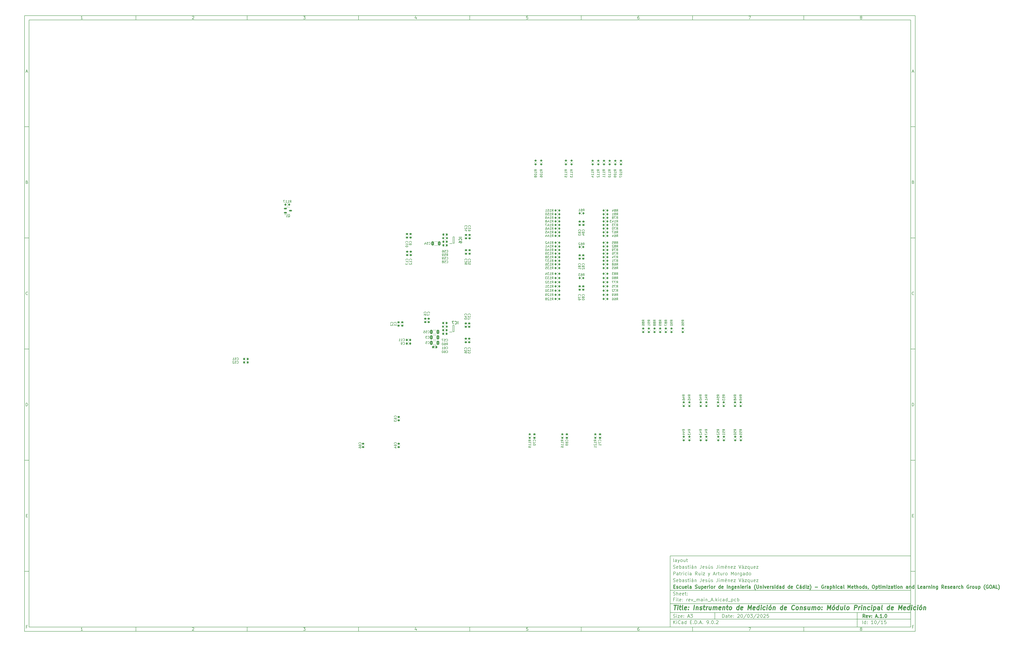
<source format=gbr>
%TF.GenerationSoftware,KiCad,Pcbnew,9.0.2*%
%TF.CreationDate,2025-11-09T22:55:19+01:00*%
%TF.ProjectId,rev_main_A,7265765f-6d61-4696-9e5f-412e6b696361,A.1.0*%
%TF.SameCoordinates,Original*%
%TF.FileFunction,Legend,Bot*%
%TF.FilePolarity,Positive*%
%FSLAX46Y46*%
G04 Gerber Fmt 4.6, Leading zero omitted, Abs format (unit mm)*
G04 Created by KiCad (PCBNEW 9.0.2) date 2025-11-09 22:55:19*
%MOMM*%
%LPD*%
G01*
G04 APERTURE LIST*
G04 Aperture macros list*
%AMRoundRect*
0 Rectangle with rounded corners*
0 $1 Rounding radius*
0 $2 $3 $4 $5 $6 $7 $8 $9 X,Y pos of 4 corners*
0 Add a 4 corners polygon primitive as box body*
4,1,4,$2,$3,$4,$5,$6,$7,$8,$9,$2,$3,0*
0 Add four circle primitives for the rounded corners*
1,1,$1+$1,$2,$3*
1,1,$1+$1,$4,$5*
1,1,$1+$1,$6,$7*
1,1,$1+$1,$8,$9*
0 Add four rect primitives between the rounded corners*
20,1,$1+$1,$2,$3,$4,$5,0*
20,1,$1+$1,$4,$5,$6,$7,0*
20,1,$1+$1,$6,$7,$8,$9,0*
20,1,$1+$1,$8,$9,$2,$3,0*%
G04 Aperture macros list end*
%ADD10C,0.100000*%
%ADD11C,0.150000*%
%ADD12C,0.300000*%
%ADD13C,0.400000*%
%ADD14C,0.254000*%
%ADD15C,0.120000*%
%ADD16C,0.200000*%
%ADD17C,3.200000*%
%ADD18C,3.000000*%
%ADD19R,1.700000X1.700000*%
%ADD20C,1.700000*%
%ADD21C,1.200000*%
%ADD22R,1.431000X1.431000*%
%ADD23C,1.431000*%
%ADD24C,2.565000*%
%ADD25C,2.300000*%
%ADD26C,2.700000*%
%ADD27R,1.800000X1.800000*%
%ADD28C,1.800000*%
%ADD29R,1.524000X2.524000*%
%ADD30O,1.524000X2.524000*%
%ADD31C,5.000000*%
%ADD32R,2.000000X2.000000*%
%ADD33C,2.000000*%
%ADD34RoundRect,0.225000X-0.225000X-0.250000X0.225000X-0.250000X0.225000X0.250000X-0.225000X0.250000X0*%
%ADD35RoundRect,0.200000X0.200000X0.275000X-0.200000X0.275000X-0.200000X-0.275000X0.200000X-0.275000X0*%
%ADD36RoundRect,0.200000X0.275000X-0.200000X0.275000X0.200000X-0.275000X0.200000X-0.275000X-0.200000X0*%
%ADD37RoundRect,0.225000X-0.250000X0.225000X-0.250000X-0.225000X0.250000X-0.225000X0.250000X0.225000X0*%
%ADD38RoundRect,0.225000X0.250000X-0.225000X0.250000X0.225000X-0.250000X0.225000X-0.250000X-0.225000X0*%
%ADD39RoundRect,0.200000X-0.200000X-0.275000X0.200000X-0.275000X0.200000X0.275000X-0.200000X0.275000X0*%
%ADD40RoundRect,0.200000X-0.275000X0.200000X-0.275000X-0.200000X0.275000X-0.200000X0.275000X0.200000X0*%
%ADD41RoundRect,0.150000X-0.512500X-0.150000X0.512500X-0.150000X0.512500X0.150000X-0.512500X0.150000X0*%
%ADD42R,1.200000X0.600000*%
%ADD43RoundRect,0.250000X0.325000X0.650000X-0.325000X0.650000X-0.325000X-0.650000X0.325000X-0.650000X0*%
%ADD44RoundRect,0.225000X0.225000X0.250000X-0.225000X0.250000X-0.225000X-0.250000X0.225000X-0.250000X0*%
%ADD45RoundRect,0.250000X-0.325000X-0.650000X0.325000X-0.650000X0.325000X0.650000X-0.325000X0.650000X0*%
G04 APERTURE END LIST*
D10*
D11*
X299989000Y-253002200D02*
X407989000Y-253002200D01*
X407989000Y-285002200D01*
X299989000Y-285002200D01*
X299989000Y-253002200D01*
D10*
D11*
X10000000Y-10000000D02*
X409989000Y-10000000D01*
X409989000Y-287002200D01*
X10000000Y-287002200D01*
X10000000Y-10000000D01*
D10*
D11*
X12000000Y-12000000D02*
X407989000Y-12000000D01*
X407989000Y-285002200D01*
X12000000Y-285002200D01*
X12000000Y-12000000D01*
D10*
D11*
X60000000Y-12000000D02*
X60000000Y-10000000D01*
D10*
D11*
X110000000Y-12000000D02*
X110000000Y-10000000D01*
D10*
D11*
X160000000Y-12000000D02*
X160000000Y-10000000D01*
D10*
D11*
X210000000Y-12000000D02*
X210000000Y-10000000D01*
D10*
D11*
X260000000Y-12000000D02*
X260000000Y-10000000D01*
D10*
D11*
X310000000Y-12000000D02*
X310000000Y-10000000D01*
D10*
D11*
X360000000Y-12000000D02*
X360000000Y-10000000D01*
D10*
D11*
X36089160Y-11593604D02*
X35346303Y-11593604D01*
X35717731Y-11593604D02*
X35717731Y-10293604D01*
X35717731Y-10293604D02*
X35593922Y-10479319D01*
X35593922Y-10479319D02*
X35470112Y-10603128D01*
X35470112Y-10603128D02*
X35346303Y-10665033D01*
D10*
D11*
X85346303Y-10417414D02*
X85408207Y-10355509D01*
X85408207Y-10355509D02*
X85532017Y-10293604D01*
X85532017Y-10293604D02*
X85841541Y-10293604D01*
X85841541Y-10293604D02*
X85965350Y-10355509D01*
X85965350Y-10355509D02*
X86027255Y-10417414D01*
X86027255Y-10417414D02*
X86089160Y-10541223D01*
X86089160Y-10541223D02*
X86089160Y-10665033D01*
X86089160Y-10665033D02*
X86027255Y-10850747D01*
X86027255Y-10850747D02*
X85284398Y-11593604D01*
X85284398Y-11593604D02*
X86089160Y-11593604D01*
D10*
D11*
X135284398Y-10293604D02*
X136089160Y-10293604D01*
X136089160Y-10293604D02*
X135655826Y-10788842D01*
X135655826Y-10788842D02*
X135841541Y-10788842D01*
X135841541Y-10788842D02*
X135965350Y-10850747D01*
X135965350Y-10850747D02*
X136027255Y-10912652D01*
X136027255Y-10912652D02*
X136089160Y-11036461D01*
X136089160Y-11036461D02*
X136089160Y-11345985D01*
X136089160Y-11345985D02*
X136027255Y-11469795D01*
X136027255Y-11469795D02*
X135965350Y-11531700D01*
X135965350Y-11531700D02*
X135841541Y-11593604D01*
X135841541Y-11593604D02*
X135470112Y-11593604D01*
X135470112Y-11593604D02*
X135346303Y-11531700D01*
X135346303Y-11531700D02*
X135284398Y-11469795D01*
D10*
D11*
X185965350Y-10726938D02*
X185965350Y-11593604D01*
X185655826Y-10231700D02*
X185346303Y-11160271D01*
X185346303Y-11160271D02*
X186151064Y-11160271D01*
D10*
D11*
X236027255Y-10293604D02*
X235408207Y-10293604D01*
X235408207Y-10293604D02*
X235346303Y-10912652D01*
X235346303Y-10912652D02*
X235408207Y-10850747D01*
X235408207Y-10850747D02*
X235532017Y-10788842D01*
X235532017Y-10788842D02*
X235841541Y-10788842D01*
X235841541Y-10788842D02*
X235965350Y-10850747D01*
X235965350Y-10850747D02*
X236027255Y-10912652D01*
X236027255Y-10912652D02*
X236089160Y-11036461D01*
X236089160Y-11036461D02*
X236089160Y-11345985D01*
X236089160Y-11345985D02*
X236027255Y-11469795D01*
X236027255Y-11469795D02*
X235965350Y-11531700D01*
X235965350Y-11531700D02*
X235841541Y-11593604D01*
X235841541Y-11593604D02*
X235532017Y-11593604D01*
X235532017Y-11593604D02*
X235408207Y-11531700D01*
X235408207Y-11531700D02*
X235346303Y-11469795D01*
D10*
D11*
X285965350Y-10293604D02*
X285717731Y-10293604D01*
X285717731Y-10293604D02*
X285593922Y-10355509D01*
X285593922Y-10355509D02*
X285532017Y-10417414D01*
X285532017Y-10417414D02*
X285408207Y-10603128D01*
X285408207Y-10603128D02*
X285346303Y-10850747D01*
X285346303Y-10850747D02*
X285346303Y-11345985D01*
X285346303Y-11345985D02*
X285408207Y-11469795D01*
X285408207Y-11469795D02*
X285470112Y-11531700D01*
X285470112Y-11531700D02*
X285593922Y-11593604D01*
X285593922Y-11593604D02*
X285841541Y-11593604D01*
X285841541Y-11593604D02*
X285965350Y-11531700D01*
X285965350Y-11531700D02*
X286027255Y-11469795D01*
X286027255Y-11469795D02*
X286089160Y-11345985D01*
X286089160Y-11345985D02*
X286089160Y-11036461D01*
X286089160Y-11036461D02*
X286027255Y-10912652D01*
X286027255Y-10912652D02*
X285965350Y-10850747D01*
X285965350Y-10850747D02*
X285841541Y-10788842D01*
X285841541Y-10788842D02*
X285593922Y-10788842D01*
X285593922Y-10788842D02*
X285470112Y-10850747D01*
X285470112Y-10850747D02*
X285408207Y-10912652D01*
X285408207Y-10912652D02*
X285346303Y-11036461D01*
D10*
D11*
X335284398Y-10293604D02*
X336151064Y-10293604D01*
X336151064Y-10293604D02*
X335593922Y-11593604D01*
D10*
D11*
X385593922Y-10850747D02*
X385470112Y-10788842D01*
X385470112Y-10788842D02*
X385408207Y-10726938D01*
X385408207Y-10726938D02*
X385346303Y-10603128D01*
X385346303Y-10603128D02*
X385346303Y-10541223D01*
X385346303Y-10541223D02*
X385408207Y-10417414D01*
X385408207Y-10417414D02*
X385470112Y-10355509D01*
X385470112Y-10355509D02*
X385593922Y-10293604D01*
X385593922Y-10293604D02*
X385841541Y-10293604D01*
X385841541Y-10293604D02*
X385965350Y-10355509D01*
X385965350Y-10355509D02*
X386027255Y-10417414D01*
X386027255Y-10417414D02*
X386089160Y-10541223D01*
X386089160Y-10541223D02*
X386089160Y-10603128D01*
X386089160Y-10603128D02*
X386027255Y-10726938D01*
X386027255Y-10726938D02*
X385965350Y-10788842D01*
X385965350Y-10788842D02*
X385841541Y-10850747D01*
X385841541Y-10850747D02*
X385593922Y-10850747D01*
X385593922Y-10850747D02*
X385470112Y-10912652D01*
X385470112Y-10912652D02*
X385408207Y-10974557D01*
X385408207Y-10974557D02*
X385346303Y-11098366D01*
X385346303Y-11098366D02*
X385346303Y-11345985D01*
X385346303Y-11345985D02*
X385408207Y-11469795D01*
X385408207Y-11469795D02*
X385470112Y-11531700D01*
X385470112Y-11531700D02*
X385593922Y-11593604D01*
X385593922Y-11593604D02*
X385841541Y-11593604D01*
X385841541Y-11593604D02*
X385965350Y-11531700D01*
X385965350Y-11531700D02*
X386027255Y-11469795D01*
X386027255Y-11469795D02*
X386089160Y-11345985D01*
X386089160Y-11345985D02*
X386089160Y-11098366D01*
X386089160Y-11098366D02*
X386027255Y-10974557D01*
X386027255Y-10974557D02*
X385965350Y-10912652D01*
X385965350Y-10912652D02*
X385841541Y-10850747D01*
D10*
D11*
X60000000Y-285002200D02*
X60000000Y-287002200D01*
D10*
D11*
X110000000Y-285002200D02*
X110000000Y-287002200D01*
D10*
D11*
X160000000Y-285002200D02*
X160000000Y-287002200D01*
D10*
D11*
X210000000Y-285002200D02*
X210000000Y-287002200D01*
D10*
D11*
X260000000Y-285002200D02*
X260000000Y-287002200D01*
D10*
D11*
X310000000Y-285002200D02*
X310000000Y-287002200D01*
D10*
D11*
X360000000Y-285002200D02*
X360000000Y-287002200D01*
D10*
D11*
X36089160Y-286595804D02*
X35346303Y-286595804D01*
X35717731Y-286595804D02*
X35717731Y-285295804D01*
X35717731Y-285295804D02*
X35593922Y-285481519D01*
X35593922Y-285481519D02*
X35470112Y-285605328D01*
X35470112Y-285605328D02*
X35346303Y-285667233D01*
D10*
D11*
X85346303Y-285419614D02*
X85408207Y-285357709D01*
X85408207Y-285357709D02*
X85532017Y-285295804D01*
X85532017Y-285295804D02*
X85841541Y-285295804D01*
X85841541Y-285295804D02*
X85965350Y-285357709D01*
X85965350Y-285357709D02*
X86027255Y-285419614D01*
X86027255Y-285419614D02*
X86089160Y-285543423D01*
X86089160Y-285543423D02*
X86089160Y-285667233D01*
X86089160Y-285667233D02*
X86027255Y-285852947D01*
X86027255Y-285852947D02*
X85284398Y-286595804D01*
X85284398Y-286595804D02*
X86089160Y-286595804D01*
D10*
D11*
X135284398Y-285295804D02*
X136089160Y-285295804D01*
X136089160Y-285295804D02*
X135655826Y-285791042D01*
X135655826Y-285791042D02*
X135841541Y-285791042D01*
X135841541Y-285791042D02*
X135965350Y-285852947D01*
X135965350Y-285852947D02*
X136027255Y-285914852D01*
X136027255Y-285914852D02*
X136089160Y-286038661D01*
X136089160Y-286038661D02*
X136089160Y-286348185D01*
X136089160Y-286348185D02*
X136027255Y-286471995D01*
X136027255Y-286471995D02*
X135965350Y-286533900D01*
X135965350Y-286533900D02*
X135841541Y-286595804D01*
X135841541Y-286595804D02*
X135470112Y-286595804D01*
X135470112Y-286595804D02*
X135346303Y-286533900D01*
X135346303Y-286533900D02*
X135284398Y-286471995D01*
D10*
D11*
X185965350Y-285729138D02*
X185965350Y-286595804D01*
X185655826Y-285233900D02*
X185346303Y-286162471D01*
X185346303Y-286162471D02*
X186151064Y-286162471D01*
D10*
D11*
X236027255Y-285295804D02*
X235408207Y-285295804D01*
X235408207Y-285295804D02*
X235346303Y-285914852D01*
X235346303Y-285914852D02*
X235408207Y-285852947D01*
X235408207Y-285852947D02*
X235532017Y-285791042D01*
X235532017Y-285791042D02*
X235841541Y-285791042D01*
X235841541Y-285791042D02*
X235965350Y-285852947D01*
X235965350Y-285852947D02*
X236027255Y-285914852D01*
X236027255Y-285914852D02*
X236089160Y-286038661D01*
X236089160Y-286038661D02*
X236089160Y-286348185D01*
X236089160Y-286348185D02*
X236027255Y-286471995D01*
X236027255Y-286471995D02*
X235965350Y-286533900D01*
X235965350Y-286533900D02*
X235841541Y-286595804D01*
X235841541Y-286595804D02*
X235532017Y-286595804D01*
X235532017Y-286595804D02*
X235408207Y-286533900D01*
X235408207Y-286533900D02*
X235346303Y-286471995D01*
D10*
D11*
X285965350Y-285295804D02*
X285717731Y-285295804D01*
X285717731Y-285295804D02*
X285593922Y-285357709D01*
X285593922Y-285357709D02*
X285532017Y-285419614D01*
X285532017Y-285419614D02*
X285408207Y-285605328D01*
X285408207Y-285605328D02*
X285346303Y-285852947D01*
X285346303Y-285852947D02*
X285346303Y-286348185D01*
X285346303Y-286348185D02*
X285408207Y-286471995D01*
X285408207Y-286471995D02*
X285470112Y-286533900D01*
X285470112Y-286533900D02*
X285593922Y-286595804D01*
X285593922Y-286595804D02*
X285841541Y-286595804D01*
X285841541Y-286595804D02*
X285965350Y-286533900D01*
X285965350Y-286533900D02*
X286027255Y-286471995D01*
X286027255Y-286471995D02*
X286089160Y-286348185D01*
X286089160Y-286348185D02*
X286089160Y-286038661D01*
X286089160Y-286038661D02*
X286027255Y-285914852D01*
X286027255Y-285914852D02*
X285965350Y-285852947D01*
X285965350Y-285852947D02*
X285841541Y-285791042D01*
X285841541Y-285791042D02*
X285593922Y-285791042D01*
X285593922Y-285791042D02*
X285470112Y-285852947D01*
X285470112Y-285852947D02*
X285408207Y-285914852D01*
X285408207Y-285914852D02*
X285346303Y-286038661D01*
D10*
D11*
X335284398Y-285295804D02*
X336151064Y-285295804D01*
X336151064Y-285295804D02*
X335593922Y-286595804D01*
D10*
D11*
X385593922Y-285852947D02*
X385470112Y-285791042D01*
X385470112Y-285791042D02*
X385408207Y-285729138D01*
X385408207Y-285729138D02*
X385346303Y-285605328D01*
X385346303Y-285605328D02*
X385346303Y-285543423D01*
X385346303Y-285543423D02*
X385408207Y-285419614D01*
X385408207Y-285419614D02*
X385470112Y-285357709D01*
X385470112Y-285357709D02*
X385593922Y-285295804D01*
X385593922Y-285295804D02*
X385841541Y-285295804D01*
X385841541Y-285295804D02*
X385965350Y-285357709D01*
X385965350Y-285357709D02*
X386027255Y-285419614D01*
X386027255Y-285419614D02*
X386089160Y-285543423D01*
X386089160Y-285543423D02*
X386089160Y-285605328D01*
X386089160Y-285605328D02*
X386027255Y-285729138D01*
X386027255Y-285729138D02*
X385965350Y-285791042D01*
X385965350Y-285791042D02*
X385841541Y-285852947D01*
X385841541Y-285852947D02*
X385593922Y-285852947D01*
X385593922Y-285852947D02*
X385470112Y-285914852D01*
X385470112Y-285914852D02*
X385408207Y-285976757D01*
X385408207Y-285976757D02*
X385346303Y-286100566D01*
X385346303Y-286100566D02*
X385346303Y-286348185D01*
X385346303Y-286348185D02*
X385408207Y-286471995D01*
X385408207Y-286471995D02*
X385470112Y-286533900D01*
X385470112Y-286533900D02*
X385593922Y-286595804D01*
X385593922Y-286595804D02*
X385841541Y-286595804D01*
X385841541Y-286595804D02*
X385965350Y-286533900D01*
X385965350Y-286533900D02*
X386027255Y-286471995D01*
X386027255Y-286471995D02*
X386089160Y-286348185D01*
X386089160Y-286348185D02*
X386089160Y-286100566D01*
X386089160Y-286100566D02*
X386027255Y-285976757D01*
X386027255Y-285976757D02*
X385965350Y-285914852D01*
X385965350Y-285914852D02*
X385841541Y-285852947D01*
D10*
D11*
X10000000Y-60000000D02*
X12000000Y-60000000D01*
D10*
D11*
X10000000Y-110000000D02*
X12000000Y-110000000D01*
D10*
D11*
X10000000Y-160000000D02*
X12000000Y-160000000D01*
D10*
D11*
X10000000Y-210000000D02*
X12000000Y-210000000D01*
D10*
D11*
X10000000Y-260000000D02*
X12000000Y-260000000D01*
D10*
D11*
X10690476Y-35222176D02*
X11309523Y-35222176D01*
X10566666Y-35593604D02*
X10999999Y-34293604D01*
X10999999Y-34293604D02*
X11433333Y-35593604D01*
D10*
D11*
X11092857Y-84912652D02*
X11278571Y-84974557D01*
X11278571Y-84974557D02*
X11340476Y-85036461D01*
X11340476Y-85036461D02*
X11402380Y-85160271D01*
X11402380Y-85160271D02*
X11402380Y-85345985D01*
X11402380Y-85345985D02*
X11340476Y-85469795D01*
X11340476Y-85469795D02*
X11278571Y-85531700D01*
X11278571Y-85531700D02*
X11154761Y-85593604D01*
X11154761Y-85593604D02*
X10659523Y-85593604D01*
X10659523Y-85593604D02*
X10659523Y-84293604D01*
X10659523Y-84293604D02*
X11092857Y-84293604D01*
X11092857Y-84293604D02*
X11216666Y-84355509D01*
X11216666Y-84355509D02*
X11278571Y-84417414D01*
X11278571Y-84417414D02*
X11340476Y-84541223D01*
X11340476Y-84541223D02*
X11340476Y-84665033D01*
X11340476Y-84665033D02*
X11278571Y-84788842D01*
X11278571Y-84788842D02*
X11216666Y-84850747D01*
X11216666Y-84850747D02*
X11092857Y-84912652D01*
X11092857Y-84912652D02*
X10659523Y-84912652D01*
D10*
D11*
X11402380Y-135469795D02*
X11340476Y-135531700D01*
X11340476Y-135531700D02*
X11154761Y-135593604D01*
X11154761Y-135593604D02*
X11030952Y-135593604D01*
X11030952Y-135593604D02*
X10845238Y-135531700D01*
X10845238Y-135531700D02*
X10721428Y-135407890D01*
X10721428Y-135407890D02*
X10659523Y-135284080D01*
X10659523Y-135284080D02*
X10597619Y-135036461D01*
X10597619Y-135036461D02*
X10597619Y-134850747D01*
X10597619Y-134850747D02*
X10659523Y-134603128D01*
X10659523Y-134603128D02*
X10721428Y-134479319D01*
X10721428Y-134479319D02*
X10845238Y-134355509D01*
X10845238Y-134355509D02*
X11030952Y-134293604D01*
X11030952Y-134293604D02*
X11154761Y-134293604D01*
X11154761Y-134293604D02*
X11340476Y-134355509D01*
X11340476Y-134355509D02*
X11402380Y-134417414D01*
D10*
D11*
X10659523Y-185593604D02*
X10659523Y-184293604D01*
X10659523Y-184293604D02*
X10969047Y-184293604D01*
X10969047Y-184293604D02*
X11154761Y-184355509D01*
X11154761Y-184355509D02*
X11278571Y-184479319D01*
X11278571Y-184479319D02*
X11340476Y-184603128D01*
X11340476Y-184603128D02*
X11402380Y-184850747D01*
X11402380Y-184850747D02*
X11402380Y-185036461D01*
X11402380Y-185036461D02*
X11340476Y-185284080D01*
X11340476Y-185284080D02*
X11278571Y-185407890D01*
X11278571Y-185407890D02*
X11154761Y-185531700D01*
X11154761Y-185531700D02*
X10969047Y-185593604D01*
X10969047Y-185593604D02*
X10659523Y-185593604D01*
D10*
D11*
X10721428Y-234912652D02*
X11154762Y-234912652D01*
X11340476Y-235593604D02*
X10721428Y-235593604D01*
X10721428Y-235593604D02*
X10721428Y-234293604D01*
X10721428Y-234293604D02*
X11340476Y-234293604D01*
D10*
D11*
X11185714Y-284912652D02*
X10752380Y-284912652D01*
X10752380Y-285593604D02*
X10752380Y-284293604D01*
X10752380Y-284293604D02*
X11371428Y-284293604D01*
D10*
D11*
X409989000Y-60000000D02*
X407989000Y-60000000D01*
D10*
D11*
X409989000Y-110000000D02*
X407989000Y-110000000D01*
D10*
D11*
X409989000Y-160000000D02*
X407989000Y-160000000D01*
D10*
D11*
X409989000Y-210000000D02*
X407989000Y-210000000D01*
D10*
D11*
X409989000Y-260000000D02*
X407989000Y-260000000D01*
D10*
D11*
X408679476Y-35222176D02*
X409298523Y-35222176D01*
X408555666Y-35593604D02*
X408988999Y-34293604D01*
X408988999Y-34293604D02*
X409422333Y-35593604D01*
D10*
D11*
X409081857Y-84912652D02*
X409267571Y-84974557D01*
X409267571Y-84974557D02*
X409329476Y-85036461D01*
X409329476Y-85036461D02*
X409391380Y-85160271D01*
X409391380Y-85160271D02*
X409391380Y-85345985D01*
X409391380Y-85345985D02*
X409329476Y-85469795D01*
X409329476Y-85469795D02*
X409267571Y-85531700D01*
X409267571Y-85531700D02*
X409143761Y-85593604D01*
X409143761Y-85593604D02*
X408648523Y-85593604D01*
X408648523Y-85593604D02*
X408648523Y-84293604D01*
X408648523Y-84293604D02*
X409081857Y-84293604D01*
X409081857Y-84293604D02*
X409205666Y-84355509D01*
X409205666Y-84355509D02*
X409267571Y-84417414D01*
X409267571Y-84417414D02*
X409329476Y-84541223D01*
X409329476Y-84541223D02*
X409329476Y-84665033D01*
X409329476Y-84665033D02*
X409267571Y-84788842D01*
X409267571Y-84788842D02*
X409205666Y-84850747D01*
X409205666Y-84850747D02*
X409081857Y-84912652D01*
X409081857Y-84912652D02*
X408648523Y-84912652D01*
D10*
D11*
X409391380Y-135469795D02*
X409329476Y-135531700D01*
X409329476Y-135531700D02*
X409143761Y-135593604D01*
X409143761Y-135593604D02*
X409019952Y-135593604D01*
X409019952Y-135593604D02*
X408834238Y-135531700D01*
X408834238Y-135531700D02*
X408710428Y-135407890D01*
X408710428Y-135407890D02*
X408648523Y-135284080D01*
X408648523Y-135284080D02*
X408586619Y-135036461D01*
X408586619Y-135036461D02*
X408586619Y-134850747D01*
X408586619Y-134850747D02*
X408648523Y-134603128D01*
X408648523Y-134603128D02*
X408710428Y-134479319D01*
X408710428Y-134479319D02*
X408834238Y-134355509D01*
X408834238Y-134355509D02*
X409019952Y-134293604D01*
X409019952Y-134293604D02*
X409143761Y-134293604D01*
X409143761Y-134293604D02*
X409329476Y-134355509D01*
X409329476Y-134355509D02*
X409391380Y-134417414D01*
D10*
D11*
X408648523Y-185593604D02*
X408648523Y-184293604D01*
X408648523Y-184293604D02*
X408958047Y-184293604D01*
X408958047Y-184293604D02*
X409143761Y-184355509D01*
X409143761Y-184355509D02*
X409267571Y-184479319D01*
X409267571Y-184479319D02*
X409329476Y-184603128D01*
X409329476Y-184603128D02*
X409391380Y-184850747D01*
X409391380Y-184850747D02*
X409391380Y-185036461D01*
X409391380Y-185036461D02*
X409329476Y-185284080D01*
X409329476Y-185284080D02*
X409267571Y-185407890D01*
X409267571Y-185407890D02*
X409143761Y-185531700D01*
X409143761Y-185531700D02*
X408958047Y-185593604D01*
X408958047Y-185593604D02*
X408648523Y-185593604D01*
D10*
D11*
X408710428Y-234912652D02*
X409143762Y-234912652D01*
X409329476Y-235593604D02*
X408710428Y-235593604D01*
X408710428Y-235593604D02*
X408710428Y-234293604D01*
X408710428Y-234293604D02*
X409329476Y-234293604D01*
D10*
D11*
X409174714Y-284912652D02*
X408741380Y-284912652D01*
X408741380Y-285593604D02*
X408741380Y-284293604D01*
X408741380Y-284293604D02*
X409360428Y-284293604D01*
D10*
D11*
X323444826Y-280788328D02*
X323444826Y-279288328D01*
X323444826Y-279288328D02*
X323801969Y-279288328D01*
X323801969Y-279288328D02*
X324016255Y-279359757D01*
X324016255Y-279359757D02*
X324159112Y-279502614D01*
X324159112Y-279502614D02*
X324230541Y-279645471D01*
X324230541Y-279645471D02*
X324301969Y-279931185D01*
X324301969Y-279931185D02*
X324301969Y-280145471D01*
X324301969Y-280145471D02*
X324230541Y-280431185D01*
X324230541Y-280431185D02*
X324159112Y-280574042D01*
X324159112Y-280574042D02*
X324016255Y-280716900D01*
X324016255Y-280716900D02*
X323801969Y-280788328D01*
X323801969Y-280788328D02*
X323444826Y-280788328D01*
X325587684Y-280788328D02*
X325587684Y-280002614D01*
X325587684Y-280002614D02*
X325516255Y-279859757D01*
X325516255Y-279859757D02*
X325373398Y-279788328D01*
X325373398Y-279788328D02*
X325087684Y-279788328D01*
X325087684Y-279788328D02*
X324944826Y-279859757D01*
X325587684Y-280716900D02*
X325444826Y-280788328D01*
X325444826Y-280788328D02*
X325087684Y-280788328D01*
X325087684Y-280788328D02*
X324944826Y-280716900D01*
X324944826Y-280716900D02*
X324873398Y-280574042D01*
X324873398Y-280574042D02*
X324873398Y-280431185D01*
X324873398Y-280431185D02*
X324944826Y-280288328D01*
X324944826Y-280288328D02*
X325087684Y-280216900D01*
X325087684Y-280216900D02*
X325444826Y-280216900D01*
X325444826Y-280216900D02*
X325587684Y-280145471D01*
X326087684Y-279788328D02*
X326659112Y-279788328D01*
X326301969Y-279288328D02*
X326301969Y-280574042D01*
X326301969Y-280574042D02*
X326373398Y-280716900D01*
X326373398Y-280716900D02*
X326516255Y-280788328D01*
X326516255Y-280788328D02*
X326659112Y-280788328D01*
X327730541Y-280716900D02*
X327587684Y-280788328D01*
X327587684Y-280788328D02*
X327301970Y-280788328D01*
X327301970Y-280788328D02*
X327159112Y-280716900D01*
X327159112Y-280716900D02*
X327087684Y-280574042D01*
X327087684Y-280574042D02*
X327087684Y-280002614D01*
X327087684Y-280002614D02*
X327159112Y-279859757D01*
X327159112Y-279859757D02*
X327301970Y-279788328D01*
X327301970Y-279788328D02*
X327587684Y-279788328D01*
X327587684Y-279788328D02*
X327730541Y-279859757D01*
X327730541Y-279859757D02*
X327801970Y-280002614D01*
X327801970Y-280002614D02*
X327801970Y-280145471D01*
X327801970Y-280145471D02*
X327087684Y-280288328D01*
X328444826Y-280645471D02*
X328516255Y-280716900D01*
X328516255Y-280716900D02*
X328444826Y-280788328D01*
X328444826Y-280788328D02*
X328373398Y-280716900D01*
X328373398Y-280716900D02*
X328444826Y-280645471D01*
X328444826Y-280645471D02*
X328444826Y-280788328D01*
X328444826Y-279859757D02*
X328516255Y-279931185D01*
X328516255Y-279931185D02*
X328444826Y-280002614D01*
X328444826Y-280002614D02*
X328373398Y-279931185D01*
X328373398Y-279931185D02*
X328444826Y-279859757D01*
X328444826Y-279859757D02*
X328444826Y-280002614D01*
X330230541Y-279431185D02*
X330301969Y-279359757D01*
X330301969Y-279359757D02*
X330444827Y-279288328D01*
X330444827Y-279288328D02*
X330801969Y-279288328D01*
X330801969Y-279288328D02*
X330944827Y-279359757D01*
X330944827Y-279359757D02*
X331016255Y-279431185D01*
X331016255Y-279431185D02*
X331087684Y-279574042D01*
X331087684Y-279574042D02*
X331087684Y-279716900D01*
X331087684Y-279716900D02*
X331016255Y-279931185D01*
X331016255Y-279931185D02*
X330159112Y-280788328D01*
X330159112Y-280788328D02*
X331087684Y-280788328D01*
X332016255Y-279288328D02*
X332159112Y-279288328D01*
X332159112Y-279288328D02*
X332301969Y-279359757D01*
X332301969Y-279359757D02*
X332373398Y-279431185D01*
X332373398Y-279431185D02*
X332444826Y-279574042D01*
X332444826Y-279574042D02*
X332516255Y-279859757D01*
X332516255Y-279859757D02*
X332516255Y-280216900D01*
X332516255Y-280216900D02*
X332444826Y-280502614D01*
X332444826Y-280502614D02*
X332373398Y-280645471D01*
X332373398Y-280645471D02*
X332301969Y-280716900D01*
X332301969Y-280716900D02*
X332159112Y-280788328D01*
X332159112Y-280788328D02*
X332016255Y-280788328D01*
X332016255Y-280788328D02*
X331873398Y-280716900D01*
X331873398Y-280716900D02*
X331801969Y-280645471D01*
X331801969Y-280645471D02*
X331730540Y-280502614D01*
X331730540Y-280502614D02*
X331659112Y-280216900D01*
X331659112Y-280216900D02*
X331659112Y-279859757D01*
X331659112Y-279859757D02*
X331730540Y-279574042D01*
X331730540Y-279574042D02*
X331801969Y-279431185D01*
X331801969Y-279431185D02*
X331873398Y-279359757D01*
X331873398Y-279359757D02*
X332016255Y-279288328D01*
X334230540Y-279216900D02*
X332944826Y-281145471D01*
X335016255Y-279288328D02*
X335159112Y-279288328D01*
X335159112Y-279288328D02*
X335301969Y-279359757D01*
X335301969Y-279359757D02*
X335373398Y-279431185D01*
X335373398Y-279431185D02*
X335444826Y-279574042D01*
X335444826Y-279574042D02*
X335516255Y-279859757D01*
X335516255Y-279859757D02*
X335516255Y-280216900D01*
X335516255Y-280216900D02*
X335444826Y-280502614D01*
X335444826Y-280502614D02*
X335373398Y-280645471D01*
X335373398Y-280645471D02*
X335301969Y-280716900D01*
X335301969Y-280716900D02*
X335159112Y-280788328D01*
X335159112Y-280788328D02*
X335016255Y-280788328D01*
X335016255Y-280788328D02*
X334873398Y-280716900D01*
X334873398Y-280716900D02*
X334801969Y-280645471D01*
X334801969Y-280645471D02*
X334730540Y-280502614D01*
X334730540Y-280502614D02*
X334659112Y-280216900D01*
X334659112Y-280216900D02*
X334659112Y-279859757D01*
X334659112Y-279859757D02*
X334730540Y-279574042D01*
X334730540Y-279574042D02*
X334801969Y-279431185D01*
X334801969Y-279431185D02*
X334873398Y-279359757D01*
X334873398Y-279359757D02*
X335016255Y-279288328D01*
X336016254Y-279288328D02*
X336944826Y-279288328D01*
X336944826Y-279288328D02*
X336444826Y-279859757D01*
X336444826Y-279859757D02*
X336659111Y-279859757D01*
X336659111Y-279859757D02*
X336801969Y-279931185D01*
X336801969Y-279931185D02*
X336873397Y-280002614D01*
X336873397Y-280002614D02*
X336944826Y-280145471D01*
X336944826Y-280145471D02*
X336944826Y-280502614D01*
X336944826Y-280502614D02*
X336873397Y-280645471D01*
X336873397Y-280645471D02*
X336801969Y-280716900D01*
X336801969Y-280716900D02*
X336659111Y-280788328D01*
X336659111Y-280788328D02*
X336230540Y-280788328D01*
X336230540Y-280788328D02*
X336087683Y-280716900D01*
X336087683Y-280716900D02*
X336016254Y-280645471D01*
X338659111Y-279216900D02*
X337373397Y-281145471D01*
X339087683Y-279431185D02*
X339159111Y-279359757D01*
X339159111Y-279359757D02*
X339301969Y-279288328D01*
X339301969Y-279288328D02*
X339659111Y-279288328D01*
X339659111Y-279288328D02*
X339801969Y-279359757D01*
X339801969Y-279359757D02*
X339873397Y-279431185D01*
X339873397Y-279431185D02*
X339944826Y-279574042D01*
X339944826Y-279574042D02*
X339944826Y-279716900D01*
X339944826Y-279716900D02*
X339873397Y-279931185D01*
X339873397Y-279931185D02*
X339016254Y-280788328D01*
X339016254Y-280788328D02*
X339944826Y-280788328D01*
X340873397Y-279288328D02*
X341016254Y-279288328D01*
X341016254Y-279288328D02*
X341159111Y-279359757D01*
X341159111Y-279359757D02*
X341230540Y-279431185D01*
X341230540Y-279431185D02*
X341301968Y-279574042D01*
X341301968Y-279574042D02*
X341373397Y-279859757D01*
X341373397Y-279859757D02*
X341373397Y-280216900D01*
X341373397Y-280216900D02*
X341301968Y-280502614D01*
X341301968Y-280502614D02*
X341230540Y-280645471D01*
X341230540Y-280645471D02*
X341159111Y-280716900D01*
X341159111Y-280716900D02*
X341016254Y-280788328D01*
X341016254Y-280788328D02*
X340873397Y-280788328D01*
X340873397Y-280788328D02*
X340730540Y-280716900D01*
X340730540Y-280716900D02*
X340659111Y-280645471D01*
X340659111Y-280645471D02*
X340587682Y-280502614D01*
X340587682Y-280502614D02*
X340516254Y-280216900D01*
X340516254Y-280216900D02*
X340516254Y-279859757D01*
X340516254Y-279859757D02*
X340587682Y-279574042D01*
X340587682Y-279574042D02*
X340659111Y-279431185D01*
X340659111Y-279431185D02*
X340730540Y-279359757D01*
X340730540Y-279359757D02*
X340873397Y-279288328D01*
X341944825Y-279431185D02*
X342016253Y-279359757D01*
X342016253Y-279359757D02*
X342159111Y-279288328D01*
X342159111Y-279288328D02*
X342516253Y-279288328D01*
X342516253Y-279288328D02*
X342659111Y-279359757D01*
X342659111Y-279359757D02*
X342730539Y-279431185D01*
X342730539Y-279431185D02*
X342801968Y-279574042D01*
X342801968Y-279574042D02*
X342801968Y-279716900D01*
X342801968Y-279716900D02*
X342730539Y-279931185D01*
X342730539Y-279931185D02*
X341873396Y-280788328D01*
X341873396Y-280788328D02*
X342801968Y-280788328D01*
X344159110Y-279288328D02*
X343444824Y-279288328D01*
X343444824Y-279288328D02*
X343373396Y-280002614D01*
X343373396Y-280002614D02*
X343444824Y-279931185D01*
X343444824Y-279931185D02*
X343587682Y-279859757D01*
X343587682Y-279859757D02*
X343944824Y-279859757D01*
X343944824Y-279859757D02*
X344087682Y-279931185D01*
X344087682Y-279931185D02*
X344159110Y-280002614D01*
X344159110Y-280002614D02*
X344230539Y-280145471D01*
X344230539Y-280145471D02*
X344230539Y-280502614D01*
X344230539Y-280502614D02*
X344159110Y-280645471D01*
X344159110Y-280645471D02*
X344087682Y-280716900D01*
X344087682Y-280716900D02*
X343944824Y-280788328D01*
X343944824Y-280788328D02*
X343587682Y-280788328D01*
X343587682Y-280788328D02*
X343444824Y-280716900D01*
X343444824Y-280716900D02*
X343373396Y-280645471D01*
D10*
D11*
X299989000Y-281502200D02*
X407989000Y-281502200D01*
D10*
D11*
X301444826Y-283588328D02*
X301444826Y-282088328D01*
X302301969Y-283588328D02*
X301659112Y-282731185D01*
X302301969Y-282088328D02*
X301444826Y-282945471D01*
X302944826Y-283588328D02*
X302944826Y-282588328D01*
X302944826Y-282088328D02*
X302873398Y-282159757D01*
X302873398Y-282159757D02*
X302944826Y-282231185D01*
X302944826Y-282231185D02*
X303016255Y-282159757D01*
X303016255Y-282159757D02*
X302944826Y-282088328D01*
X302944826Y-282088328D02*
X302944826Y-282231185D01*
X304516255Y-283445471D02*
X304444827Y-283516900D01*
X304444827Y-283516900D02*
X304230541Y-283588328D01*
X304230541Y-283588328D02*
X304087684Y-283588328D01*
X304087684Y-283588328D02*
X303873398Y-283516900D01*
X303873398Y-283516900D02*
X303730541Y-283374042D01*
X303730541Y-283374042D02*
X303659112Y-283231185D01*
X303659112Y-283231185D02*
X303587684Y-282945471D01*
X303587684Y-282945471D02*
X303587684Y-282731185D01*
X303587684Y-282731185D02*
X303659112Y-282445471D01*
X303659112Y-282445471D02*
X303730541Y-282302614D01*
X303730541Y-282302614D02*
X303873398Y-282159757D01*
X303873398Y-282159757D02*
X304087684Y-282088328D01*
X304087684Y-282088328D02*
X304230541Y-282088328D01*
X304230541Y-282088328D02*
X304444827Y-282159757D01*
X304444827Y-282159757D02*
X304516255Y-282231185D01*
X305801970Y-283588328D02*
X305801970Y-282802614D01*
X305801970Y-282802614D02*
X305730541Y-282659757D01*
X305730541Y-282659757D02*
X305587684Y-282588328D01*
X305587684Y-282588328D02*
X305301970Y-282588328D01*
X305301970Y-282588328D02*
X305159112Y-282659757D01*
X305801970Y-283516900D02*
X305659112Y-283588328D01*
X305659112Y-283588328D02*
X305301970Y-283588328D01*
X305301970Y-283588328D02*
X305159112Y-283516900D01*
X305159112Y-283516900D02*
X305087684Y-283374042D01*
X305087684Y-283374042D02*
X305087684Y-283231185D01*
X305087684Y-283231185D02*
X305159112Y-283088328D01*
X305159112Y-283088328D02*
X305301970Y-283016900D01*
X305301970Y-283016900D02*
X305659112Y-283016900D01*
X305659112Y-283016900D02*
X305801970Y-282945471D01*
X307159113Y-283588328D02*
X307159113Y-282088328D01*
X307159113Y-283516900D02*
X307016255Y-283588328D01*
X307016255Y-283588328D02*
X306730541Y-283588328D01*
X306730541Y-283588328D02*
X306587684Y-283516900D01*
X306587684Y-283516900D02*
X306516255Y-283445471D01*
X306516255Y-283445471D02*
X306444827Y-283302614D01*
X306444827Y-283302614D02*
X306444827Y-282874042D01*
X306444827Y-282874042D02*
X306516255Y-282731185D01*
X306516255Y-282731185D02*
X306587684Y-282659757D01*
X306587684Y-282659757D02*
X306730541Y-282588328D01*
X306730541Y-282588328D02*
X307016255Y-282588328D01*
X307016255Y-282588328D02*
X307159113Y-282659757D01*
X309016255Y-282802614D02*
X309516255Y-282802614D01*
X309730541Y-283588328D02*
X309016255Y-283588328D01*
X309016255Y-283588328D02*
X309016255Y-282088328D01*
X309016255Y-282088328D02*
X309730541Y-282088328D01*
X310373398Y-283445471D02*
X310444827Y-283516900D01*
X310444827Y-283516900D02*
X310373398Y-283588328D01*
X310373398Y-283588328D02*
X310301970Y-283516900D01*
X310301970Y-283516900D02*
X310373398Y-283445471D01*
X310373398Y-283445471D02*
X310373398Y-283588328D01*
X311087684Y-283588328D02*
X311087684Y-282088328D01*
X311087684Y-282088328D02*
X311444827Y-282088328D01*
X311444827Y-282088328D02*
X311659113Y-282159757D01*
X311659113Y-282159757D02*
X311801970Y-282302614D01*
X311801970Y-282302614D02*
X311873399Y-282445471D01*
X311873399Y-282445471D02*
X311944827Y-282731185D01*
X311944827Y-282731185D02*
X311944827Y-282945471D01*
X311944827Y-282945471D02*
X311873399Y-283231185D01*
X311873399Y-283231185D02*
X311801970Y-283374042D01*
X311801970Y-283374042D02*
X311659113Y-283516900D01*
X311659113Y-283516900D02*
X311444827Y-283588328D01*
X311444827Y-283588328D02*
X311087684Y-283588328D01*
X312587684Y-283445471D02*
X312659113Y-283516900D01*
X312659113Y-283516900D02*
X312587684Y-283588328D01*
X312587684Y-283588328D02*
X312516256Y-283516900D01*
X312516256Y-283516900D02*
X312587684Y-283445471D01*
X312587684Y-283445471D02*
X312587684Y-283588328D01*
X313230542Y-283159757D02*
X313944828Y-283159757D01*
X313087685Y-283588328D02*
X313587685Y-282088328D01*
X313587685Y-282088328D02*
X314087685Y-283588328D01*
X314587684Y-283445471D02*
X314659113Y-283516900D01*
X314659113Y-283516900D02*
X314587684Y-283588328D01*
X314587684Y-283588328D02*
X314516256Y-283516900D01*
X314516256Y-283516900D02*
X314587684Y-283445471D01*
X314587684Y-283445471D02*
X314587684Y-283588328D01*
X316516256Y-283588328D02*
X316801970Y-283588328D01*
X316801970Y-283588328D02*
X316944827Y-283516900D01*
X316944827Y-283516900D02*
X317016256Y-283445471D01*
X317016256Y-283445471D02*
X317159113Y-283231185D01*
X317159113Y-283231185D02*
X317230542Y-282945471D01*
X317230542Y-282945471D02*
X317230542Y-282374042D01*
X317230542Y-282374042D02*
X317159113Y-282231185D01*
X317159113Y-282231185D02*
X317087685Y-282159757D01*
X317087685Y-282159757D02*
X316944827Y-282088328D01*
X316944827Y-282088328D02*
X316659113Y-282088328D01*
X316659113Y-282088328D02*
X316516256Y-282159757D01*
X316516256Y-282159757D02*
X316444827Y-282231185D01*
X316444827Y-282231185D02*
X316373399Y-282374042D01*
X316373399Y-282374042D02*
X316373399Y-282731185D01*
X316373399Y-282731185D02*
X316444827Y-282874042D01*
X316444827Y-282874042D02*
X316516256Y-282945471D01*
X316516256Y-282945471D02*
X316659113Y-283016900D01*
X316659113Y-283016900D02*
X316944827Y-283016900D01*
X316944827Y-283016900D02*
X317087685Y-282945471D01*
X317087685Y-282945471D02*
X317159113Y-282874042D01*
X317159113Y-282874042D02*
X317230542Y-282731185D01*
X317873398Y-283445471D02*
X317944827Y-283516900D01*
X317944827Y-283516900D02*
X317873398Y-283588328D01*
X317873398Y-283588328D02*
X317801970Y-283516900D01*
X317801970Y-283516900D02*
X317873398Y-283445471D01*
X317873398Y-283445471D02*
X317873398Y-283588328D01*
X318873399Y-282088328D02*
X319016256Y-282088328D01*
X319016256Y-282088328D02*
X319159113Y-282159757D01*
X319159113Y-282159757D02*
X319230542Y-282231185D01*
X319230542Y-282231185D02*
X319301970Y-282374042D01*
X319301970Y-282374042D02*
X319373399Y-282659757D01*
X319373399Y-282659757D02*
X319373399Y-283016900D01*
X319373399Y-283016900D02*
X319301970Y-283302614D01*
X319301970Y-283302614D02*
X319230542Y-283445471D01*
X319230542Y-283445471D02*
X319159113Y-283516900D01*
X319159113Y-283516900D02*
X319016256Y-283588328D01*
X319016256Y-283588328D02*
X318873399Y-283588328D01*
X318873399Y-283588328D02*
X318730542Y-283516900D01*
X318730542Y-283516900D02*
X318659113Y-283445471D01*
X318659113Y-283445471D02*
X318587684Y-283302614D01*
X318587684Y-283302614D02*
X318516256Y-283016900D01*
X318516256Y-283016900D02*
X318516256Y-282659757D01*
X318516256Y-282659757D02*
X318587684Y-282374042D01*
X318587684Y-282374042D02*
X318659113Y-282231185D01*
X318659113Y-282231185D02*
X318730542Y-282159757D01*
X318730542Y-282159757D02*
X318873399Y-282088328D01*
X320016255Y-283445471D02*
X320087684Y-283516900D01*
X320087684Y-283516900D02*
X320016255Y-283588328D01*
X320016255Y-283588328D02*
X319944827Y-283516900D01*
X319944827Y-283516900D02*
X320016255Y-283445471D01*
X320016255Y-283445471D02*
X320016255Y-283588328D01*
X320659113Y-282231185D02*
X320730541Y-282159757D01*
X320730541Y-282159757D02*
X320873399Y-282088328D01*
X320873399Y-282088328D02*
X321230541Y-282088328D01*
X321230541Y-282088328D02*
X321373399Y-282159757D01*
X321373399Y-282159757D02*
X321444827Y-282231185D01*
X321444827Y-282231185D02*
X321516256Y-282374042D01*
X321516256Y-282374042D02*
X321516256Y-282516900D01*
X321516256Y-282516900D02*
X321444827Y-282731185D01*
X321444827Y-282731185D02*
X320587684Y-283588328D01*
X320587684Y-283588328D02*
X321516256Y-283588328D01*
D10*
D11*
X299989000Y-278502200D02*
X407989000Y-278502200D01*
D10*
D12*
X387400653Y-280780528D02*
X386900653Y-280066242D01*
X386543510Y-280780528D02*
X386543510Y-279280528D01*
X386543510Y-279280528D02*
X387114939Y-279280528D01*
X387114939Y-279280528D02*
X387257796Y-279351957D01*
X387257796Y-279351957D02*
X387329225Y-279423385D01*
X387329225Y-279423385D02*
X387400653Y-279566242D01*
X387400653Y-279566242D02*
X387400653Y-279780528D01*
X387400653Y-279780528D02*
X387329225Y-279923385D01*
X387329225Y-279923385D02*
X387257796Y-279994814D01*
X387257796Y-279994814D02*
X387114939Y-280066242D01*
X387114939Y-280066242D02*
X386543510Y-280066242D01*
X388614939Y-280709100D02*
X388472082Y-280780528D01*
X388472082Y-280780528D02*
X388186368Y-280780528D01*
X388186368Y-280780528D02*
X388043510Y-280709100D01*
X388043510Y-280709100D02*
X387972082Y-280566242D01*
X387972082Y-280566242D02*
X387972082Y-279994814D01*
X387972082Y-279994814D02*
X388043510Y-279851957D01*
X388043510Y-279851957D02*
X388186368Y-279780528D01*
X388186368Y-279780528D02*
X388472082Y-279780528D01*
X388472082Y-279780528D02*
X388614939Y-279851957D01*
X388614939Y-279851957D02*
X388686368Y-279994814D01*
X388686368Y-279994814D02*
X388686368Y-280137671D01*
X388686368Y-280137671D02*
X387972082Y-280280528D01*
X389186367Y-279780528D02*
X389543510Y-280780528D01*
X389543510Y-280780528D02*
X389900653Y-279780528D01*
X390472081Y-280637671D02*
X390543510Y-280709100D01*
X390543510Y-280709100D02*
X390472081Y-280780528D01*
X390472081Y-280780528D02*
X390400653Y-280709100D01*
X390400653Y-280709100D02*
X390472081Y-280637671D01*
X390472081Y-280637671D02*
X390472081Y-280780528D01*
X390472081Y-279851957D02*
X390543510Y-279923385D01*
X390543510Y-279923385D02*
X390472081Y-279994814D01*
X390472081Y-279994814D02*
X390400653Y-279923385D01*
X390400653Y-279923385D02*
X390472081Y-279851957D01*
X390472081Y-279851957D02*
X390472081Y-279994814D01*
X392257796Y-280351957D02*
X392972082Y-280351957D01*
X392114939Y-280780528D02*
X392614939Y-279280528D01*
X392614939Y-279280528D02*
X393114939Y-280780528D01*
X393614938Y-280637671D02*
X393686367Y-280709100D01*
X393686367Y-280709100D02*
X393614938Y-280780528D01*
X393614938Y-280780528D02*
X393543510Y-280709100D01*
X393543510Y-280709100D02*
X393614938Y-280637671D01*
X393614938Y-280637671D02*
X393614938Y-280780528D01*
X395114939Y-280780528D02*
X394257796Y-280780528D01*
X394686367Y-280780528D02*
X394686367Y-279280528D01*
X394686367Y-279280528D02*
X394543510Y-279494814D01*
X394543510Y-279494814D02*
X394400653Y-279637671D01*
X394400653Y-279637671D02*
X394257796Y-279709100D01*
X395757795Y-280637671D02*
X395829224Y-280709100D01*
X395829224Y-280709100D02*
X395757795Y-280780528D01*
X395757795Y-280780528D02*
X395686367Y-280709100D01*
X395686367Y-280709100D02*
X395757795Y-280637671D01*
X395757795Y-280637671D02*
X395757795Y-280780528D01*
X396757796Y-279280528D02*
X396900653Y-279280528D01*
X396900653Y-279280528D02*
X397043510Y-279351957D01*
X397043510Y-279351957D02*
X397114939Y-279423385D01*
X397114939Y-279423385D02*
X397186367Y-279566242D01*
X397186367Y-279566242D02*
X397257796Y-279851957D01*
X397257796Y-279851957D02*
X397257796Y-280209100D01*
X397257796Y-280209100D02*
X397186367Y-280494814D01*
X397186367Y-280494814D02*
X397114939Y-280637671D01*
X397114939Y-280637671D02*
X397043510Y-280709100D01*
X397043510Y-280709100D02*
X396900653Y-280780528D01*
X396900653Y-280780528D02*
X396757796Y-280780528D01*
X396757796Y-280780528D02*
X396614939Y-280709100D01*
X396614939Y-280709100D02*
X396543510Y-280637671D01*
X396543510Y-280637671D02*
X396472081Y-280494814D01*
X396472081Y-280494814D02*
X396400653Y-280209100D01*
X396400653Y-280209100D02*
X396400653Y-279851957D01*
X396400653Y-279851957D02*
X396472081Y-279566242D01*
X396472081Y-279566242D02*
X396543510Y-279423385D01*
X396543510Y-279423385D02*
X396614939Y-279351957D01*
X396614939Y-279351957D02*
X396757796Y-279280528D01*
D10*
D11*
X301373398Y-280716900D02*
X301587684Y-280788328D01*
X301587684Y-280788328D02*
X301944826Y-280788328D01*
X301944826Y-280788328D02*
X302087684Y-280716900D01*
X302087684Y-280716900D02*
X302159112Y-280645471D01*
X302159112Y-280645471D02*
X302230541Y-280502614D01*
X302230541Y-280502614D02*
X302230541Y-280359757D01*
X302230541Y-280359757D02*
X302159112Y-280216900D01*
X302159112Y-280216900D02*
X302087684Y-280145471D01*
X302087684Y-280145471D02*
X301944826Y-280074042D01*
X301944826Y-280074042D02*
X301659112Y-280002614D01*
X301659112Y-280002614D02*
X301516255Y-279931185D01*
X301516255Y-279931185D02*
X301444826Y-279859757D01*
X301444826Y-279859757D02*
X301373398Y-279716900D01*
X301373398Y-279716900D02*
X301373398Y-279574042D01*
X301373398Y-279574042D02*
X301444826Y-279431185D01*
X301444826Y-279431185D02*
X301516255Y-279359757D01*
X301516255Y-279359757D02*
X301659112Y-279288328D01*
X301659112Y-279288328D02*
X302016255Y-279288328D01*
X302016255Y-279288328D02*
X302230541Y-279359757D01*
X302873397Y-280788328D02*
X302873397Y-279788328D01*
X302873397Y-279288328D02*
X302801969Y-279359757D01*
X302801969Y-279359757D02*
X302873397Y-279431185D01*
X302873397Y-279431185D02*
X302944826Y-279359757D01*
X302944826Y-279359757D02*
X302873397Y-279288328D01*
X302873397Y-279288328D02*
X302873397Y-279431185D01*
X303444826Y-279788328D02*
X304230541Y-279788328D01*
X304230541Y-279788328D02*
X303444826Y-280788328D01*
X303444826Y-280788328D02*
X304230541Y-280788328D01*
X305373398Y-280716900D02*
X305230541Y-280788328D01*
X305230541Y-280788328D02*
X304944827Y-280788328D01*
X304944827Y-280788328D02*
X304801969Y-280716900D01*
X304801969Y-280716900D02*
X304730541Y-280574042D01*
X304730541Y-280574042D02*
X304730541Y-280002614D01*
X304730541Y-280002614D02*
X304801969Y-279859757D01*
X304801969Y-279859757D02*
X304944827Y-279788328D01*
X304944827Y-279788328D02*
X305230541Y-279788328D01*
X305230541Y-279788328D02*
X305373398Y-279859757D01*
X305373398Y-279859757D02*
X305444827Y-280002614D01*
X305444827Y-280002614D02*
X305444827Y-280145471D01*
X305444827Y-280145471D02*
X304730541Y-280288328D01*
X306087683Y-280645471D02*
X306159112Y-280716900D01*
X306159112Y-280716900D02*
X306087683Y-280788328D01*
X306087683Y-280788328D02*
X306016255Y-280716900D01*
X306016255Y-280716900D02*
X306087683Y-280645471D01*
X306087683Y-280645471D02*
X306087683Y-280788328D01*
X306087683Y-279859757D02*
X306159112Y-279931185D01*
X306159112Y-279931185D02*
X306087683Y-280002614D01*
X306087683Y-280002614D02*
X306016255Y-279931185D01*
X306016255Y-279931185D02*
X306087683Y-279859757D01*
X306087683Y-279859757D02*
X306087683Y-280002614D01*
X307873398Y-280359757D02*
X308587684Y-280359757D01*
X307730541Y-280788328D02*
X308230541Y-279288328D01*
X308230541Y-279288328D02*
X308730541Y-280788328D01*
X309087683Y-279288328D02*
X310016255Y-279288328D01*
X310016255Y-279288328D02*
X309516255Y-279859757D01*
X309516255Y-279859757D02*
X309730540Y-279859757D01*
X309730540Y-279859757D02*
X309873398Y-279931185D01*
X309873398Y-279931185D02*
X309944826Y-280002614D01*
X309944826Y-280002614D02*
X310016255Y-280145471D01*
X310016255Y-280145471D02*
X310016255Y-280502614D01*
X310016255Y-280502614D02*
X309944826Y-280645471D01*
X309944826Y-280645471D02*
X309873398Y-280716900D01*
X309873398Y-280716900D02*
X309730540Y-280788328D01*
X309730540Y-280788328D02*
X309301969Y-280788328D01*
X309301969Y-280788328D02*
X309159112Y-280716900D01*
X309159112Y-280716900D02*
X309087683Y-280645471D01*
D10*
D11*
X386444826Y-283588328D02*
X386444826Y-282088328D01*
X387801970Y-283588328D02*
X387801970Y-282088328D01*
X387801970Y-283516900D02*
X387659112Y-283588328D01*
X387659112Y-283588328D02*
X387373398Y-283588328D01*
X387373398Y-283588328D02*
X387230541Y-283516900D01*
X387230541Y-283516900D02*
X387159112Y-283445471D01*
X387159112Y-283445471D02*
X387087684Y-283302614D01*
X387087684Y-283302614D02*
X387087684Y-282874042D01*
X387087684Y-282874042D02*
X387159112Y-282731185D01*
X387159112Y-282731185D02*
X387230541Y-282659757D01*
X387230541Y-282659757D02*
X387373398Y-282588328D01*
X387373398Y-282588328D02*
X387659112Y-282588328D01*
X387659112Y-282588328D02*
X387801970Y-282659757D01*
X388516255Y-283445471D02*
X388587684Y-283516900D01*
X388587684Y-283516900D02*
X388516255Y-283588328D01*
X388516255Y-283588328D02*
X388444827Y-283516900D01*
X388444827Y-283516900D02*
X388516255Y-283445471D01*
X388516255Y-283445471D02*
X388516255Y-283588328D01*
X388516255Y-282659757D02*
X388587684Y-282731185D01*
X388587684Y-282731185D02*
X388516255Y-282802614D01*
X388516255Y-282802614D02*
X388444827Y-282731185D01*
X388444827Y-282731185D02*
X388516255Y-282659757D01*
X388516255Y-282659757D02*
X388516255Y-282802614D01*
X391159113Y-283588328D02*
X390301970Y-283588328D01*
X390730541Y-283588328D02*
X390730541Y-282088328D01*
X390730541Y-282088328D02*
X390587684Y-282302614D01*
X390587684Y-282302614D02*
X390444827Y-282445471D01*
X390444827Y-282445471D02*
X390301970Y-282516900D01*
X392087684Y-282088328D02*
X392230541Y-282088328D01*
X392230541Y-282088328D02*
X392373398Y-282159757D01*
X392373398Y-282159757D02*
X392444827Y-282231185D01*
X392444827Y-282231185D02*
X392516255Y-282374042D01*
X392516255Y-282374042D02*
X392587684Y-282659757D01*
X392587684Y-282659757D02*
X392587684Y-283016900D01*
X392587684Y-283016900D02*
X392516255Y-283302614D01*
X392516255Y-283302614D02*
X392444827Y-283445471D01*
X392444827Y-283445471D02*
X392373398Y-283516900D01*
X392373398Y-283516900D02*
X392230541Y-283588328D01*
X392230541Y-283588328D02*
X392087684Y-283588328D01*
X392087684Y-283588328D02*
X391944827Y-283516900D01*
X391944827Y-283516900D02*
X391873398Y-283445471D01*
X391873398Y-283445471D02*
X391801969Y-283302614D01*
X391801969Y-283302614D02*
X391730541Y-283016900D01*
X391730541Y-283016900D02*
X391730541Y-282659757D01*
X391730541Y-282659757D02*
X391801969Y-282374042D01*
X391801969Y-282374042D02*
X391873398Y-282231185D01*
X391873398Y-282231185D02*
X391944827Y-282159757D01*
X391944827Y-282159757D02*
X392087684Y-282088328D01*
X394301969Y-282016900D02*
X393016255Y-283945471D01*
X395587684Y-283588328D02*
X394730541Y-283588328D01*
X395159112Y-283588328D02*
X395159112Y-282088328D01*
X395159112Y-282088328D02*
X395016255Y-282302614D01*
X395016255Y-282302614D02*
X394873398Y-282445471D01*
X394873398Y-282445471D02*
X394730541Y-282516900D01*
X396944826Y-282088328D02*
X396230540Y-282088328D01*
X396230540Y-282088328D02*
X396159112Y-282802614D01*
X396159112Y-282802614D02*
X396230540Y-282731185D01*
X396230540Y-282731185D02*
X396373398Y-282659757D01*
X396373398Y-282659757D02*
X396730540Y-282659757D01*
X396730540Y-282659757D02*
X396873398Y-282731185D01*
X396873398Y-282731185D02*
X396944826Y-282802614D01*
X396944826Y-282802614D02*
X397016255Y-282945471D01*
X397016255Y-282945471D02*
X397016255Y-283302614D01*
X397016255Y-283302614D02*
X396944826Y-283445471D01*
X396944826Y-283445471D02*
X396873398Y-283516900D01*
X396873398Y-283516900D02*
X396730540Y-283588328D01*
X396730540Y-283588328D02*
X396373398Y-283588328D01*
X396373398Y-283588328D02*
X396230540Y-283516900D01*
X396230540Y-283516900D02*
X396159112Y-283445471D01*
D10*
D11*
X299989000Y-274502200D02*
X407989000Y-274502200D01*
D10*
D13*
X301680728Y-275206638D02*
X302823585Y-275206638D01*
X302002157Y-277206638D02*
X302252157Y-275206638D01*
X303240252Y-277206638D02*
X303406919Y-275873304D01*
X303490252Y-275206638D02*
X303383109Y-275301876D01*
X303383109Y-275301876D02*
X303466443Y-275397114D01*
X303466443Y-275397114D02*
X303573586Y-275301876D01*
X303573586Y-275301876D02*
X303490252Y-275206638D01*
X303490252Y-275206638D02*
X303466443Y-275397114D01*
X304073586Y-275873304D02*
X304835490Y-275873304D01*
X304442633Y-275206638D02*
X304228348Y-276920923D01*
X304228348Y-276920923D02*
X304299776Y-277111400D01*
X304299776Y-277111400D02*
X304478348Y-277206638D01*
X304478348Y-277206638D02*
X304668824Y-277206638D01*
X305621205Y-277206638D02*
X305442633Y-277111400D01*
X305442633Y-277111400D02*
X305371205Y-276920923D01*
X305371205Y-276920923D02*
X305585490Y-275206638D01*
X307156919Y-277111400D02*
X306954538Y-277206638D01*
X306954538Y-277206638D02*
X306573585Y-277206638D01*
X306573585Y-277206638D02*
X306395014Y-277111400D01*
X306395014Y-277111400D02*
X306323585Y-276920923D01*
X306323585Y-276920923D02*
X306418824Y-276159019D01*
X306418824Y-276159019D02*
X306537871Y-275968542D01*
X306537871Y-275968542D02*
X306740252Y-275873304D01*
X306740252Y-275873304D02*
X307121204Y-275873304D01*
X307121204Y-275873304D02*
X307299776Y-275968542D01*
X307299776Y-275968542D02*
X307371204Y-276159019D01*
X307371204Y-276159019D02*
X307347395Y-276349495D01*
X307347395Y-276349495D02*
X306371204Y-276539971D01*
X308121205Y-277016161D02*
X308204538Y-277111400D01*
X308204538Y-277111400D02*
X308097395Y-277206638D01*
X308097395Y-277206638D02*
X308014062Y-277111400D01*
X308014062Y-277111400D02*
X308121205Y-277016161D01*
X308121205Y-277016161D02*
X308097395Y-277206638D01*
X308252157Y-275968542D02*
X308335490Y-276063780D01*
X308335490Y-276063780D02*
X308228348Y-276159019D01*
X308228348Y-276159019D02*
X308145014Y-276063780D01*
X308145014Y-276063780D02*
X308252157Y-275968542D01*
X308252157Y-275968542D02*
X308228348Y-276159019D01*
X310573586Y-277206638D02*
X310823586Y-275206638D01*
X311692634Y-275873304D02*
X311525967Y-277206638D01*
X311668824Y-276063780D02*
X311775967Y-275968542D01*
X311775967Y-275968542D02*
X311978348Y-275873304D01*
X311978348Y-275873304D02*
X312264062Y-275873304D01*
X312264062Y-275873304D02*
X312442634Y-275968542D01*
X312442634Y-275968542D02*
X312514062Y-276159019D01*
X312514062Y-276159019D02*
X312383110Y-277206638D01*
X313252158Y-277111400D02*
X313430729Y-277206638D01*
X313430729Y-277206638D02*
X313811682Y-277206638D01*
X313811682Y-277206638D02*
X314014063Y-277111400D01*
X314014063Y-277111400D02*
X314133110Y-276920923D01*
X314133110Y-276920923D02*
X314145015Y-276825685D01*
X314145015Y-276825685D02*
X314073586Y-276635209D01*
X314073586Y-276635209D02*
X313895015Y-276539971D01*
X313895015Y-276539971D02*
X313609301Y-276539971D01*
X313609301Y-276539971D02*
X313430729Y-276444733D01*
X313430729Y-276444733D02*
X313359301Y-276254257D01*
X313359301Y-276254257D02*
X313371206Y-276159019D01*
X313371206Y-276159019D02*
X313490253Y-275968542D01*
X313490253Y-275968542D02*
X313692634Y-275873304D01*
X313692634Y-275873304D02*
X313978348Y-275873304D01*
X313978348Y-275873304D02*
X314156920Y-275968542D01*
X314835492Y-275873304D02*
X315597396Y-275873304D01*
X315204539Y-275206638D02*
X314990254Y-276920923D01*
X314990254Y-276920923D02*
X315061682Y-277111400D01*
X315061682Y-277111400D02*
X315240254Y-277206638D01*
X315240254Y-277206638D02*
X315430730Y-277206638D01*
X316097396Y-277206638D02*
X316264063Y-275873304D01*
X316216444Y-276254257D02*
X316335491Y-276063780D01*
X316335491Y-276063780D02*
X316442634Y-275968542D01*
X316442634Y-275968542D02*
X316645015Y-275873304D01*
X316645015Y-275873304D02*
X316835491Y-275873304D01*
X318359301Y-275873304D02*
X318192634Y-277206638D01*
X317502158Y-275873304D02*
X317371206Y-276920923D01*
X317371206Y-276920923D02*
X317442634Y-277111400D01*
X317442634Y-277111400D02*
X317621206Y-277206638D01*
X317621206Y-277206638D02*
X317906920Y-277206638D01*
X317906920Y-277206638D02*
X318109301Y-277111400D01*
X318109301Y-277111400D02*
X318216444Y-277016161D01*
X319145015Y-277206638D02*
X319311682Y-275873304D01*
X319287872Y-276063780D02*
X319395015Y-275968542D01*
X319395015Y-275968542D02*
X319597396Y-275873304D01*
X319597396Y-275873304D02*
X319883110Y-275873304D01*
X319883110Y-275873304D02*
X320061682Y-275968542D01*
X320061682Y-275968542D02*
X320133110Y-276159019D01*
X320133110Y-276159019D02*
X320002158Y-277206638D01*
X320133110Y-276159019D02*
X320252158Y-275968542D01*
X320252158Y-275968542D02*
X320454539Y-275873304D01*
X320454539Y-275873304D02*
X320740253Y-275873304D01*
X320740253Y-275873304D02*
X320918825Y-275968542D01*
X320918825Y-275968542D02*
X320990253Y-276159019D01*
X320990253Y-276159019D02*
X320859301Y-277206638D01*
X322585492Y-277111400D02*
X322383111Y-277206638D01*
X322383111Y-277206638D02*
X322002158Y-277206638D01*
X322002158Y-277206638D02*
X321823587Y-277111400D01*
X321823587Y-277111400D02*
X321752158Y-276920923D01*
X321752158Y-276920923D02*
X321847397Y-276159019D01*
X321847397Y-276159019D02*
X321966444Y-275968542D01*
X321966444Y-275968542D02*
X322168825Y-275873304D01*
X322168825Y-275873304D02*
X322549777Y-275873304D01*
X322549777Y-275873304D02*
X322728349Y-275968542D01*
X322728349Y-275968542D02*
X322799777Y-276159019D01*
X322799777Y-276159019D02*
X322775968Y-276349495D01*
X322775968Y-276349495D02*
X321799777Y-276539971D01*
X323692635Y-275873304D02*
X323525968Y-277206638D01*
X323668825Y-276063780D02*
X323775968Y-275968542D01*
X323775968Y-275968542D02*
X323978349Y-275873304D01*
X323978349Y-275873304D02*
X324264063Y-275873304D01*
X324264063Y-275873304D02*
X324442635Y-275968542D01*
X324442635Y-275968542D02*
X324514063Y-276159019D01*
X324514063Y-276159019D02*
X324383111Y-277206638D01*
X325216445Y-275873304D02*
X325978349Y-275873304D01*
X325585492Y-275206638D02*
X325371207Y-276920923D01*
X325371207Y-276920923D02*
X325442635Y-277111400D01*
X325442635Y-277111400D02*
X325621207Y-277206638D01*
X325621207Y-277206638D02*
X325811683Y-277206638D01*
X326764064Y-277206638D02*
X326585492Y-277111400D01*
X326585492Y-277111400D02*
X326502159Y-277016161D01*
X326502159Y-277016161D02*
X326430730Y-276825685D01*
X326430730Y-276825685D02*
X326502159Y-276254257D01*
X326502159Y-276254257D02*
X326621206Y-276063780D01*
X326621206Y-276063780D02*
X326728349Y-275968542D01*
X326728349Y-275968542D02*
X326930730Y-275873304D01*
X326930730Y-275873304D02*
X327216444Y-275873304D01*
X327216444Y-275873304D02*
X327395016Y-275968542D01*
X327395016Y-275968542D02*
X327478349Y-276063780D01*
X327478349Y-276063780D02*
X327549778Y-276254257D01*
X327549778Y-276254257D02*
X327478349Y-276825685D01*
X327478349Y-276825685D02*
X327359302Y-277016161D01*
X327359302Y-277016161D02*
X327252159Y-277111400D01*
X327252159Y-277111400D02*
X327049778Y-277206638D01*
X327049778Y-277206638D02*
X326764064Y-277206638D01*
X330668826Y-277206638D02*
X330918826Y-275206638D01*
X330680731Y-277111400D02*
X330478350Y-277206638D01*
X330478350Y-277206638D02*
X330097398Y-277206638D01*
X330097398Y-277206638D02*
X329918826Y-277111400D01*
X329918826Y-277111400D02*
X329835493Y-277016161D01*
X329835493Y-277016161D02*
X329764064Y-276825685D01*
X329764064Y-276825685D02*
X329835493Y-276254257D01*
X329835493Y-276254257D02*
X329954540Y-276063780D01*
X329954540Y-276063780D02*
X330061683Y-275968542D01*
X330061683Y-275968542D02*
X330264064Y-275873304D01*
X330264064Y-275873304D02*
X330645017Y-275873304D01*
X330645017Y-275873304D02*
X330823588Y-275968542D01*
X332395017Y-277111400D02*
X332192636Y-277206638D01*
X332192636Y-277206638D02*
X331811683Y-277206638D01*
X331811683Y-277206638D02*
X331633112Y-277111400D01*
X331633112Y-277111400D02*
X331561683Y-276920923D01*
X331561683Y-276920923D02*
X331656922Y-276159019D01*
X331656922Y-276159019D02*
X331775969Y-275968542D01*
X331775969Y-275968542D02*
X331978350Y-275873304D01*
X331978350Y-275873304D02*
X332359302Y-275873304D01*
X332359302Y-275873304D02*
X332537874Y-275968542D01*
X332537874Y-275968542D02*
X332609302Y-276159019D01*
X332609302Y-276159019D02*
X332585493Y-276349495D01*
X332585493Y-276349495D02*
X331609302Y-276539971D01*
X334859303Y-277206638D02*
X335109303Y-275206638D01*
X335109303Y-275206638D02*
X335597398Y-276635209D01*
X335597398Y-276635209D02*
X336442637Y-275206638D01*
X336442637Y-275206638D02*
X336192637Y-277206638D01*
X337918827Y-277111400D02*
X337716446Y-277206638D01*
X337716446Y-277206638D02*
X337335493Y-277206638D01*
X337335493Y-277206638D02*
X337156922Y-277111400D01*
X337156922Y-277111400D02*
X337085493Y-276920923D01*
X337085493Y-276920923D02*
X337180732Y-276159019D01*
X337180732Y-276159019D02*
X337299779Y-275968542D01*
X337299779Y-275968542D02*
X337502160Y-275873304D01*
X337502160Y-275873304D02*
X337883112Y-275873304D01*
X337883112Y-275873304D02*
X338061684Y-275968542D01*
X338061684Y-275968542D02*
X338133112Y-276159019D01*
X338133112Y-276159019D02*
X338109303Y-276349495D01*
X338109303Y-276349495D02*
X337133112Y-276539971D01*
X339716446Y-277206638D02*
X339966446Y-275206638D01*
X339728351Y-277111400D02*
X339525970Y-277206638D01*
X339525970Y-277206638D02*
X339145018Y-277206638D01*
X339145018Y-277206638D02*
X338966446Y-277111400D01*
X338966446Y-277111400D02*
X338883113Y-277016161D01*
X338883113Y-277016161D02*
X338811684Y-276825685D01*
X338811684Y-276825685D02*
X338883113Y-276254257D01*
X338883113Y-276254257D02*
X339002160Y-276063780D01*
X339002160Y-276063780D02*
X339109303Y-275968542D01*
X339109303Y-275968542D02*
X339311684Y-275873304D01*
X339311684Y-275873304D02*
X339692637Y-275873304D01*
X339692637Y-275873304D02*
X339871208Y-275968542D01*
X340668827Y-277206638D02*
X340835494Y-275873304D01*
X340918827Y-275206638D02*
X340811684Y-275301876D01*
X340811684Y-275301876D02*
X340895018Y-275397114D01*
X340895018Y-275397114D02*
X341002161Y-275301876D01*
X341002161Y-275301876D02*
X340918827Y-275206638D01*
X340918827Y-275206638D02*
X340895018Y-275397114D01*
X342490256Y-277111400D02*
X342287875Y-277206638D01*
X342287875Y-277206638D02*
X341906923Y-277206638D01*
X341906923Y-277206638D02*
X341728351Y-277111400D01*
X341728351Y-277111400D02*
X341645018Y-277016161D01*
X341645018Y-277016161D02*
X341573589Y-276825685D01*
X341573589Y-276825685D02*
X341645018Y-276254257D01*
X341645018Y-276254257D02*
X341764065Y-276063780D01*
X341764065Y-276063780D02*
X341871208Y-275968542D01*
X341871208Y-275968542D02*
X342073589Y-275873304D01*
X342073589Y-275873304D02*
X342454542Y-275873304D01*
X342454542Y-275873304D02*
X342633113Y-275968542D01*
X343335494Y-277206638D02*
X343502161Y-275873304D01*
X343585494Y-275206638D02*
X343478351Y-275301876D01*
X343478351Y-275301876D02*
X343561685Y-275397114D01*
X343561685Y-275397114D02*
X343668828Y-275301876D01*
X343668828Y-275301876D02*
X343585494Y-275206638D01*
X343585494Y-275206638D02*
X343561685Y-275397114D01*
X344573590Y-277206638D02*
X344395018Y-277111400D01*
X344395018Y-277111400D02*
X344311685Y-277016161D01*
X344311685Y-277016161D02*
X344240256Y-276825685D01*
X344240256Y-276825685D02*
X344311685Y-276254257D01*
X344311685Y-276254257D02*
X344430732Y-276063780D01*
X344430732Y-276063780D02*
X344537875Y-275968542D01*
X344537875Y-275968542D02*
X344740256Y-275873304D01*
X344740256Y-275873304D02*
X345025970Y-275873304D01*
X345025970Y-275873304D02*
X345204542Y-275968542D01*
X345204542Y-275968542D02*
X345287875Y-276063780D01*
X345287875Y-276063780D02*
X345359304Y-276254257D01*
X345359304Y-276254257D02*
X345287875Y-276825685D01*
X345287875Y-276825685D02*
X345168828Y-277016161D01*
X345168828Y-277016161D02*
X345061685Y-277111400D01*
X345061685Y-277111400D02*
X344859304Y-277206638D01*
X344859304Y-277206638D02*
X344573590Y-277206638D01*
X345216447Y-275111400D02*
X344895018Y-275397114D01*
X346264066Y-275873304D02*
X346097399Y-277206638D01*
X346240256Y-276063780D02*
X346347399Y-275968542D01*
X346347399Y-275968542D02*
X346549780Y-275873304D01*
X346549780Y-275873304D02*
X346835494Y-275873304D01*
X346835494Y-275873304D02*
X347014066Y-275968542D01*
X347014066Y-275968542D02*
X347085494Y-276159019D01*
X347085494Y-276159019D02*
X346954542Y-277206638D01*
X350287876Y-277206638D02*
X350537876Y-275206638D01*
X350299781Y-277111400D02*
X350097400Y-277206638D01*
X350097400Y-277206638D02*
X349716448Y-277206638D01*
X349716448Y-277206638D02*
X349537876Y-277111400D01*
X349537876Y-277111400D02*
X349454543Y-277016161D01*
X349454543Y-277016161D02*
X349383114Y-276825685D01*
X349383114Y-276825685D02*
X349454543Y-276254257D01*
X349454543Y-276254257D02*
X349573590Y-276063780D01*
X349573590Y-276063780D02*
X349680733Y-275968542D01*
X349680733Y-275968542D02*
X349883114Y-275873304D01*
X349883114Y-275873304D02*
X350264067Y-275873304D01*
X350264067Y-275873304D02*
X350442638Y-275968542D01*
X352014067Y-277111400D02*
X351811686Y-277206638D01*
X351811686Y-277206638D02*
X351430733Y-277206638D01*
X351430733Y-277206638D02*
X351252162Y-277111400D01*
X351252162Y-277111400D02*
X351180733Y-276920923D01*
X351180733Y-276920923D02*
X351275972Y-276159019D01*
X351275972Y-276159019D02*
X351395019Y-275968542D01*
X351395019Y-275968542D02*
X351597400Y-275873304D01*
X351597400Y-275873304D02*
X351978352Y-275873304D01*
X351978352Y-275873304D02*
X352156924Y-275968542D01*
X352156924Y-275968542D02*
X352228352Y-276159019D01*
X352228352Y-276159019D02*
X352204543Y-276349495D01*
X352204543Y-276349495D02*
X351228352Y-276539971D01*
X355645020Y-277016161D02*
X355537877Y-277111400D01*
X355537877Y-277111400D02*
X355240258Y-277206638D01*
X355240258Y-277206638D02*
X355049782Y-277206638D01*
X355049782Y-277206638D02*
X354775972Y-277111400D01*
X354775972Y-277111400D02*
X354609306Y-276920923D01*
X354609306Y-276920923D02*
X354537877Y-276730447D01*
X354537877Y-276730447D02*
X354490258Y-276349495D01*
X354490258Y-276349495D02*
X354525972Y-276063780D01*
X354525972Y-276063780D02*
X354668829Y-275682828D01*
X354668829Y-275682828D02*
X354787877Y-275492352D01*
X354787877Y-275492352D02*
X355002163Y-275301876D01*
X355002163Y-275301876D02*
X355299782Y-275206638D01*
X355299782Y-275206638D02*
X355490258Y-275206638D01*
X355490258Y-275206638D02*
X355764068Y-275301876D01*
X355764068Y-275301876D02*
X355847401Y-275397114D01*
X356764068Y-277206638D02*
X356585496Y-277111400D01*
X356585496Y-277111400D02*
X356502163Y-277016161D01*
X356502163Y-277016161D02*
X356430734Y-276825685D01*
X356430734Y-276825685D02*
X356502163Y-276254257D01*
X356502163Y-276254257D02*
X356621210Y-276063780D01*
X356621210Y-276063780D02*
X356728353Y-275968542D01*
X356728353Y-275968542D02*
X356930734Y-275873304D01*
X356930734Y-275873304D02*
X357216448Y-275873304D01*
X357216448Y-275873304D02*
X357395020Y-275968542D01*
X357395020Y-275968542D02*
X357478353Y-276063780D01*
X357478353Y-276063780D02*
X357549782Y-276254257D01*
X357549782Y-276254257D02*
X357478353Y-276825685D01*
X357478353Y-276825685D02*
X357359306Y-277016161D01*
X357359306Y-277016161D02*
X357252163Y-277111400D01*
X357252163Y-277111400D02*
X357049782Y-277206638D01*
X357049782Y-277206638D02*
X356764068Y-277206638D01*
X358454544Y-275873304D02*
X358287877Y-277206638D01*
X358430734Y-276063780D02*
X358537877Y-275968542D01*
X358537877Y-275968542D02*
X358740258Y-275873304D01*
X358740258Y-275873304D02*
X359025972Y-275873304D01*
X359025972Y-275873304D02*
X359204544Y-275968542D01*
X359204544Y-275968542D02*
X359275972Y-276159019D01*
X359275972Y-276159019D02*
X359145020Y-277206638D01*
X360014068Y-277111400D02*
X360192639Y-277206638D01*
X360192639Y-277206638D02*
X360573592Y-277206638D01*
X360573592Y-277206638D02*
X360775973Y-277111400D01*
X360775973Y-277111400D02*
X360895020Y-276920923D01*
X360895020Y-276920923D02*
X360906925Y-276825685D01*
X360906925Y-276825685D02*
X360835496Y-276635209D01*
X360835496Y-276635209D02*
X360656925Y-276539971D01*
X360656925Y-276539971D02*
X360371211Y-276539971D01*
X360371211Y-276539971D02*
X360192639Y-276444733D01*
X360192639Y-276444733D02*
X360121211Y-276254257D01*
X360121211Y-276254257D02*
X360133116Y-276159019D01*
X360133116Y-276159019D02*
X360252163Y-275968542D01*
X360252163Y-275968542D02*
X360454544Y-275873304D01*
X360454544Y-275873304D02*
X360740258Y-275873304D01*
X360740258Y-275873304D02*
X360918830Y-275968542D01*
X362740259Y-275873304D02*
X362573592Y-277206638D01*
X361883116Y-275873304D02*
X361752164Y-276920923D01*
X361752164Y-276920923D02*
X361823592Y-277111400D01*
X361823592Y-277111400D02*
X362002164Y-277206638D01*
X362002164Y-277206638D02*
X362287878Y-277206638D01*
X362287878Y-277206638D02*
X362490259Y-277111400D01*
X362490259Y-277111400D02*
X362597402Y-277016161D01*
X363525973Y-277206638D02*
X363692640Y-275873304D01*
X363668830Y-276063780D02*
X363775973Y-275968542D01*
X363775973Y-275968542D02*
X363978354Y-275873304D01*
X363978354Y-275873304D02*
X364264068Y-275873304D01*
X364264068Y-275873304D02*
X364442640Y-275968542D01*
X364442640Y-275968542D02*
X364514068Y-276159019D01*
X364514068Y-276159019D02*
X364383116Y-277206638D01*
X364514068Y-276159019D02*
X364633116Y-275968542D01*
X364633116Y-275968542D02*
X364835497Y-275873304D01*
X364835497Y-275873304D02*
X365121211Y-275873304D01*
X365121211Y-275873304D02*
X365299783Y-275968542D01*
X365299783Y-275968542D02*
X365371211Y-276159019D01*
X365371211Y-276159019D02*
X365240259Y-277206638D01*
X366478355Y-277206638D02*
X366299783Y-277111400D01*
X366299783Y-277111400D02*
X366216450Y-277016161D01*
X366216450Y-277016161D02*
X366145021Y-276825685D01*
X366145021Y-276825685D02*
X366216450Y-276254257D01*
X366216450Y-276254257D02*
X366335497Y-276063780D01*
X366335497Y-276063780D02*
X366442640Y-275968542D01*
X366442640Y-275968542D02*
X366645021Y-275873304D01*
X366645021Y-275873304D02*
X366930735Y-275873304D01*
X366930735Y-275873304D02*
X367109307Y-275968542D01*
X367109307Y-275968542D02*
X367192640Y-276063780D01*
X367192640Y-276063780D02*
X367264069Y-276254257D01*
X367264069Y-276254257D02*
X367192640Y-276825685D01*
X367192640Y-276825685D02*
X367073593Y-277016161D01*
X367073593Y-277016161D02*
X366966450Y-277111400D01*
X366966450Y-277111400D02*
X366764069Y-277206638D01*
X366764069Y-277206638D02*
X366478355Y-277206638D01*
X368025974Y-277016161D02*
X368109307Y-277111400D01*
X368109307Y-277111400D02*
X368002164Y-277206638D01*
X368002164Y-277206638D02*
X367918831Y-277111400D01*
X367918831Y-277111400D02*
X368025974Y-277016161D01*
X368025974Y-277016161D02*
X368002164Y-277206638D01*
X368156926Y-275968542D02*
X368240259Y-276063780D01*
X368240259Y-276063780D02*
X368133117Y-276159019D01*
X368133117Y-276159019D02*
X368049783Y-276063780D01*
X368049783Y-276063780D02*
X368156926Y-275968542D01*
X368156926Y-275968542D02*
X368133117Y-276159019D01*
X370478355Y-277206638D02*
X370728355Y-275206638D01*
X370728355Y-275206638D02*
X371216450Y-276635209D01*
X371216450Y-276635209D02*
X372061689Y-275206638D01*
X372061689Y-275206638D02*
X371811689Y-277206638D01*
X373049784Y-277206638D02*
X372871212Y-277111400D01*
X372871212Y-277111400D02*
X372787879Y-277016161D01*
X372787879Y-277016161D02*
X372716450Y-276825685D01*
X372716450Y-276825685D02*
X372787879Y-276254257D01*
X372787879Y-276254257D02*
X372906926Y-276063780D01*
X372906926Y-276063780D02*
X373014069Y-275968542D01*
X373014069Y-275968542D02*
X373216450Y-275873304D01*
X373216450Y-275873304D02*
X373502164Y-275873304D01*
X373502164Y-275873304D02*
X373680736Y-275968542D01*
X373680736Y-275968542D02*
X373764069Y-276063780D01*
X373764069Y-276063780D02*
X373835498Y-276254257D01*
X373835498Y-276254257D02*
X373764069Y-276825685D01*
X373764069Y-276825685D02*
X373645022Y-277016161D01*
X373645022Y-277016161D02*
X373537879Y-277111400D01*
X373537879Y-277111400D02*
X373335498Y-277206638D01*
X373335498Y-277206638D02*
X373049784Y-277206638D01*
X373692641Y-275111400D02*
X373371212Y-275397114D01*
X375430736Y-277206638D02*
X375680736Y-275206638D01*
X375442641Y-277111400D02*
X375240260Y-277206638D01*
X375240260Y-277206638D02*
X374859308Y-277206638D01*
X374859308Y-277206638D02*
X374680736Y-277111400D01*
X374680736Y-277111400D02*
X374597403Y-277016161D01*
X374597403Y-277016161D02*
X374525974Y-276825685D01*
X374525974Y-276825685D02*
X374597403Y-276254257D01*
X374597403Y-276254257D02*
X374716450Y-276063780D01*
X374716450Y-276063780D02*
X374823593Y-275968542D01*
X374823593Y-275968542D02*
X375025974Y-275873304D01*
X375025974Y-275873304D02*
X375406927Y-275873304D01*
X375406927Y-275873304D02*
X375585498Y-275968542D01*
X377406927Y-275873304D02*
X377240260Y-277206638D01*
X376549784Y-275873304D02*
X376418832Y-276920923D01*
X376418832Y-276920923D02*
X376490260Y-277111400D01*
X376490260Y-277111400D02*
X376668832Y-277206638D01*
X376668832Y-277206638D02*
X376954546Y-277206638D01*
X376954546Y-277206638D02*
X377156927Y-277111400D01*
X377156927Y-277111400D02*
X377264070Y-277016161D01*
X378478356Y-277206638D02*
X378299784Y-277111400D01*
X378299784Y-277111400D02*
X378228356Y-276920923D01*
X378228356Y-276920923D02*
X378442641Y-275206638D01*
X379525975Y-277206638D02*
X379347403Y-277111400D01*
X379347403Y-277111400D02*
X379264070Y-277016161D01*
X379264070Y-277016161D02*
X379192641Y-276825685D01*
X379192641Y-276825685D02*
X379264070Y-276254257D01*
X379264070Y-276254257D02*
X379383117Y-276063780D01*
X379383117Y-276063780D02*
X379490260Y-275968542D01*
X379490260Y-275968542D02*
X379692641Y-275873304D01*
X379692641Y-275873304D02*
X379978355Y-275873304D01*
X379978355Y-275873304D02*
X380156927Y-275968542D01*
X380156927Y-275968542D02*
X380240260Y-276063780D01*
X380240260Y-276063780D02*
X380311689Y-276254257D01*
X380311689Y-276254257D02*
X380240260Y-276825685D01*
X380240260Y-276825685D02*
X380121213Y-277016161D01*
X380121213Y-277016161D02*
X380014070Y-277111400D01*
X380014070Y-277111400D02*
X379811689Y-277206638D01*
X379811689Y-277206638D02*
X379525975Y-277206638D01*
X382573594Y-277206638D02*
X382823594Y-275206638D01*
X382823594Y-275206638D02*
X383585499Y-275206638D01*
X383585499Y-275206638D02*
X383764070Y-275301876D01*
X383764070Y-275301876D02*
X383847404Y-275397114D01*
X383847404Y-275397114D02*
X383918832Y-275587590D01*
X383918832Y-275587590D02*
X383883118Y-275873304D01*
X383883118Y-275873304D02*
X383764070Y-276063780D01*
X383764070Y-276063780D02*
X383656928Y-276159019D01*
X383656928Y-276159019D02*
X383454547Y-276254257D01*
X383454547Y-276254257D02*
X382692642Y-276254257D01*
X384573594Y-277206638D02*
X384740261Y-275873304D01*
X384692642Y-276254257D02*
X384811689Y-276063780D01*
X384811689Y-276063780D02*
X384918832Y-275968542D01*
X384918832Y-275968542D02*
X385121213Y-275873304D01*
X385121213Y-275873304D02*
X385311689Y-275873304D01*
X385811689Y-277206638D02*
X385978356Y-275873304D01*
X386061689Y-275206638D02*
X385954546Y-275301876D01*
X385954546Y-275301876D02*
X386037880Y-275397114D01*
X386037880Y-275397114D02*
X386145023Y-275301876D01*
X386145023Y-275301876D02*
X386061689Y-275206638D01*
X386061689Y-275206638D02*
X386037880Y-275397114D01*
X386930737Y-275873304D02*
X386764070Y-277206638D01*
X386906927Y-276063780D02*
X387014070Y-275968542D01*
X387014070Y-275968542D02*
X387216451Y-275873304D01*
X387216451Y-275873304D02*
X387502165Y-275873304D01*
X387502165Y-275873304D02*
X387680737Y-275968542D01*
X387680737Y-275968542D02*
X387752165Y-276159019D01*
X387752165Y-276159019D02*
X387621213Y-277206638D01*
X389442642Y-277111400D02*
X389240261Y-277206638D01*
X389240261Y-277206638D02*
X388859309Y-277206638D01*
X388859309Y-277206638D02*
X388680737Y-277111400D01*
X388680737Y-277111400D02*
X388597404Y-277016161D01*
X388597404Y-277016161D02*
X388525975Y-276825685D01*
X388525975Y-276825685D02*
X388597404Y-276254257D01*
X388597404Y-276254257D02*
X388716451Y-276063780D01*
X388716451Y-276063780D02*
X388823594Y-275968542D01*
X388823594Y-275968542D02*
X389025975Y-275873304D01*
X389025975Y-275873304D02*
X389406928Y-275873304D01*
X389406928Y-275873304D02*
X389585499Y-275968542D01*
X390287880Y-277206638D02*
X390454547Y-275873304D01*
X390537880Y-275206638D02*
X390430737Y-275301876D01*
X390430737Y-275301876D02*
X390514071Y-275397114D01*
X390514071Y-275397114D02*
X390621214Y-275301876D01*
X390621214Y-275301876D02*
X390537880Y-275206638D01*
X390537880Y-275206638D02*
X390514071Y-275397114D01*
X391406928Y-275873304D02*
X391156928Y-277873304D01*
X391395023Y-275968542D02*
X391597404Y-275873304D01*
X391597404Y-275873304D02*
X391978356Y-275873304D01*
X391978356Y-275873304D02*
X392156928Y-275968542D01*
X392156928Y-275968542D02*
X392240261Y-276063780D01*
X392240261Y-276063780D02*
X392311690Y-276254257D01*
X392311690Y-276254257D02*
X392240261Y-276825685D01*
X392240261Y-276825685D02*
X392121214Y-277016161D01*
X392121214Y-277016161D02*
X392014071Y-277111400D01*
X392014071Y-277111400D02*
X391811690Y-277206638D01*
X391811690Y-277206638D02*
X391430737Y-277206638D01*
X391430737Y-277206638D02*
X391252166Y-277111400D01*
X393906928Y-277206638D02*
X394037880Y-276159019D01*
X394037880Y-276159019D02*
X393966452Y-275968542D01*
X393966452Y-275968542D02*
X393787880Y-275873304D01*
X393787880Y-275873304D02*
X393406928Y-275873304D01*
X393406928Y-275873304D02*
X393204547Y-275968542D01*
X393918833Y-277111400D02*
X393716452Y-277206638D01*
X393716452Y-277206638D02*
X393240261Y-277206638D01*
X393240261Y-277206638D02*
X393061690Y-277111400D01*
X393061690Y-277111400D02*
X392990261Y-276920923D01*
X392990261Y-276920923D02*
X393014071Y-276730447D01*
X393014071Y-276730447D02*
X393133119Y-276539971D01*
X393133119Y-276539971D02*
X393335500Y-276444733D01*
X393335500Y-276444733D02*
X393811690Y-276444733D01*
X393811690Y-276444733D02*
X394014071Y-276349495D01*
X395145024Y-277206638D02*
X394966452Y-277111400D01*
X394966452Y-277111400D02*
X394895024Y-276920923D01*
X394895024Y-276920923D02*
X395109309Y-275206638D01*
X398287881Y-277206638D02*
X398537881Y-275206638D01*
X398299786Y-277111400D02*
X398097405Y-277206638D01*
X398097405Y-277206638D02*
X397716453Y-277206638D01*
X397716453Y-277206638D02*
X397537881Y-277111400D01*
X397537881Y-277111400D02*
X397454548Y-277016161D01*
X397454548Y-277016161D02*
X397383119Y-276825685D01*
X397383119Y-276825685D02*
X397454548Y-276254257D01*
X397454548Y-276254257D02*
X397573595Y-276063780D01*
X397573595Y-276063780D02*
X397680738Y-275968542D01*
X397680738Y-275968542D02*
X397883119Y-275873304D01*
X397883119Y-275873304D02*
X398264072Y-275873304D01*
X398264072Y-275873304D02*
X398442643Y-275968542D01*
X400014072Y-277111400D02*
X399811691Y-277206638D01*
X399811691Y-277206638D02*
X399430738Y-277206638D01*
X399430738Y-277206638D02*
X399252167Y-277111400D01*
X399252167Y-277111400D02*
X399180738Y-276920923D01*
X399180738Y-276920923D02*
X399275977Y-276159019D01*
X399275977Y-276159019D02*
X399395024Y-275968542D01*
X399395024Y-275968542D02*
X399597405Y-275873304D01*
X399597405Y-275873304D02*
X399978357Y-275873304D01*
X399978357Y-275873304D02*
X400156929Y-275968542D01*
X400156929Y-275968542D02*
X400228357Y-276159019D01*
X400228357Y-276159019D02*
X400204548Y-276349495D01*
X400204548Y-276349495D02*
X399228357Y-276539971D01*
X402478358Y-277206638D02*
X402728358Y-275206638D01*
X402728358Y-275206638D02*
X403216453Y-276635209D01*
X403216453Y-276635209D02*
X404061692Y-275206638D01*
X404061692Y-275206638D02*
X403811692Y-277206638D01*
X405537882Y-277111400D02*
X405335501Y-277206638D01*
X405335501Y-277206638D02*
X404954548Y-277206638D01*
X404954548Y-277206638D02*
X404775977Y-277111400D01*
X404775977Y-277111400D02*
X404704548Y-276920923D01*
X404704548Y-276920923D02*
X404799787Y-276159019D01*
X404799787Y-276159019D02*
X404918834Y-275968542D01*
X404918834Y-275968542D02*
X405121215Y-275873304D01*
X405121215Y-275873304D02*
X405502167Y-275873304D01*
X405502167Y-275873304D02*
X405680739Y-275968542D01*
X405680739Y-275968542D02*
X405752167Y-276159019D01*
X405752167Y-276159019D02*
X405728358Y-276349495D01*
X405728358Y-276349495D02*
X404752167Y-276539971D01*
X407335501Y-277206638D02*
X407585501Y-275206638D01*
X407347406Y-277111400D02*
X407145025Y-277206638D01*
X407145025Y-277206638D02*
X406764073Y-277206638D01*
X406764073Y-277206638D02*
X406585501Y-277111400D01*
X406585501Y-277111400D02*
X406502168Y-277016161D01*
X406502168Y-277016161D02*
X406430739Y-276825685D01*
X406430739Y-276825685D02*
X406502168Y-276254257D01*
X406502168Y-276254257D02*
X406621215Y-276063780D01*
X406621215Y-276063780D02*
X406728358Y-275968542D01*
X406728358Y-275968542D02*
X406930739Y-275873304D01*
X406930739Y-275873304D02*
X407311692Y-275873304D01*
X407311692Y-275873304D02*
X407490263Y-275968542D01*
X408287882Y-277206638D02*
X408454549Y-275873304D01*
X408537882Y-275206638D02*
X408430739Y-275301876D01*
X408430739Y-275301876D02*
X408514073Y-275397114D01*
X408514073Y-275397114D02*
X408621216Y-275301876D01*
X408621216Y-275301876D02*
X408537882Y-275206638D01*
X408537882Y-275206638D02*
X408514073Y-275397114D01*
X410109311Y-277111400D02*
X409906930Y-277206638D01*
X409906930Y-277206638D02*
X409525978Y-277206638D01*
X409525978Y-277206638D02*
X409347406Y-277111400D01*
X409347406Y-277111400D02*
X409264073Y-277016161D01*
X409264073Y-277016161D02*
X409192644Y-276825685D01*
X409192644Y-276825685D02*
X409264073Y-276254257D01*
X409264073Y-276254257D02*
X409383120Y-276063780D01*
X409383120Y-276063780D02*
X409490263Y-275968542D01*
X409490263Y-275968542D02*
X409692644Y-275873304D01*
X409692644Y-275873304D02*
X410073597Y-275873304D01*
X410073597Y-275873304D02*
X410252168Y-275968542D01*
X410954549Y-277206638D02*
X411121216Y-275873304D01*
X411204549Y-275206638D02*
X411097406Y-275301876D01*
X411097406Y-275301876D02*
X411180740Y-275397114D01*
X411180740Y-275397114D02*
X411287883Y-275301876D01*
X411287883Y-275301876D02*
X411204549Y-275206638D01*
X411204549Y-275206638D02*
X411180740Y-275397114D01*
X412192645Y-277206638D02*
X412014073Y-277111400D01*
X412014073Y-277111400D02*
X411930740Y-277016161D01*
X411930740Y-277016161D02*
X411859311Y-276825685D01*
X411859311Y-276825685D02*
X411930740Y-276254257D01*
X411930740Y-276254257D02*
X412049787Y-276063780D01*
X412049787Y-276063780D02*
X412156930Y-275968542D01*
X412156930Y-275968542D02*
X412359311Y-275873304D01*
X412359311Y-275873304D02*
X412645025Y-275873304D01*
X412645025Y-275873304D02*
X412823597Y-275968542D01*
X412823597Y-275968542D02*
X412906930Y-276063780D01*
X412906930Y-276063780D02*
X412978359Y-276254257D01*
X412978359Y-276254257D02*
X412906930Y-276825685D01*
X412906930Y-276825685D02*
X412787883Y-277016161D01*
X412787883Y-277016161D02*
X412680740Y-277111400D01*
X412680740Y-277111400D02*
X412478359Y-277206638D01*
X412478359Y-277206638D02*
X412192645Y-277206638D01*
X412835502Y-275111400D02*
X412514073Y-275397114D01*
X413883121Y-275873304D02*
X413716454Y-277206638D01*
X413859311Y-276063780D02*
X413966454Y-275968542D01*
X413966454Y-275968542D02*
X414168835Y-275873304D01*
X414168835Y-275873304D02*
X414454549Y-275873304D01*
X414454549Y-275873304D02*
X414633121Y-275968542D01*
X414633121Y-275968542D02*
X414704549Y-276159019D01*
X414704549Y-276159019D02*
X414573597Y-277206638D01*
D10*
D11*
X301944826Y-272602614D02*
X301444826Y-272602614D01*
X301444826Y-273388328D02*
X301444826Y-271888328D01*
X301444826Y-271888328D02*
X302159112Y-271888328D01*
X302730540Y-273388328D02*
X302730540Y-272388328D01*
X302730540Y-271888328D02*
X302659112Y-271959757D01*
X302659112Y-271959757D02*
X302730540Y-272031185D01*
X302730540Y-272031185D02*
X302801969Y-271959757D01*
X302801969Y-271959757D02*
X302730540Y-271888328D01*
X302730540Y-271888328D02*
X302730540Y-272031185D01*
X303659112Y-273388328D02*
X303516255Y-273316900D01*
X303516255Y-273316900D02*
X303444826Y-273174042D01*
X303444826Y-273174042D02*
X303444826Y-271888328D01*
X304801969Y-273316900D02*
X304659112Y-273388328D01*
X304659112Y-273388328D02*
X304373398Y-273388328D01*
X304373398Y-273388328D02*
X304230540Y-273316900D01*
X304230540Y-273316900D02*
X304159112Y-273174042D01*
X304159112Y-273174042D02*
X304159112Y-272602614D01*
X304159112Y-272602614D02*
X304230540Y-272459757D01*
X304230540Y-272459757D02*
X304373398Y-272388328D01*
X304373398Y-272388328D02*
X304659112Y-272388328D01*
X304659112Y-272388328D02*
X304801969Y-272459757D01*
X304801969Y-272459757D02*
X304873398Y-272602614D01*
X304873398Y-272602614D02*
X304873398Y-272745471D01*
X304873398Y-272745471D02*
X304159112Y-272888328D01*
X305516254Y-273245471D02*
X305587683Y-273316900D01*
X305587683Y-273316900D02*
X305516254Y-273388328D01*
X305516254Y-273388328D02*
X305444826Y-273316900D01*
X305444826Y-273316900D02*
X305516254Y-273245471D01*
X305516254Y-273245471D02*
X305516254Y-273388328D01*
X305516254Y-272459757D02*
X305587683Y-272531185D01*
X305587683Y-272531185D02*
X305516254Y-272602614D01*
X305516254Y-272602614D02*
X305444826Y-272531185D01*
X305444826Y-272531185D02*
X305516254Y-272459757D01*
X305516254Y-272459757D02*
X305516254Y-272602614D01*
X307373397Y-273388328D02*
X307373397Y-272388328D01*
X307373397Y-272674042D02*
X307444826Y-272531185D01*
X307444826Y-272531185D02*
X307516255Y-272459757D01*
X307516255Y-272459757D02*
X307659112Y-272388328D01*
X307659112Y-272388328D02*
X307801969Y-272388328D01*
X308873397Y-273316900D02*
X308730540Y-273388328D01*
X308730540Y-273388328D02*
X308444826Y-273388328D01*
X308444826Y-273388328D02*
X308301968Y-273316900D01*
X308301968Y-273316900D02*
X308230540Y-273174042D01*
X308230540Y-273174042D02*
X308230540Y-272602614D01*
X308230540Y-272602614D02*
X308301968Y-272459757D01*
X308301968Y-272459757D02*
X308444826Y-272388328D01*
X308444826Y-272388328D02*
X308730540Y-272388328D01*
X308730540Y-272388328D02*
X308873397Y-272459757D01*
X308873397Y-272459757D02*
X308944826Y-272602614D01*
X308944826Y-272602614D02*
X308944826Y-272745471D01*
X308944826Y-272745471D02*
X308230540Y-272888328D01*
X309444825Y-272388328D02*
X309801968Y-273388328D01*
X309801968Y-273388328D02*
X310159111Y-272388328D01*
X310373397Y-273531185D02*
X311516254Y-273531185D01*
X311873396Y-273388328D02*
X311873396Y-272388328D01*
X311873396Y-272531185D02*
X311944825Y-272459757D01*
X311944825Y-272459757D02*
X312087682Y-272388328D01*
X312087682Y-272388328D02*
X312301968Y-272388328D01*
X312301968Y-272388328D02*
X312444825Y-272459757D01*
X312444825Y-272459757D02*
X312516254Y-272602614D01*
X312516254Y-272602614D02*
X312516254Y-273388328D01*
X312516254Y-272602614D02*
X312587682Y-272459757D01*
X312587682Y-272459757D02*
X312730539Y-272388328D01*
X312730539Y-272388328D02*
X312944825Y-272388328D01*
X312944825Y-272388328D02*
X313087682Y-272459757D01*
X313087682Y-272459757D02*
X313159111Y-272602614D01*
X313159111Y-272602614D02*
X313159111Y-273388328D01*
X314516254Y-273388328D02*
X314516254Y-272602614D01*
X314516254Y-272602614D02*
X314444825Y-272459757D01*
X314444825Y-272459757D02*
X314301968Y-272388328D01*
X314301968Y-272388328D02*
X314016254Y-272388328D01*
X314016254Y-272388328D02*
X313873396Y-272459757D01*
X314516254Y-273316900D02*
X314373396Y-273388328D01*
X314373396Y-273388328D02*
X314016254Y-273388328D01*
X314016254Y-273388328D02*
X313873396Y-273316900D01*
X313873396Y-273316900D02*
X313801968Y-273174042D01*
X313801968Y-273174042D02*
X313801968Y-273031185D01*
X313801968Y-273031185D02*
X313873396Y-272888328D01*
X313873396Y-272888328D02*
X314016254Y-272816900D01*
X314016254Y-272816900D02*
X314373396Y-272816900D01*
X314373396Y-272816900D02*
X314516254Y-272745471D01*
X315230539Y-273388328D02*
X315230539Y-272388328D01*
X315230539Y-271888328D02*
X315159111Y-271959757D01*
X315159111Y-271959757D02*
X315230539Y-272031185D01*
X315230539Y-272031185D02*
X315301968Y-271959757D01*
X315301968Y-271959757D02*
X315230539Y-271888328D01*
X315230539Y-271888328D02*
X315230539Y-272031185D01*
X315944825Y-272388328D02*
X315944825Y-273388328D01*
X315944825Y-272531185D02*
X316016254Y-272459757D01*
X316016254Y-272459757D02*
X316159111Y-272388328D01*
X316159111Y-272388328D02*
X316373397Y-272388328D01*
X316373397Y-272388328D02*
X316516254Y-272459757D01*
X316516254Y-272459757D02*
X316587683Y-272602614D01*
X316587683Y-272602614D02*
X316587683Y-273388328D01*
X316944826Y-273531185D02*
X318087683Y-273531185D01*
X318373397Y-272959757D02*
X319087683Y-272959757D01*
X318230540Y-273388328D02*
X318730540Y-271888328D01*
X318730540Y-271888328D02*
X319230540Y-273388328D01*
X319730539Y-273245471D02*
X319801968Y-273316900D01*
X319801968Y-273316900D02*
X319730539Y-273388328D01*
X319730539Y-273388328D02*
X319659111Y-273316900D01*
X319659111Y-273316900D02*
X319730539Y-273245471D01*
X319730539Y-273245471D02*
X319730539Y-273388328D01*
X320444825Y-273388328D02*
X320444825Y-271888328D01*
X320587683Y-272816900D02*
X321016254Y-273388328D01*
X321016254Y-272388328D02*
X320444825Y-272959757D01*
X321659111Y-273388328D02*
X321659111Y-272388328D01*
X321659111Y-271888328D02*
X321587683Y-271959757D01*
X321587683Y-271959757D02*
X321659111Y-272031185D01*
X321659111Y-272031185D02*
X321730540Y-271959757D01*
X321730540Y-271959757D02*
X321659111Y-271888328D01*
X321659111Y-271888328D02*
X321659111Y-272031185D01*
X323016255Y-273316900D02*
X322873397Y-273388328D01*
X322873397Y-273388328D02*
X322587683Y-273388328D01*
X322587683Y-273388328D02*
X322444826Y-273316900D01*
X322444826Y-273316900D02*
X322373397Y-273245471D01*
X322373397Y-273245471D02*
X322301969Y-273102614D01*
X322301969Y-273102614D02*
X322301969Y-272674042D01*
X322301969Y-272674042D02*
X322373397Y-272531185D01*
X322373397Y-272531185D02*
X322444826Y-272459757D01*
X322444826Y-272459757D02*
X322587683Y-272388328D01*
X322587683Y-272388328D02*
X322873397Y-272388328D01*
X322873397Y-272388328D02*
X323016255Y-272459757D01*
X324301969Y-273388328D02*
X324301969Y-272602614D01*
X324301969Y-272602614D02*
X324230540Y-272459757D01*
X324230540Y-272459757D02*
X324087683Y-272388328D01*
X324087683Y-272388328D02*
X323801969Y-272388328D01*
X323801969Y-272388328D02*
X323659111Y-272459757D01*
X324301969Y-273316900D02*
X324159111Y-273388328D01*
X324159111Y-273388328D02*
X323801969Y-273388328D01*
X323801969Y-273388328D02*
X323659111Y-273316900D01*
X323659111Y-273316900D02*
X323587683Y-273174042D01*
X323587683Y-273174042D02*
X323587683Y-273031185D01*
X323587683Y-273031185D02*
X323659111Y-272888328D01*
X323659111Y-272888328D02*
X323801969Y-272816900D01*
X323801969Y-272816900D02*
X324159111Y-272816900D01*
X324159111Y-272816900D02*
X324301969Y-272745471D01*
X325659112Y-273388328D02*
X325659112Y-271888328D01*
X325659112Y-273316900D02*
X325516254Y-273388328D01*
X325516254Y-273388328D02*
X325230540Y-273388328D01*
X325230540Y-273388328D02*
X325087683Y-273316900D01*
X325087683Y-273316900D02*
X325016254Y-273245471D01*
X325016254Y-273245471D02*
X324944826Y-273102614D01*
X324944826Y-273102614D02*
X324944826Y-272674042D01*
X324944826Y-272674042D02*
X325016254Y-272531185D01*
X325016254Y-272531185D02*
X325087683Y-272459757D01*
X325087683Y-272459757D02*
X325230540Y-272388328D01*
X325230540Y-272388328D02*
X325516254Y-272388328D01*
X325516254Y-272388328D02*
X325659112Y-272459757D01*
X326016255Y-273531185D02*
X327159112Y-273531185D01*
X327516254Y-272388328D02*
X327516254Y-273888328D01*
X327516254Y-272459757D02*
X327659112Y-272388328D01*
X327659112Y-272388328D02*
X327944826Y-272388328D01*
X327944826Y-272388328D02*
X328087683Y-272459757D01*
X328087683Y-272459757D02*
X328159112Y-272531185D01*
X328159112Y-272531185D02*
X328230540Y-272674042D01*
X328230540Y-272674042D02*
X328230540Y-273102614D01*
X328230540Y-273102614D02*
X328159112Y-273245471D01*
X328159112Y-273245471D02*
X328087683Y-273316900D01*
X328087683Y-273316900D02*
X327944826Y-273388328D01*
X327944826Y-273388328D02*
X327659112Y-273388328D01*
X327659112Y-273388328D02*
X327516254Y-273316900D01*
X329516255Y-273316900D02*
X329373397Y-273388328D01*
X329373397Y-273388328D02*
X329087683Y-273388328D01*
X329087683Y-273388328D02*
X328944826Y-273316900D01*
X328944826Y-273316900D02*
X328873397Y-273245471D01*
X328873397Y-273245471D02*
X328801969Y-273102614D01*
X328801969Y-273102614D02*
X328801969Y-272674042D01*
X328801969Y-272674042D02*
X328873397Y-272531185D01*
X328873397Y-272531185D02*
X328944826Y-272459757D01*
X328944826Y-272459757D02*
X329087683Y-272388328D01*
X329087683Y-272388328D02*
X329373397Y-272388328D01*
X329373397Y-272388328D02*
X329516255Y-272459757D01*
X330159111Y-273388328D02*
X330159111Y-271888328D01*
X330159111Y-272459757D02*
X330301969Y-272388328D01*
X330301969Y-272388328D02*
X330587683Y-272388328D01*
X330587683Y-272388328D02*
X330730540Y-272459757D01*
X330730540Y-272459757D02*
X330801969Y-272531185D01*
X330801969Y-272531185D02*
X330873397Y-272674042D01*
X330873397Y-272674042D02*
X330873397Y-273102614D01*
X330873397Y-273102614D02*
X330801969Y-273245471D01*
X330801969Y-273245471D02*
X330730540Y-273316900D01*
X330730540Y-273316900D02*
X330587683Y-273388328D01*
X330587683Y-273388328D02*
X330301969Y-273388328D01*
X330301969Y-273388328D02*
X330159111Y-273316900D01*
D10*
D11*
X299989000Y-268502200D02*
X407989000Y-268502200D01*
D10*
D11*
X301373398Y-270616900D02*
X301587684Y-270688328D01*
X301587684Y-270688328D02*
X301944826Y-270688328D01*
X301944826Y-270688328D02*
X302087684Y-270616900D01*
X302087684Y-270616900D02*
X302159112Y-270545471D01*
X302159112Y-270545471D02*
X302230541Y-270402614D01*
X302230541Y-270402614D02*
X302230541Y-270259757D01*
X302230541Y-270259757D02*
X302159112Y-270116900D01*
X302159112Y-270116900D02*
X302087684Y-270045471D01*
X302087684Y-270045471D02*
X301944826Y-269974042D01*
X301944826Y-269974042D02*
X301659112Y-269902614D01*
X301659112Y-269902614D02*
X301516255Y-269831185D01*
X301516255Y-269831185D02*
X301444826Y-269759757D01*
X301444826Y-269759757D02*
X301373398Y-269616900D01*
X301373398Y-269616900D02*
X301373398Y-269474042D01*
X301373398Y-269474042D02*
X301444826Y-269331185D01*
X301444826Y-269331185D02*
X301516255Y-269259757D01*
X301516255Y-269259757D02*
X301659112Y-269188328D01*
X301659112Y-269188328D02*
X302016255Y-269188328D01*
X302016255Y-269188328D02*
X302230541Y-269259757D01*
X302873397Y-270688328D02*
X302873397Y-269188328D01*
X303516255Y-270688328D02*
X303516255Y-269902614D01*
X303516255Y-269902614D02*
X303444826Y-269759757D01*
X303444826Y-269759757D02*
X303301969Y-269688328D01*
X303301969Y-269688328D02*
X303087683Y-269688328D01*
X303087683Y-269688328D02*
X302944826Y-269759757D01*
X302944826Y-269759757D02*
X302873397Y-269831185D01*
X304801969Y-270616900D02*
X304659112Y-270688328D01*
X304659112Y-270688328D02*
X304373398Y-270688328D01*
X304373398Y-270688328D02*
X304230540Y-270616900D01*
X304230540Y-270616900D02*
X304159112Y-270474042D01*
X304159112Y-270474042D02*
X304159112Y-269902614D01*
X304159112Y-269902614D02*
X304230540Y-269759757D01*
X304230540Y-269759757D02*
X304373398Y-269688328D01*
X304373398Y-269688328D02*
X304659112Y-269688328D01*
X304659112Y-269688328D02*
X304801969Y-269759757D01*
X304801969Y-269759757D02*
X304873398Y-269902614D01*
X304873398Y-269902614D02*
X304873398Y-270045471D01*
X304873398Y-270045471D02*
X304159112Y-270188328D01*
X306087683Y-270616900D02*
X305944826Y-270688328D01*
X305944826Y-270688328D02*
X305659112Y-270688328D01*
X305659112Y-270688328D02*
X305516254Y-270616900D01*
X305516254Y-270616900D02*
X305444826Y-270474042D01*
X305444826Y-270474042D02*
X305444826Y-269902614D01*
X305444826Y-269902614D02*
X305516254Y-269759757D01*
X305516254Y-269759757D02*
X305659112Y-269688328D01*
X305659112Y-269688328D02*
X305944826Y-269688328D01*
X305944826Y-269688328D02*
X306087683Y-269759757D01*
X306087683Y-269759757D02*
X306159112Y-269902614D01*
X306159112Y-269902614D02*
X306159112Y-270045471D01*
X306159112Y-270045471D02*
X305444826Y-270188328D01*
X306587683Y-269688328D02*
X307159111Y-269688328D01*
X306801968Y-269188328D02*
X306801968Y-270474042D01*
X306801968Y-270474042D02*
X306873397Y-270616900D01*
X306873397Y-270616900D02*
X307016254Y-270688328D01*
X307016254Y-270688328D02*
X307159111Y-270688328D01*
X307659111Y-270545471D02*
X307730540Y-270616900D01*
X307730540Y-270616900D02*
X307659111Y-270688328D01*
X307659111Y-270688328D02*
X307587683Y-270616900D01*
X307587683Y-270616900D02*
X307659111Y-270545471D01*
X307659111Y-270545471D02*
X307659111Y-270688328D01*
X307659111Y-269759757D02*
X307730540Y-269831185D01*
X307730540Y-269831185D02*
X307659111Y-269902614D01*
X307659111Y-269902614D02*
X307587683Y-269831185D01*
X307587683Y-269831185D02*
X307659111Y-269759757D01*
X307659111Y-269759757D02*
X307659111Y-269902614D01*
D10*
D12*
X301543510Y-266894814D02*
X302043510Y-266894814D01*
X302257796Y-267680528D02*
X301543510Y-267680528D01*
X301543510Y-267680528D02*
X301543510Y-266180528D01*
X301543510Y-266180528D02*
X302257796Y-266180528D01*
X302829225Y-267609100D02*
X302972082Y-267680528D01*
X302972082Y-267680528D02*
X303257796Y-267680528D01*
X303257796Y-267680528D02*
X303400653Y-267609100D01*
X303400653Y-267609100D02*
X303472082Y-267466242D01*
X303472082Y-267466242D02*
X303472082Y-267394814D01*
X303472082Y-267394814D02*
X303400653Y-267251957D01*
X303400653Y-267251957D02*
X303257796Y-267180528D01*
X303257796Y-267180528D02*
X303043511Y-267180528D01*
X303043511Y-267180528D02*
X302900653Y-267109100D01*
X302900653Y-267109100D02*
X302829225Y-266966242D01*
X302829225Y-266966242D02*
X302829225Y-266894814D01*
X302829225Y-266894814D02*
X302900653Y-266751957D01*
X302900653Y-266751957D02*
X303043511Y-266680528D01*
X303043511Y-266680528D02*
X303257796Y-266680528D01*
X303257796Y-266680528D02*
X303400653Y-266751957D01*
X304757797Y-267609100D02*
X304614939Y-267680528D01*
X304614939Y-267680528D02*
X304329225Y-267680528D01*
X304329225Y-267680528D02*
X304186368Y-267609100D01*
X304186368Y-267609100D02*
X304114939Y-267537671D01*
X304114939Y-267537671D02*
X304043511Y-267394814D01*
X304043511Y-267394814D02*
X304043511Y-266966242D01*
X304043511Y-266966242D02*
X304114939Y-266823385D01*
X304114939Y-266823385D02*
X304186368Y-266751957D01*
X304186368Y-266751957D02*
X304329225Y-266680528D01*
X304329225Y-266680528D02*
X304614939Y-266680528D01*
X304614939Y-266680528D02*
X304757797Y-266751957D01*
X306043511Y-266680528D02*
X306043511Y-267680528D01*
X305400653Y-266680528D02*
X305400653Y-267466242D01*
X305400653Y-267466242D02*
X305472082Y-267609100D01*
X305472082Y-267609100D02*
X305614939Y-267680528D01*
X305614939Y-267680528D02*
X305829225Y-267680528D01*
X305829225Y-267680528D02*
X305972082Y-267609100D01*
X305972082Y-267609100D02*
X306043511Y-267537671D01*
X307329225Y-267609100D02*
X307186368Y-267680528D01*
X307186368Y-267680528D02*
X306900654Y-267680528D01*
X306900654Y-267680528D02*
X306757796Y-267609100D01*
X306757796Y-267609100D02*
X306686368Y-267466242D01*
X306686368Y-267466242D02*
X306686368Y-266894814D01*
X306686368Y-266894814D02*
X306757796Y-266751957D01*
X306757796Y-266751957D02*
X306900654Y-266680528D01*
X306900654Y-266680528D02*
X307186368Y-266680528D01*
X307186368Y-266680528D02*
X307329225Y-266751957D01*
X307329225Y-266751957D02*
X307400654Y-266894814D01*
X307400654Y-266894814D02*
X307400654Y-267037671D01*
X307400654Y-267037671D02*
X306686368Y-267180528D01*
X308257796Y-267680528D02*
X308114939Y-267609100D01*
X308114939Y-267609100D02*
X308043510Y-267466242D01*
X308043510Y-267466242D02*
X308043510Y-266180528D01*
X309472082Y-267680528D02*
X309472082Y-266894814D01*
X309472082Y-266894814D02*
X309400653Y-266751957D01*
X309400653Y-266751957D02*
X309257796Y-266680528D01*
X309257796Y-266680528D02*
X308972082Y-266680528D01*
X308972082Y-266680528D02*
X308829224Y-266751957D01*
X309472082Y-267609100D02*
X309329224Y-267680528D01*
X309329224Y-267680528D02*
X308972082Y-267680528D01*
X308972082Y-267680528D02*
X308829224Y-267609100D01*
X308829224Y-267609100D02*
X308757796Y-267466242D01*
X308757796Y-267466242D02*
X308757796Y-267323385D01*
X308757796Y-267323385D02*
X308829224Y-267180528D01*
X308829224Y-267180528D02*
X308972082Y-267109100D01*
X308972082Y-267109100D02*
X309329224Y-267109100D01*
X309329224Y-267109100D02*
X309472082Y-267037671D01*
X311257796Y-267609100D02*
X311472082Y-267680528D01*
X311472082Y-267680528D02*
X311829224Y-267680528D01*
X311829224Y-267680528D02*
X311972082Y-267609100D01*
X311972082Y-267609100D02*
X312043510Y-267537671D01*
X312043510Y-267537671D02*
X312114939Y-267394814D01*
X312114939Y-267394814D02*
X312114939Y-267251957D01*
X312114939Y-267251957D02*
X312043510Y-267109100D01*
X312043510Y-267109100D02*
X311972082Y-267037671D01*
X311972082Y-267037671D02*
X311829224Y-266966242D01*
X311829224Y-266966242D02*
X311543510Y-266894814D01*
X311543510Y-266894814D02*
X311400653Y-266823385D01*
X311400653Y-266823385D02*
X311329224Y-266751957D01*
X311329224Y-266751957D02*
X311257796Y-266609100D01*
X311257796Y-266609100D02*
X311257796Y-266466242D01*
X311257796Y-266466242D02*
X311329224Y-266323385D01*
X311329224Y-266323385D02*
X311400653Y-266251957D01*
X311400653Y-266251957D02*
X311543510Y-266180528D01*
X311543510Y-266180528D02*
X311900653Y-266180528D01*
X311900653Y-266180528D02*
X312114939Y-266251957D01*
X313400653Y-266680528D02*
X313400653Y-267680528D01*
X312757795Y-266680528D02*
X312757795Y-267466242D01*
X312757795Y-267466242D02*
X312829224Y-267609100D01*
X312829224Y-267609100D02*
X312972081Y-267680528D01*
X312972081Y-267680528D02*
X313186367Y-267680528D01*
X313186367Y-267680528D02*
X313329224Y-267609100D01*
X313329224Y-267609100D02*
X313400653Y-267537671D01*
X314114938Y-266680528D02*
X314114938Y-268180528D01*
X314114938Y-266751957D02*
X314257796Y-266680528D01*
X314257796Y-266680528D02*
X314543510Y-266680528D01*
X314543510Y-266680528D02*
X314686367Y-266751957D01*
X314686367Y-266751957D02*
X314757796Y-266823385D01*
X314757796Y-266823385D02*
X314829224Y-266966242D01*
X314829224Y-266966242D02*
X314829224Y-267394814D01*
X314829224Y-267394814D02*
X314757796Y-267537671D01*
X314757796Y-267537671D02*
X314686367Y-267609100D01*
X314686367Y-267609100D02*
X314543510Y-267680528D01*
X314543510Y-267680528D02*
X314257796Y-267680528D01*
X314257796Y-267680528D02*
X314114938Y-267609100D01*
X316043510Y-267609100D02*
X315900653Y-267680528D01*
X315900653Y-267680528D02*
X315614939Y-267680528D01*
X315614939Y-267680528D02*
X315472081Y-267609100D01*
X315472081Y-267609100D02*
X315400653Y-267466242D01*
X315400653Y-267466242D02*
X315400653Y-266894814D01*
X315400653Y-266894814D02*
X315472081Y-266751957D01*
X315472081Y-266751957D02*
X315614939Y-266680528D01*
X315614939Y-266680528D02*
X315900653Y-266680528D01*
X315900653Y-266680528D02*
X316043510Y-266751957D01*
X316043510Y-266751957D02*
X316114939Y-266894814D01*
X316114939Y-266894814D02*
X316114939Y-267037671D01*
X316114939Y-267037671D02*
X315400653Y-267180528D01*
X316757795Y-267680528D02*
X316757795Y-266680528D01*
X316757795Y-266966242D02*
X316829224Y-266823385D01*
X316829224Y-266823385D02*
X316900653Y-266751957D01*
X316900653Y-266751957D02*
X317043510Y-266680528D01*
X317043510Y-266680528D02*
X317186367Y-266680528D01*
X317686366Y-267680528D02*
X317686366Y-266680528D01*
X317686366Y-266180528D02*
X317614938Y-266251957D01*
X317614938Y-266251957D02*
X317686366Y-266323385D01*
X317686366Y-266323385D02*
X317757795Y-266251957D01*
X317757795Y-266251957D02*
X317686366Y-266180528D01*
X317686366Y-266180528D02*
X317686366Y-266323385D01*
X318614938Y-267680528D02*
X318472081Y-267609100D01*
X318472081Y-267609100D02*
X318400652Y-267537671D01*
X318400652Y-267537671D02*
X318329224Y-267394814D01*
X318329224Y-267394814D02*
X318329224Y-266966242D01*
X318329224Y-266966242D02*
X318400652Y-266823385D01*
X318400652Y-266823385D02*
X318472081Y-266751957D01*
X318472081Y-266751957D02*
X318614938Y-266680528D01*
X318614938Y-266680528D02*
X318829224Y-266680528D01*
X318829224Y-266680528D02*
X318972081Y-266751957D01*
X318972081Y-266751957D02*
X319043510Y-266823385D01*
X319043510Y-266823385D02*
X319114938Y-266966242D01*
X319114938Y-266966242D02*
X319114938Y-267394814D01*
X319114938Y-267394814D02*
X319043510Y-267537671D01*
X319043510Y-267537671D02*
X318972081Y-267609100D01*
X318972081Y-267609100D02*
X318829224Y-267680528D01*
X318829224Y-267680528D02*
X318614938Y-267680528D01*
X319757795Y-267680528D02*
X319757795Y-266680528D01*
X319757795Y-266966242D02*
X319829224Y-266823385D01*
X319829224Y-266823385D02*
X319900653Y-266751957D01*
X319900653Y-266751957D02*
X320043510Y-266680528D01*
X320043510Y-266680528D02*
X320186367Y-266680528D01*
X322472081Y-267680528D02*
X322472081Y-266180528D01*
X322472081Y-267609100D02*
X322329223Y-267680528D01*
X322329223Y-267680528D02*
X322043509Y-267680528D01*
X322043509Y-267680528D02*
X321900652Y-267609100D01*
X321900652Y-267609100D02*
X321829223Y-267537671D01*
X321829223Y-267537671D02*
X321757795Y-267394814D01*
X321757795Y-267394814D02*
X321757795Y-266966242D01*
X321757795Y-266966242D02*
X321829223Y-266823385D01*
X321829223Y-266823385D02*
X321900652Y-266751957D01*
X321900652Y-266751957D02*
X322043509Y-266680528D01*
X322043509Y-266680528D02*
X322329223Y-266680528D01*
X322329223Y-266680528D02*
X322472081Y-266751957D01*
X323757795Y-267609100D02*
X323614938Y-267680528D01*
X323614938Y-267680528D02*
X323329224Y-267680528D01*
X323329224Y-267680528D02*
X323186366Y-267609100D01*
X323186366Y-267609100D02*
X323114938Y-267466242D01*
X323114938Y-267466242D02*
X323114938Y-266894814D01*
X323114938Y-266894814D02*
X323186366Y-266751957D01*
X323186366Y-266751957D02*
X323329224Y-266680528D01*
X323329224Y-266680528D02*
X323614938Y-266680528D01*
X323614938Y-266680528D02*
X323757795Y-266751957D01*
X323757795Y-266751957D02*
X323829224Y-266894814D01*
X323829224Y-266894814D02*
X323829224Y-267037671D01*
X323829224Y-267037671D02*
X323114938Y-267180528D01*
X325614937Y-267680528D02*
X325614937Y-266180528D01*
X326329223Y-266680528D02*
X326329223Y-267680528D01*
X326329223Y-266823385D02*
X326400652Y-266751957D01*
X326400652Y-266751957D02*
X326543509Y-266680528D01*
X326543509Y-266680528D02*
X326757795Y-266680528D01*
X326757795Y-266680528D02*
X326900652Y-266751957D01*
X326900652Y-266751957D02*
X326972081Y-266894814D01*
X326972081Y-266894814D02*
X326972081Y-267680528D01*
X328329224Y-266680528D02*
X328329224Y-267894814D01*
X328329224Y-267894814D02*
X328257795Y-268037671D01*
X328257795Y-268037671D02*
X328186366Y-268109100D01*
X328186366Y-268109100D02*
X328043509Y-268180528D01*
X328043509Y-268180528D02*
X327829224Y-268180528D01*
X327829224Y-268180528D02*
X327686366Y-268109100D01*
X328329224Y-267609100D02*
X328186366Y-267680528D01*
X328186366Y-267680528D02*
X327900652Y-267680528D01*
X327900652Y-267680528D02*
X327757795Y-267609100D01*
X327757795Y-267609100D02*
X327686366Y-267537671D01*
X327686366Y-267537671D02*
X327614938Y-267394814D01*
X327614938Y-267394814D02*
X327614938Y-266966242D01*
X327614938Y-266966242D02*
X327686366Y-266823385D01*
X327686366Y-266823385D02*
X327757795Y-266751957D01*
X327757795Y-266751957D02*
X327900652Y-266680528D01*
X327900652Y-266680528D02*
X328186366Y-266680528D01*
X328186366Y-266680528D02*
X328329224Y-266751957D01*
X329614938Y-267609100D02*
X329472081Y-267680528D01*
X329472081Y-267680528D02*
X329186367Y-267680528D01*
X329186367Y-267680528D02*
X329043509Y-267609100D01*
X329043509Y-267609100D02*
X328972081Y-267466242D01*
X328972081Y-267466242D02*
X328972081Y-266894814D01*
X328972081Y-266894814D02*
X329043509Y-266751957D01*
X329043509Y-266751957D02*
X329186367Y-266680528D01*
X329186367Y-266680528D02*
X329472081Y-266680528D01*
X329472081Y-266680528D02*
X329614938Y-266751957D01*
X329614938Y-266751957D02*
X329686367Y-266894814D01*
X329686367Y-266894814D02*
X329686367Y-267037671D01*
X329686367Y-267037671D02*
X328972081Y-267180528D01*
X330329223Y-266680528D02*
X330329223Y-267680528D01*
X330329223Y-266823385D02*
X330400652Y-266751957D01*
X330400652Y-266751957D02*
X330543509Y-266680528D01*
X330543509Y-266680528D02*
X330757795Y-266680528D01*
X330757795Y-266680528D02*
X330900652Y-266751957D01*
X330900652Y-266751957D02*
X330972081Y-266894814D01*
X330972081Y-266894814D02*
X330972081Y-267680528D01*
X331686366Y-267680528D02*
X331686366Y-266680528D01*
X331686366Y-266180528D02*
X331614938Y-266251957D01*
X331614938Y-266251957D02*
X331686366Y-266323385D01*
X331686366Y-266323385D02*
X331757795Y-266251957D01*
X331757795Y-266251957D02*
X331686366Y-266180528D01*
X331686366Y-266180528D02*
X331686366Y-266323385D01*
X332972081Y-267609100D02*
X332829224Y-267680528D01*
X332829224Y-267680528D02*
X332543510Y-267680528D01*
X332543510Y-267680528D02*
X332400652Y-267609100D01*
X332400652Y-267609100D02*
X332329224Y-267466242D01*
X332329224Y-267466242D02*
X332329224Y-266894814D01*
X332329224Y-266894814D02*
X332400652Y-266751957D01*
X332400652Y-266751957D02*
X332543510Y-266680528D01*
X332543510Y-266680528D02*
X332829224Y-266680528D01*
X332829224Y-266680528D02*
X332972081Y-266751957D01*
X332972081Y-266751957D02*
X333043510Y-266894814D01*
X333043510Y-266894814D02*
X333043510Y-267037671D01*
X333043510Y-267037671D02*
X332329224Y-267180528D01*
X333686366Y-267680528D02*
X333686366Y-266680528D01*
X333686366Y-266966242D02*
X333757795Y-266823385D01*
X333757795Y-266823385D02*
X333829224Y-266751957D01*
X333829224Y-266751957D02*
X333972081Y-266680528D01*
X333972081Y-266680528D02*
X334114938Y-266680528D01*
X334614937Y-267680528D02*
X334614937Y-266680528D01*
X334757795Y-266109100D02*
X334543509Y-266323385D01*
X335972081Y-267680528D02*
X335972081Y-266894814D01*
X335972081Y-266894814D02*
X335900652Y-266751957D01*
X335900652Y-266751957D02*
X335757795Y-266680528D01*
X335757795Y-266680528D02*
X335472081Y-266680528D01*
X335472081Y-266680528D02*
X335329223Y-266751957D01*
X335972081Y-267609100D02*
X335829223Y-267680528D01*
X335829223Y-267680528D02*
X335472081Y-267680528D01*
X335472081Y-267680528D02*
X335329223Y-267609100D01*
X335329223Y-267609100D02*
X335257795Y-267466242D01*
X335257795Y-267466242D02*
X335257795Y-267323385D01*
X335257795Y-267323385D02*
X335329223Y-267180528D01*
X335329223Y-267180528D02*
X335472081Y-267109100D01*
X335472081Y-267109100D02*
X335829223Y-267109100D01*
X335829223Y-267109100D02*
X335972081Y-267037671D01*
X338257795Y-268251957D02*
X338186366Y-268180528D01*
X338186366Y-268180528D02*
X338043509Y-267966242D01*
X338043509Y-267966242D02*
X337972081Y-267823385D01*
X337972081Y-267823385D02*
X337900652Y-267609100D01*
X337900652Y-267609100D02*
X337829223Y-267251957D01*
X337829223Y-267251957D02*
X337829223Y-266966242D01*
X337829223Y-266966242D02*
X337900652Y-266609100D01*
X337900652Y-266609100D02*
X337972081Y-266394814D01*
X337972081Y-266394814D02*
X338043509Y-266251957D01*
X338043509Y-266251957D02*
X338186366Y-266037671D01*
X338186366Y-266037671D02*
X338257795Y-265966242D01*
X338829223Y-266180528D02*
X338829223Y-267394814D01*
X338829223Y-267394814D02*
X338900652Y-267537671D01*
X338900652Y-267537671D02*
X338972081Y-267609100D01*
X338972081Y-267609100D02*
X339114938Y-267680528D01*
X339114938Y-267680528D02*
X339400652Y-267680528D01*
X339400652Y-267680528D02*
X339543509Y-267609100D01*
X339543509Y-267609100D02*
X339614938Y-267537671D01*
X339614938Y-267537671D02*
X339686366Y-267394814D01*
X339686366Y-267394814D02*
X339686366Y-266180528D01*
X340400652Y-266680528D02*
X340400652Y-267680528D01*
X340400652Y-266823385D02*
X340472081Y-266751957D01*
X340472081Y-266751957D02*
X340614938Y-266680528D01*
X340614938Y-266680528D02*
X340829224Y-266680528D01*
X340829224Y-266680528D02*
X340972081Y-266751957D01*
X340972081Y-266751957D02*
X341043510Y-266894814D01*
X341043510Y-266894814D02*
X341043510Y-267680528D01*
X341757795Y-267680528D02*
X341757795Y-266680528D01*
X341757795Y-266180528D02*
X341686367Y-266251957D01*
X341686367Y-266251957D02*
X341757795Y-266323385D01*
X341757795Y-266323385D02*
X341829224Y-266251957D01*
X341829224Y-266251957D02*
X341757795Y-266180528D01*
X341757795Y-266180528D02*
X341757795Y-266323385D01*
X342329224Y-266680528D02*
X342686367Y-267680528D01*
X342686367Y-267680528D02*
X343043510Y-266680528D01*
X344186367Y-267609100D02*
X344043510Y-267680528D01*
X344043510Y-267680528D02*
X343757796Y-267680528D01*
X343757796Y-267680528D02*
X343614938Y-267609100D01*
X343614938Y-267609100D02*
X343543510Y-267466242D01*
X343543510Y-267466242D02*
X343543510Y-266894814D01*
X343543510Y-266894814D02*
X343614938Y-266751957D01*
X343614938Y-266751957D02*
X343757796Y-266680528D01*
X343757796Y-266680528D02*
X344043510Y-266680528D01*
X344043510Y-266680528D02*
X344186367Y-266751957D01*
X344186367Y-266751957D02*
X344257796Y-266894814D01*
X344257796Y-266894814D02*
X344257796Y-267037671D01*
X344257796Y-267037671D02*
X343543510Y-267180528D01*
X344900652Y-267680528D02*
X344900652Y-266680528D01*
X344900652Y-266966242D02*
X344972081Y-266823385D01*
X344972081Y-266823385D02*
X345043510Y-266751957D01*
X345043510Y-266751957D02*
X345186367Y-266680528D01*
X345186367Y-266680528D02*
X345329224Y-266680528D01*
X345757795Y-267609100D02*
X345900652Y-267680528D01*
X345900652Y-267680528D02*
X346186366Y-267680528D01*
X346186366Y-267680528D02*
X346329223Y-267609100D01*
X346329223Y-267609100D02*
X346400652Y-267466242D01*
X346400652Y-267466242D02*
X346400652Y-267394814D01*
X346400652Y-267394814D02*
X346329223Y-267251957D01*
X346329223Y-267251957D02*
X346186366Y-267180528D01*
X346186366Y-267180528D02*
X345972081Y-267180528D01*
X345972081Y-267180528D02*
X345829223Y-267109100D01*
X345829223Y-267109100D02*
X345757795Y-266966242D01*
X345757795Y-266966242D02*
X345757795Y-266894814D01*
X345757795Y-266894814D02*
X345829223Y-266751957D01*
X345829223Y-266751957D02*
X345972081Y-266680528D01*
X345972081Y-266680528D02*
X346186366Y-266680528D01*
X346186366Y-266680528D02*
X346329223Y-266751957D01*
X347043509Y-267680528D02*
X347043509Y-266680528D01*
X347043509Y-266180528D02*
X346972081Y-266251957D01*
X346972081Y-266251957D02*
X347043509Y-266323385D01*
X347043509Y-266323385D02*
X347114938Y-266251957D01*
X347114938Y-266251957D02*
X347043509Y-266180528D01*
X347043509Y-266180528D02*
X347043509Y-266323385D01*
X348400653Y-267680528D02*
X348400653Y-266180528D01*
X348400653Y-267609100D02*
X348257795Y-267680528D01*
X348257795Y-267680528D02*
X347972081Y-267680528D01*
X347972081Y-267680528D02*
X347829224Y-267609100D01*
X347829224Y-267609100D02*
X347757795Y-267537671D01*
X347757795Y-267537671D02*
X347686367Y-267394814D01*
X347686367Y-267394814D02*
X347686367Y-266966242D01*
X347686367Y-266966242D02*
X347757795Y-266823385D01*
X347757795Y-266823385D02*
X347829224Y-266751957D01*
X347829224Y-266751957D02*
X347972081Y-266680528D01*
X347972081Y-266680528D02*
X348257795Y-266680528D01*
X348257795Y-266680528D02*
X348400653Y-266751957D01*
X349757796Y-267680528D02*
X349757796Y-266894814D01*
X349757796Y-266894814D02*
X349686367Y-266751957D01*
X349686367Y-266751957D02*
X349543510Y-266680528D01*
X349543510Y-266680528D02*
X349257796Y-266680528D01*
X349257796Y-266680528D02*
X349114938Y-266751957D01*
X349757796Y-267609100D02*
X349614938Y-267680528D01*
X349614938Y-267680528D02*
X349257796Y-267680528D01*
X349257796Y-267680528D02*
X349114938Y-267609100D01*
X349114938Y-267609100D02*
X349043510Y-267466242D01*
X349043510Y-267466242D02*
X349043510Y-267323385D01*
X349043510Y-267323385D02*
X349114938Y-267180528D01*
X349114938Y-267180528D02*
X349257796Y-267109100D01*
X349257796Y-267109100D02*
X349614938Y-267109100D01*
X349614938Y-267109100D02*
X349757796Y-267037671D01*
X351114939Y-267680528D02*
X351114939Y-266180528D01*
X351114939Y-267609100D02*
X350972081Y-267680528D01*
X350972081Y-267680528D02*
X350686367Y-267680528D01*
X350686367Y-267680528D02*
X350543510Y-267609100D01*
X350543510Y-267609100D02*
X350472081Y-267537671D01*
X350472081Y-267537671D02*
X350400653Y-267394814D01*
X350400653Y-267394814D02*
X350400653Y-266966242D01*
X350400653Y-266966242D02*
X350472081Y-266823385D01*
X350472081Y-266823385D02*
X350543510Y-266751957D01*
X350543510Y-266751957D02*
X350686367Y-266680528D01*
X350686367Y-266680528D02*
X350972081Y-266680528D01*
X350972081Y-266680528D02*
X351114939Y-266751957D01*
X353614939Y-267680528D02*
X353614939Y-266180528D01*
X353614939Y-267609100D02*
X353472081Y-267680528D01*
X353472081Y-267680528D02*
X353186367Y-267680528D01*
X353186367Y-267680528D02*
X353043510Y-267609100D01*
X353043510Y-267609100D02*
X352972081Y-267537671D01*
X352972081Y-267537671D02*
X352900653Y-267394814D01*
X352900653Y-267394814D02*
X352900653Y-266966242D01*
X352900653Y-266966242D02*
X352972081Y-266823385D01*
X352972081Y-266823385D02*
X353043510Y-266751957D01*
X353043510Y-266751957D02*
X353186367Y-266680528D01*
X353186367Y-266680528D02*
X353472081Y-266680528D01*
X353472081Y-266680528D02*
X353614939Y-266751957D01*
X354900653Y-267609100D02*
X354757796Y-267680528D01*
X354757796Y-267680528D02*
X354472082Y-267680528D01*
X354472082Y-267680528D02*
X354329224Y-267609100D01*
X354329224Y-267609100D02*
X354257796Y-267466242D01*
X354257796Y-267466242D02*
X354257796Y-266894814D01*
X354257796Y-266894814D02*
X354329224Y-266751957D01*
X354329224Y-266751957D02*
X354472082Y-266680528D01*
X354472082Y-266680528D02*
X354757796Y-266680528D01*
X354757796Y-266680528D02*
X354900653Y-266751957D01*
X354900653Y-266751957D02*
X354972082Y-266894814D01*
X354972082Y-266894814D02*
X354972082Y-267037671D01*
X354972082Y-267037671D02*
X354257796Y-267180528D01*
X357614938Y-267537671D02*
X357543510Y-267609100D01*
X357543510Y-267609100D02*
X357329224Y-267680528D01*
X357329224Y-267680528D02*
X357186367Y-267680528D01*
X357186367Y-267680528D02*
X356972081Y-267609100D01*
X356972081Y-267609100D02*
X356829224Y-267466242D01*
X356829224Y-267466242D02*
X356757795Y-267323385D01*
X356757795Y-267323385D02*
X356686367Y-267037671D01*
X356686367Y-267037671D02*
X356686367Y-266823385D01*
X356686367Y-266823385D02*
X356757795Y-266537671D01*
X356757795Y-266537671D02*
X356829224Y-266394814D01*
X356829224Y-266394814D02*
X356972081Y-266251957D01*
X356972081Y-266251957D02*
X357186367Y-266180528D01*
X357186367Y-266180528D02*
X357329224Y-266180528D01*
X357329224Y-266180528D02*
X357543510Y-266251957D01*
X357543510Y-266251957D02*
X357614938Y-266323385D01*
X358900653Y-267680528D02*
X358900653Y-266894814D01*
X358900653Y-266894814D02*
X358829224Y-266751957D01*
X358829224Y-266751957D02*
X358686367Y-266680528D01*
X358686367Y-266680528D02*
X358400653Y-266680528D01*
X358400653Y-266680528D02*
X358257795Y-266751957D01*
X358900653Y-267609100D02*
X358757795Y-267680528D01*
X358757795Y-267680528D02*
X358400653Y-267680528D01*
X358400653Y-267680528D02*
X358257795Y-267609100D01*
X358257795Y-267609100D02*
X358186367Y-267466242D01*
X358186367Y-267466242D02*
X358186367Y-267323385D01*
X358186367Y-267323385D02*
X358257795Y-267180528D01*
X358257795Y-267180528D02*
X358400653Y-267109100D01*
X358400653Y-267109100D02*
X358757795Y-267109100D01*
X358757795Y-267109100D02*
X358900653Y-267037671D01*
X358686367Y-266109100D02*
X358472081Y-266323385D01*
X360257796Y-267680528D02*
X360257796Y-266180528D01*
X360257796Y-267609100D02*
X360114938Y-267680528D01*
X360114938Y-267680528D02*
X359829224Y-267680528D01*
X359829224Y-267680528D02*
X359686367Y-267609100D01*
X359686367Y-267609100D02*
X359614938Y-267537671D01*
X359614938Y-267537671D02*
X359543510Y-267394814D01*
X359543510Y-267394814D02*
X359543510Y-266966242D01*
X359543510Y-266966242D02*
X359614938Y-266823385D01*
X359614938Y-266823385D02*
X359686367Y-266751957D01*
X359686367Y-266751957D02*
X359829224Y-266680528D01*
X359829224Y-266680528D02*
X360114938Y-266680528D01*
X360114938Y-266680528D02*
X360257796Y-266751957D01*
X360972081Y-267680528D02*
X360972081Y-266680528D01*
X360972081Y-266180528D02*
X360900653Y-266251957D01*
X360900653Y-266251957D02*
X360972081Y-266323385D01*
X360972081Y-266323385D02*
X361043510Y-266251957D01*
X361043510Y-266251957D02*
X360972081Y-266180528D01*
X360972081Y-266180528D02*
X360972081Y-266323385D01*
X361543510Y-266680528D02*
X362329225Y-266680528D01*
X362329225Y-266680528D02*
X361543510Y-267680528D01*
X361543510Y-267680528D02*
X362329225Y-267680528D01*
X362757796Y-268251957D02*
X362829225Y-268180528D01*
X362829225Y-268180528D02*
X362972082Y-267966242D01*
X362972082Y-267966242D02*
X363043511Y-267823385D01*
X363043511Y-267823385D02*
X363114939Y-267609100D01*
X363114939Y-267609100D02*
X363186368Y-267251957D01*
X363186368Y-267251957D02*
X363186368Y-266966242D01*
X363186368Y-266966242D02*
X363114939Y-266609100D01*
X363114939Y-266609100D02*
X363043511Y-266394814D01*
X363043511Y-266394814D02*
X362972082Y-266251957D01*
X362972082Y-266251957D02*
X362829225Y-266037671D01*
X362829225Y-266037671D02*
X362757796Y-265966242D01*
X365043510Y-267109100D02*
X366186368Y-267109100D01*
X368829225Y-266251957D02*
X368686368Y-266180528D01*
X368686368Y-266180528D02*
X368472082Y-266180528D01*
X368472082Y-266180528D02*
X368257796Y-266251957D01*
X368257796Y-266251957D02*
X368114939Y-266394814D01*
X368114939Y-266394814D02*
X368043510Y-266537671D01*
X368043510Y-266537671D02*
X367972082Y-266823385D01*
X367972082Y-266823385D02*
X367972082Y-267037671D01*
X367972082Y-267037671D02*
X368043510Y-267323385D01*
X368043510Y-267323385D02*
X368114939Y-267466242D01*
X368114939Y-267466242D02*
X368257796Y-267609100D01*
X368257796Y-267609100D02*
X368472082Y-267680528D01*
X368472082Y-267680528D02*
X368614939Y-267680528D01*
X368614939Y-267680528D02*
X368829225Y-267609100D01*
X368829225Y-267609100D02*
X368900653Y-267537671D01*
X368900653Y-267537671D02*
X368900653Y-267037671D01*
X368900653Y-267037671D02*
X368614939Y-267037671D01*
X369543510Y-267680528D02*
X369543510Y-266680528D01*
X369543510Y-266966242D02*
X369614939Y-266823385D01*
X369614939Y-266823385D02*
X369686368Y-266751957D01*
X369686368Y-266751957D02*
X369829225Y-266680528D01*
X369829225Y-266680528D02*
X369972082Y-266680528D01*
X371114939Y-267680528D02*
X371114939Y-266894814D01*
X371114939Y-266894814D02*
X371043510Y-266751957D01*
X371043510Y-266751957D02*
X370900653Y-266680528D01*
X370900653Y-266680528D02*
X370614939Y-266680528D01*
X370614939Y-266680528D02*
X370472081Y-266751957D01*
X371114939Y-267609100D02*
X370972081Y-267680528D01*
X370972081Y-267680528D02*
X370614939Y-267680528D01*
X370614939Y-267680528D02*
X370472081Y-267609100D01*
X370472081Y-267609100D02*
X370400653Y-267466242D01*
X370400653Y-267466242D02*
X370400653Y-267323385D01*
X370400653Y-267323385D02*
X370472081Y-267180528D01*
X370472081Y-267180528D02*
X370614939Y-267109100D01*
X370614939Y-267109100D02*
X370972081Y-267109100D01*
X370972081Y-267109100D02*
X371114939Y-267037671D01*
X371829224Y-266680528D02*
X371829224Y-268180528D01*
X371829224Y-266751957D02*
X371972082Y-266680528D01*
X371972082Y-266680528D02*
X372257796Y-266680528D01*
X372257796Y-266680528D02*
X372400653Y-266751957D01*
X372400653Y-266751957D02*
X372472082Y-266823385D01*
X372472082Y-266823385D02*
X372543510Y-266966242D01*
X372543510Y-266966242D02*
X372543510Y-267394814D01*
X372543510Y-267394814D02*
X372472082Y-267537671D01*
X372472082Y-267537671D02*
X372400653Y-267609100D01*
X372400653Y-267609100D02*
X372257796Y-267680528D01*
X372257796Y-267680528D02*
X371972082Y-267680528D01*
X371972082Y-267680528D02*
X371829224Y-267609100D01*
X373186367Y-267680528D02*
X373186367Y-266180528D01*
X373829225Y-267680528D02*
X373829225Y-266894814D01*
X373829225Y-266894814D02*
X373757796Y-266751957D01*
X373757796Y-266751957D02*
X373614939Y-266680528D01*
X373614939Y-266680528D02*
X373400653Y-266680528D01*
X373400653Y-266680528D02*
X373257796Y-266751957D01*
X373257796Y-266751957D02*
X373186367Y-266823385D01*
X374543510Y-267680528D02*
X374543510Y-266680528D01*
X374543510Y-266180528D02*
X374472082Y-266251957D01*
X374472082Y-266251957D02*
X374543510Y-266323385D01*
X374543510Y-266323385D02*
X374614939Y-266251957D01*
X374614939Y-266251957D02*
X374543510Y-266180528D01*
X374543510Y-266180528D02*
X374543510Y-266323385D01*
X375900654Y-267609100D02*
X375757796Y-267680528D01*
X375757796Y-267680528D02*
X375472082Y-267680528D01*
X375472082Y-267680528D02*
X375329225Y-267609100D01*
X375329225Y-267609100D02*
X375257796Y-267537671D01*
X375257796Y-267537671D02*
X375186368Y-267394814D01*
X375186368Y-267394814D02*
X375186368Y-266966242D01*
X375186368Y-266966242D02*
X375257796Y-266823385D01*
X375257796Y-266823385D02*
X375329225Y-266751957D01*
X375329225Y-266751957D02*
X375472082Y-266680528D01*
X375472082Y-266680528D02*
X375757796Y-266680528D01*
X375757796Y-266680528D02*
X375900654Y-266751957D01*
X377186368Y-267680528D02*
X377186368Y-266894814D01*
X377186368Y-266894814D02*
X377114939Y-266751957D01*
X377114939Y-266751957D02*
X376972082Y-266680528D01*
X376972082Y-266680528D02*
X376686368Y-266680528D01*
X376686368Y-266680528D02*
X376543510Y-266751957D01*
X377186368Y-267609100D02*
X377043510Y-267680528D01*
X377043510Y-267680528D02*
X376686368Y-267680528D01*
X376686368Y-267680528D02*
X376543510Y-267609100D01*
X376543510Y-267609100D02*
X376472082Y-267466242D01*
X376472082Y-267466242D02*
X376472082Y-267323385D01*
X376472082Y-267323385D02*
X376543510Y-267180528D01*
X376543510Y-267180528D02*
X376686368Y-267109100D01*
X376686368Y-267109100D02*
X377043510Y-267109100D01*
X377043510Y-267109100D02*
X377186368Y-267037671D01*
X378114939Y-267680528D02*
X377972082Y-267609100D01*
X377972082Y-267609100D02*
X377900653Y-267466242D01*
X377900653Y-267466242D02*
X377900653Y-266180528D01*
X379829224Y-267680528D02*
X379829224Y-266180528D01*
X379829224Y-266180528D02*
X380329224Y-267251957D01*
X380329224Y-267251957D02*
X380829224Y-266180528D01*
X380829224Y-266180528D02*
X380829224Y-267680528D01*
X382114939Y-267609100D02*
X381972082Y-267680528D01*
X381972082Y-267680528D02*
X381686368Y-267680528D01*
X381686368Y-267680528D02*
X381543510Y-267609100D01*
X381543510Y-267609100D02*
X381472082Y-267466242D01*
X381472082Y-267466242D02*
X381472082Y-266894814D01*
X381472082Y-266894814D02*
X381543510Y-266751957D01*
X381543510Y-266751957D02*
X381686368Y-266680528D01*
X381686368Y-266680528D02*
X381972082Y-266680528D01*
X381972082Y-266680528D02*
X382114939Y-266751957D01*
X382114939Y-266751957D02*
X382186368Y-266894814D01*
X382186368Y-266894814D02*
X382186368Y-267037671D01*
X382186368Y-267037671D02*
X381472082Y-267180528D01*
X382614939Y-266680528D02*
X383186367Y-266680528D01*
X382829224Y-266180528D02*
X382829224Y-267466242D01*
X382829224Y-267466242D02*
X382900653Y-267609100D01*
X382900653Y-267609100D02*
X383043510Y-267680528D01*
X383043510Y-267680528D02*
X383186367Y-267680528D01*
X383686367Y-267680528D02*
X383686367Y-266180528D01*
X384329225Y-267680528D02*
X384329225Y-266894814D01*
X384329225Y-266894814D02*
X384257796Y-266751957D01*
X384257796Y-266751957D02*
X384114939Y-266680528D01*
X384114939Y-266680528D02*
X383900653Y-266680528D01*
X383900653Y-266680528D02*
X383757796Y-266751957D01*
X383757796Y-266751957D02*
X383686367Y-266823385D01*
X385257796Y-267680528D02*
X385114939Y-267609100D01*
X385114939Y-267609100D02*
X385043510Y-267537671D01*
X385043510Y-267537671D02*
X384972082Y-267394814D01*
X384972082Y-267394814D02*
X384972082Y-266966242D01*
X384972082Y-266966242D02*
X385043510Y-266823385D01*
X385043510Y-266823385D02*
X385114939Y-266751957D01*
X385114939Y-266751957D02*
X385257796Y-266680528D01*
X385257796Y-266680528D02*
X385472082Y-266680528D01*
X385472082Y-266680528D02*
X385614939Y-266751957D01*
X385614939Y-266751957D02*
X385686368Y-266823385D01*
X385686368Y-266823385D02*
X385757796Y-266966242D01*
X385757796Y-266966242D02*
X385757796Y-267394814D01*
X385757796Y-267394814D02*
X385686368Y-267537671D01*
X385686368Y-267537671D02*
X385614939Y-267609100D01*
X385614939Y-267609100D02*
X385472082Y-267680528D01*
X385472082Y-267680528D02*
X385257796Y-267680528D01*
X387043511Y-267680528D02*
X387043511Y-266180528D01*
X387043511Y-267609100D02*
X386900653Y-267680528D01*
X386900653Y-267680528D02*
X386614939Y-267680528D01*
X386614939Y-267680528D02*
X386472082Y-267609100D01*
X386472082Y-267609100D02*
X386400653Y-267537671D01*
X386400653Y-267537671D02*
X386329225Y-267394814D01*
X386329225Y-267394814D02*
X386329225Y-266966242D01*
X386329225Y-266966242D02*
X386400653Y-266823385D01*
X386400653Y-266823385D02*
X386472082Y-266751957D01*
X386472082Y-266751957D02*
X386614939Y-266680528D01*
X386614939Y-266680528D02*
X386900653Y-266680528D01*
X386900653Y-266680528D02*
X387043511Y-266751957D01*
X387686368Y-267609100D02*
X387829225Y-267680528D01*
X387829225Y-267680528D02*
X388114939Y-267680528D01*
X388114939Y-267680528D02*
X388257796Y-267609100D01*
X388257796Y-267609100D02*
X388329225Y-267466242D01*
X388329225Y-267466242D02*
X388329225Y-267394814D01*
X388329225Y-267394814D02*
X388257796Y-267251957D01*
X388257796Y-267251957D02*
X388114939Y-267180528D01*
X388114939Y-267180528D02*
X387900654Y-267180528D01*
X387900654Y-267180528D02*
X387757796Y-267109100D01*
X387757796Y-267109100D02*
X387686368Y-266966242D01*
X387686368Y-266966242D02*
X387686368Y-266894814D01*
X387686368Y-266894814D02*
X387757796Y-266751957D01*
X387757796Y-266751957D02*
X387900654Y-266680528D01*
X387900654Y-266680528D02*
X388114939Y-266680528D01*
X388114939Y-266680528D02*
X388257796Y-266751957D01*
X389043511Y-267609100D02*
X389043511Y-267680528D01*
X389043511Y-267680528D02*
X388972082Y-267823385D01*
X388972082Y-267823385D02*
X388900654Y-267894814D01*
X391114940Y-266180528D02*
X391400654Y-266180528D01*
X391400654Y-266180528D02*
X391543511Y-266251957D01*
X391543511Y-266251957D02*
X391686368Y-266394814D01*
X391686368Y-266394814D02*
X391757797Y-266680528D01*
X391757797Y-266680528D02*
X391757797Y-267180528D01*
X391757797Y-267180528D02*
X391686368Y-267466242D01*
X391686368Y-267466242D02*
X391543511Y-267609100D01*
X391543511Y-267609100D02*
X391400654Y-267680528D01*
X391400654Y-267680528D02*
X391114940Y-267680528D01*
X391114940Y-267680528D02*
X390972083Y-267609100D01*
X390972083Y-267609100D02*
X390829225Y-267466242D01*
X390829225Y-267466242D02*
X390757797Y-267180528D01*
X390757797Y-267180528D02*
X390757797Y-266680528D01*
X390757797Y-266680528D02*
X390829225Y-266394814D01*
X390829225Y-266394814D02*
X390972083Y-266251957D01*
X390972083Y-266251957D02*
X391114940Y-266180528D01*
X392400654Y-266680528D02*
X392400654Y-268180528D01*
X392400654Y-266751957D02*
X392543512Y-266680528D01*
X392543512Y-266680528D02*
X392829226Y-266680528D01*
X392829226Y-266680528D02*
X392972083Y-266751957D01*
X392972083Y-266751957D02*
X393043512Y-266823385D01*
X393043512Y-266823385D02*
X393114940Y-266966242D01*
X393114940Y-266966242D02*
X393114940Y-267394814D01*
X393114940Y-267394814D02*
X393043512Y-267537671D01*
X393043512Y-267537671D02*
X392972083Y-267609100D01*
X392972083Y-267609100D02*
X392829226Y-267680528D01*
X392829226Y-267680528D02*
X392543512Y-267680528D01*
X392543512Y-267680528D02*
X392400654Y-267609100D01*
X393543512Y-266680528D02*
X394114940Y-266680528D01*
X393757797Y-266180528D02*
X393757797Y-267466242D01*
X393757797Y-267466242D02*
X393829226Y-267609100D01*
X393829226Y-267609100D02*
X393972083Y-267680528D01*
X393972083Y-267680528D02*
X394114940Y-267680528D01*
X394614940Y-267680528D02*
X394614940Y-266680528D01*
X394614940Y-266180528D02*
X394543512Y-266251957D01*
X394543512Y-266251957D02*
X394614940Y-266323385D01*
X394614940Y-266323385D02*
X394686369Y-266251957D01*
X394686369Y-266251957D02*
X394614940Y-266180528D01*
X394614940Y-266180528D02*
X394614940Y-266323385D01*
X395329226Y-267680528D02*
X395329226Y-266680528D01*
X395329226Y-266823385D02*
X395400655Y-266751957D01*
X395400655Y-266751957D02*
X395543512Y-266680528D01*
X395543512Y-266680528D02*
X395757798Y-266680528D01*
X395757798Y-266680528D02*
X395900655Y-266751957D01*
X395900655Y-266751957D02*
X395972084Y-266894814D01*
X395972084Y-266894814D02*
X395972084Y-267680528D01*
X395972084Y-266894814D02*
X396043512Y-266751957D01*
X396043512Y-266751957D02*
X396186369Y-266680528D01*
X396186369Y-266680528D02*
X396400655Y-266680528D01*
X396400655Y-266680528D02*
X396543512Y-266751957D01*
X396543512Y-266751957D02*
X396614941Y-266894814D01*
X396614941Y-266894814D02*
X396614941Y-267680528D01*
X397329226Y-267680528D02*
X397329226Y-266680528D01*
X397329226Y-266180528D02*
X397257798Y-266251957D01*
X397257798Y-266251957D02*
X397329226Y-266323385D01*
X397329226Y-266323385D02*
X397400655Y-266251957D01*
X397400655Y-266251957D02*
X397329226Y-266180528D01*
X397329226Y-266180528D02*
X397329226Y-266323385D01*
X397900655Y-266680528D02*
X398686370Y-266680528D01*
X398686370Y-266680528D02*
X397900655Y-267680528D01*
X397900655Y-267680528D02*
X398686370Y-267680528D01*
X399900656Y-267680528D02*
X399900656Y-266894814D01*
X399900656Y-266894814D02*
X399829227Y-266751957D01*
X399829227Y-266751957D02*
X399686370Y-266680528D01*
X399686370Y-266680528D02*
X399400656Y-266680528D01*
X399400656Y-266680528D02*
X399257798Y-266751957D01*
X399900656Y-267609100D02*
X399757798Y-267680528D01*
X399757798Y-267680528D02*
X399400656Y-267680528D01*
X399400656Y-267680528D02*
X399257798Y-267609100D01*
X399257798Y-267609100D02*
X399186370Y-267466242D01*
X399186370Y-267466242D02*
X399186370Y-267323385D01*
X399186370Y-267323385D02*
X399257798Y-267180528D01*
X399257798Y-267180528D02*
X399400656Y-267109100D01*
X399400656Y-267109100D02*
X399757798Y-267109100D01*
X399757798Y-267109100D02*
X399900656Y-267037671D01*
X400400656Y-266680528D02*
X400972084Y-266680528D01*
X400614941Y-266180528D02*
X400614941Y-267466242D01*
X400614941Y-267466242D02*
X400686370Y-267609100D01*
X400686370Y-267609100D02*
X400829227Y-267680528D01*
X400829227Y-267680528D02*
X400972084Y-267680528D01*
X401472084Y-267680528D02*
X401472084Y-266680528D01*
X401472084Y-266180528D02*
X401400656Y-266251957D01*
X401400656Y-266251957D02*
X401472084Y-266323385D01*
X401472084Y-266323385D02*
X401543513Y-266251957D01*
X401543513Y-266251957D02*
X401472084Y-266180528D01*
X401472084Y-266180528D02*
X401472084Y-266323385D01*
X402400656Y-267680528D02*
X402257799Y-267609100D01*
X402257799Y-267609100D02*
X402186370Y-267537671D01*
X402186370Y-267537671D02*
X402114942Y-267394814D01*
X402114942Y-267394814D02*
X402114942Y-266966242D01*
X402114942Y-266966242D02*
X402186370Y-266823385D01*
X402186370Y-266823385D02*
X402257799Y-266751957D01*
X402257799Y-266751957D02*
X402400656Y-266680528D01*
X402400656Y-266680528D02*
X402614942Y-266680528D01*
X402614942Y-266680528D02*
X402757799Y-266751957D01*
X402757799Y-266751957D02*
X402829228Y-266823385D01*
X402829228Y-266823385D02*
X402900656Y-266966242D01*
X402900656Y-266966242D02*
X402900656Y-267394814D01*
X402900656Y-267394814D02*
X402829228Y-267537671D01*
X402829228Y-267537671D02*
X402757799Y-267609100D01*
X402757799Y-267609100D02*
X402614942Y-267680528D01*
X402614942Y-267680528D02*
X402400656Y-267680528D01*
X403543513Y-266680528D02*
X403543513Y-267680528D01*
X403543513Y-266823385D02*
X403614942Y-266751957D01*
X403614942Y-266751957D02*
X403757799Y-266680528D01*
X403757799Y-266680528D02*
X403972085Y-266680528D01*
X403972085Y-266680528D02*
X404114942Y-266751957D01*
X404114942Y-266751957D02*
X404186371Y-266894814D01*
X404186371Y-266894814D02*
X404186371Y-267680528D01*
X406686371Y-267680528D02*
X406686371Y-266894814D01*
X406686371Y-266894814D02*
X406614942Y-266751957D01*
X406614942Y-266751957D02*
X406472085Y-266680528D01*
X406472085Y-266680528D02*
X406186371Y-266680528D01*
X406186371Y-266680528D02*
X406043513Y-266751957D01*
X406686371Y-267609100D02*
X406543513Y-267680528D01*
X406543513Y-267680528D02*
X406186371Y-267680528D01*
X406186371Y-267680528D02*
X406043513Y-267609100D01*
X406043513Y-267609100D02*
X405972085Y-267466242D01*
X405972085Y-267466242D02*
X405972085Y-267323385D01*
X405972085Y-267323385D02*
X406043513Y-267180528D01*
X406043513Y-267180528D02*
X406186371Y-267109100D01*
X406186371Y-267109100D02*
X406543513Y-267109100D01*
X406543513Y-267109100D02*
X406686371Y-267037671D01*
X407400656Y-266680528D02*
X407400656Y-267680528D01*
X407400656Y-266823385D02*
X407472085Y-266751957D01*
X407472085Y-266751957D02*
X407614942Y-266680528D01*
X407614942Y-266680528D02*
X407829228Y-266680528D01*
X407829228Y-266680528D02*
X407972085Y-266751957D01*
X407972085Y-266751957D02*
X408043514Y-266894814D01*
X408043514Y-266894814D02*
X408043514Y-267680528D01*
X409400657Y-267680528D02*
X409400657Y-266180528D01*
X409400657Y-267609100D02*
X409257799Y-267680528D01*
X409257799Y-267680528D02*
X408972085Y-267680528D01*
X408972085Y-267680528D02*
X408829228Y-267609100D01*
X408829228Y-267609100D02*
X408757799Y-267537671D01*
X408757799Y-267537671D02*
X408686371Y-267394814D01*
X408686371Y-267394814D02*
X408686371Y-266966242D01*
X408686371Y-266966242D02*
X408757799Y-266823385D01*
X408757799Y-266823385D02*
X408829228Y-266751957D01*
X408829228Y-266751957D02*
X408972085Y-266680528D01*
X408972085Y-266680528D02*
X409257799Y-266680528D01*
X409257799Y-266680528D02*
X409400657Y-266751957D01*
X411972085Y-267680528D02*
X411257799Y-267680528D01*
X411257799Y-267680528D02*
X411257799Y-266180528D01*
X413043514Y-267609100D02*
X412900657Y-267680528D01*
X412900657Y-267680528D02*
X412614943Y-267680528D01*
X412614943Y-267680528D02*
X412472085Y-267609100D01*
X412472085Y-267609100D02*
X412400657Y-267466242D01*
X412400657Y-267466242D02*
X412400657Y-266894814D01*
X412400657Y-266894814D02*
X412472085Y-266751957D01*
X412472085Y-266751957D02*
X412614943Y-266680528D01*
X412614943Y-266680528D02*
X412900657Y-266680528D01*
X412900657Y-266680528D02*
X413043514Y-266751957D01*
X413043514Y-266751957D02*
X413114943Y-266894814D01*
X413114943Y-266894814D02*
X413114943Y-267037671D01*
X413114943Y-267037671D02*
X412400657Y-267180528D01*
X414400657Y-267680528D02*
X414400657Y-266894814D01*
X414400657Y-266894814D02*
X414329228Y-266751957D01*
X414329228Y-266751957D02*
X414186371Y-266680528D01*
X414186371Y-266680528D02*
X413900657Y-266680528D01*
X413900657Y-266680528D02*
X413757799Y-266751957D01*
X414400657Y-267609100D02*
X414257799Y-267680528D01*
X414257799Y-267680528D02*
X413900657Y-267680528D01*
X413900657Y-267680528D02*
X413757799Y-267609100D01*
X413757799Y-267609100D02*
X413686371Y-267466242D01*
X413686371Y-267466242D02*
X413686371Y-267323385D01*
X413686371Y-267323385D02*
X413757799Y-267180528D01*
X413757799Y-267180528D02*
X413900657Y-267109100D01*
X413900657Y-267109100D02*
X414257799Y-267109100D01*
X414257799Y-267109100D02*
X414400657Y-267037671D01*
X415114942Y-267680528D02*
X415114942Y-266680528D01*
X415114942Y-266966242D02*
X415186371Y-266823385D01*
X415186371Y-266823385D02*
X415257800Y-266751957D01*
X415257800Y-266751957D02*
X415400657Y-266680528D01*
X415400657Y-266680528D02*
X415543514Y-266680528D01*
X416043513Y-266680528D02*
X416043513Y-267680528D01*
X416043513Y-266823385D02*
X416114942Y-266751957D01*
X416114942Y-266751957D02*
X416257799Y-266680528D01*
X416257799Y-266680528D02*
X416472085Y-266680528D01*
X416472085Y-266680528D02*
X416614942Y-266751957D01*
X416614942Y-266751957D02*
X416686371Y-266894814D01*
X416686371Y-266894814D02*
X416686371Y-267680528D01*
X417400656Y-267680528D02*
X417400656Y-266680528D01*
X417400656Y-266180528D02*
X417329228Y-266251957D01*
X417329228Y-266251957D02*
X417400656Y-266323385D01*
X417400656Y-266323385D02*
X417472085Y-266251957D01*
X417472085Y-266251957D02*
X417400656Y-266180528D01*
X417400656Y-266180528D02*
X417400656Y-266323385D01*
X418114942Y-266680528D02*
X418114942Y-267680528D01*
X418114942Y-266823385D02*
X418186371Y-266751957D01*
X418186371Y-266751957D02*
X418329228Y-266680528D01*
X418329228Y-266680528D02*
X418543514Y-266680528D01*
X418543514Y-266680528D02*
X418686371Y-266751957D01*
X418686371Y-266751957D02*
X418757800Y-266894814D01*
X418757800Y-266894814D02*
X418757800Y-267680528D01*
X420114943Y-266680528D02*
X420114943Y-267894814D01*
X420114943Y-267894814D02*
X420043514Y-268037671D01*
X420043514Y-268037671D02*
X419972085Y-268109100D01*
X419972085Y-268109100D02*
X419829228Y-268180528D01*
X419829228Y-268180528D02*
X419614943Y-268180528D01*
X419614943Y-268180528D02*
X419472085Y-268109100D01*
X420114943Y-267609100D02*
X419972085Y-267680528D01*
X419972085Y-267680528D02*
X419686371Y-267680528D01*
X419686371Y-267680528D02*
X419543514Y-267609100D01*
X419543514Y-267609100D02*
X419472085Y-267537671D01*
X419472085Y-267537671D02*
X419400657Y-267394814D01*
X419400657Y-267394814D02*
X419400657Y-266966242D01*
X419400657Y-266966242D02*
X419472085Y-266823385D01*
X419472085Y-266823385D02*
X419543514Y-266751957D01*
X419543514Y-266751957D02*
X419686371Y-266680528D01*
X419686371Y-266680528D02*
X419972085Y-266680528D01*
X419972085Y-266680528D02*
X420114943Y-266751957D01*
X422829228Y-267680528D02*
X422329228Y-266966242D01*
X421972085Y-267680528D02*
X421972085Y-266180528D01*
X421972085Y-266180528D02*
X422543514Y-266180528D01*
X422543514Y-266180528D02*
X422686371Y-266251957D01*
X422686371Y-266251957D02*
X422757800Y-266323385D01*
X422757800Y-266323385D02*
X422829228Y-266466242D01*
X422829228Y-266466242D02*
X422829228Y-266680528D01*
X422829228Y-266680528D02*
X422757800Y-266823385D01*
X422757800Y-266823385D02*
X422686371Y-266894814D01*
X422686371Y-266894814D02*
X422543514Y-266966242D01*
X422543514Y-266966242D02*
X421972085Y-266966242D01*
X424043514Y-267609100D02*
X423900657Y-267680528D01*
X423900657Y-267680528D02*
X423614943Y-267680528D01*
X423614943Y-267680528D02*
X423472085Y-267609100D01*
X423472085Y-267609100D02*
X423400657Y-267466242D01*
X423400657Y-267466242D02*
X423400657Y-266894814D01*
X423400657Y-266894814D02*
X423472085Y-266751957D01*
X423472085Y-266751957D02*
X423614943Y-266680528D01*
X423614943Y-266680528D02*
X423900657Y-266680528D01*
X423900657Y-266680528D02*
X424043514Y-266751957D01*
X424043514Y-266751957D02*
X424114943Y-266894814D01*
X424114943Y-266894814D02*
X424114943Y-267037671D01*
X424114943Y-267037671D02*
X423400657Y-267180528D01*
X424686371Y-267609100D02*
X424829228Y-267680528D01*
X424829228Y-267680528D02*
X425114942Y-267680528D01*
X425114942Y-267680528D02*
X425257799Y-267609100D01*
X425257799Y-267609100D02*
X425329228Y-267466242D01*
X425329228Y-267466242D02*
X425329228Y-267394814D01*
X425329228Y-267394814D02*
X425257799Y-267251957D01*
X425257799Y-267251957D02*
X425114942Y-267180528D01*
X425114942Y-267180528D02*
X424900657Y-267180528D01*
X424900657Y-267180528D02*
X424757799Y-267109100D01*
X424757799Y-267109100D02*
X424686371Y-266966242D01*
X424686371Y-266966242D02*
X424686371Y-266894814D01*
X424686371Y-266894814D02*
X424757799Y-266751957D01*
X424757799Y-266751957D02*
X424900657Y-266680528D01*
X424900657Y-266680528D02*
X425114942Y-266680528D01*
X425114942Y-266680528D02*
X425257799Y-266751957D01*
X426543514Y-267609100D02*
X426400657Y-267680528D01*
X426400657Y-267680528D02*
X426114943Y-267680528D01*
X426114943Y-267680528D02*
X425972085Y-267609100D01*
X425972085Y-267609100D02*
X425900657Y-267466242D01*
X425900657Y-267466242D02*
X425900657Y-266894814D01*
X425900657Y-266894814D02*
X425972085Y-266751957D01*
X425972085Y-266751957D02*
X426114943Y-266680528D01*
X426114943Y-266680528D02*
X426400657Y-266680528D01*
X426400657Y-266680528D02*
X426543514Y-266751957D01*
X426543514Y-266751957D02*
X426614943Y-266894814D01*
X426614943Y-266894814D02*
X426614943Y-267037671D01*
X426614943Y-267037671D02*
X425900657Y-267180528D01*
X427900657Y-267680528D02*
X427900657Y-266894814D01*
X427900657Y-266894814D02*
X427829228Y-266751957D01*
X427829228Y-266751957D02*
X427686371Y-266680528D01*
X427686371Y-266680528D02*
X427400657Y-266680528D01*
X427400657Y-266680528D02*
X427257799Y-266751957D01*
X427900657Y-267609100D02*
X427757799Y-267680528D01*
X427757799Y-267680528D02*
X427400657Y-267680528D01*
X427400657Y-267680528D02*
X427257799Y-267609100D01*
X427257799Y-267609100D02*
X427186371Y-267466242D01*
X427186371Y-267466242D02*
X427186371Y-267323385D01*
X427186371Y-267323385D02*
X427257799Y-267180528D01*
X427257799Y-267180528D02*
X427400657Y-267109100D01*
X427400657Y-267109100D02*
X427757799Y-267109100D01*
X427757799Y-267109100D02*
X427900657Y-267037671D01*
X428614942Y-267680528D02*
X428614942Y-266680528D01*
X428614942Y-266966242D02*
X428686371Y-266823385D01*
X428686371Y-266823385D02*
X428757800Y-266751957D01*
X428757800Y-266751957D02*
X428900657Y-266680528D01*
X428900657Y-266680528D02*
X429043514Y-266680528D01*
X430186371Y-267609100D02*
X430043513Y-267680528D01*
X430043513Y-267680528D02*
X429757799Y-267680528D01*
X429757799Y-267680528D02*
X429614942Y-267609100D01*
X429614942Y-267609100D02*
X429543513Y-267537671D01*
X429543513Y-267537671D02*
X429472085Y-267394814D01*
X429472085Y-267394814D02*
X429472085Y-266966242D01*
X429472085Y-266966242D02*
X429543513Y-266823385D01*
X429543513Y-266823385D02*
X429614942Y-266751957D01*
X429614942Y-266751957D02*
X429757799Y-266680528D01*
X429757799Y-266680528D02*
X430043513Y-266680528D01*
X430043513Y-266680528D02*
X430186371Y-266751957D01*
X430829227Y-267680528D02*
X430829227Y-266180528D01*
X431472085Y-267680528D02*
X431472085Y-266894814D01*
X431472085Y-266894814D02*
X431400656Y-266751957D01*
X431400656Y-266751957D02*
X431257799Y-266680528D01*
X431257799Y-266680528D02*
X431043513Y-266680528D01*
X431043513Y-266680528D02*
X430900656Y-266751957D01*
X430900656Y-266751957D02*
X430829227Y-266823385D01*
X434114942Y-266251957D02*
X433972085Y-266180528D01*
X433972085Y-266180528D02*
X433757799Y-266180528D01*
X433757799Y-266180528D02*
X433543513Y-266251957D01*
X433543513Y-266251957D02*
X433400656Y-266394814D01*
X433400656Y-266394814D02*
X433329227Y-266537671D01*
X433329227Y-266537671D02*
X433257799Y-266823385D01*
X433257799Y-266823385D02*
X433257799Y-267037671D01*
X433257799Y-267037671D02*
X433329227Y-267323385D01*
X433329227Y-267323385D02*
X433400656Y-267466242D01*
X433400656Y-267466242D02*
X433543513Y-267609100D01*
X433543513Y-267609100D02*
X433757799Y-267680528D01*
X433757799Y-267680528D02*
X433900656Y-267680528D01*
X433900656Y-267680528D02*
X434114942Y-267609100D01*
X434114942Y-267609100D02*
X434186370Y-267537671D01*
X434186370Y-267537671D02*
X434186370Y-267037671D01*
X434186370Y-267037671D02*
X433900656Y-267037671D01*
X434829227Y-267680528D02*
X434829227Y-266680528D01*
X434829227Y-266966242D02*
X434900656Y-266823385D01*
X434900656Y-266823385D02*
X434972085Y-266751957D01*
X434972085Y-266751957D02*
X435114942Y-266680528D01*
X435114942Y-266680528D02*
X435257799Y-266680528D01*
X435972084Y-267680528D02*
X435829227Y-267609100D01*
X435829227Y-267609100D02*
X435757798Y-267537671D01*
X435757798Y-267537671D02*
X435686370Y-267394814D01*
X435686370Y-267394814D02*
X435686370Y-266966242D01*
X435686370Y-266966242D02*
X435757798Y-266823385D01*
X435757798Y-266823385D02*
X435829227Y-266751957D01*
X435829227Y-266751957D02*
X435972084Y-266680528D01*
X435972084Y-266680528D02*
X436186370Y-266680528D01*
X436186370Y-266680528D02*
X436329227Y-266751957D01*
X436329227Y-266751957D02*
X436400656Y-266823385D01*
X436400656Y-266823385D02*
X436472084Y-266966242D01*
X436472084Y-266966242D02*
X436472084Y-267394814D01*
X436472084Y-267394814D02*
X436400656Y-267537671D01*
X436400656Y-267537671D02*
X436329227Y-267609100D01*
X436329227Y-267609100D02*
X436186370Y-267680528D01*
X436186370Y-267680528D02*
X435972084Y-267680528D01*
X437757799Y-266680528D02*
X437757799Y-267680528D01*
X437114941Y-266680528D02*
X437114941Y-267466242D01*
X437114941Y-267466242D02*
X437186370Y-267609100D01*
X437186370Y-267609100D02*
X437329227Y-267680528D01*
X437329227Y-267680528D02*
X437543513Y-267680528D01*
X437543513Y-267680528D02*
X437686370Y-267609100D01*
X437686370Y-267609100D02*
X437757799Y-267537671D01*
X438472084Y-266680528D02*
X438472084Y-268180528D01*
X438472084Y-266751957D02*
X438614942Y-266680528D01*
X438614942Y-266680528D02*
X438900656Y-266680528D01*
X438900656Y-266680528D02*
X439043513Y-266751957D01*
X439043513Y-266751957D02*
X439114942Y-266823385D01*
X439114942Y-266823385D02*
X439186370Y-266966242D01*
X439186370Y-266966242D02*
X439186370Y-267394814D01*
X439186370Y-267394814D02*
X439114942Y-267537671D01*
X439114942Y-267537671D02*
X439043513Y-267609100D01*
X439043513Y-267609100D02*
X438900656Y-267680528D01*
X438900656Y-267680528D02*
X438614942Y-267680528D01*
X438614942Y-267680528D02*
X438472084Y-267609100D01*
X441400656Y-268251957D02*
X441329227Y-268180528D01*
X441329227Y-268180528D02*
X441186370Y-267966242D01*
X441186370Y-267966242D02*
X441114942Y-267823385D01*
X441114942Y-267823385D02*
X441043513Y-267609100D01*
X441043513Y-267609100D02*
X440972084Y-267251957D01*
X440972084Y-267251957D02*
X440972084Y-266966242D01*
X440972084Y-266966242D02*
X441043513Y-266609100D01*
X441043513Y-266609100D02*
X441114942Y-266394814D01*
X441114942Y-266394814D02*
X441186370Y-266251957D01*
X441186370Y-266251957D02*
X441329227Y-266037671D01*
X441329227Y-266037671D02*
X441400656Y-265966242D01*
X442757799Y-266251957D02*
X442614942Y-266180528D01*
X442614942Y-266180528D02*
X442400656Y-266180528D01*
X442400656Y-266180528D02*
X442186370Y-266251957D01*
X442186370Y-266251957D02*
X442043513Y-266394814D01*
X442043513Y-266394814D02*
X441972084Y-266537671D01*
X441972084Y-266537671D02*
X441900656Y-266823385D01*
X441900656Y-266823385D02*
X441900656Y-267037671D01*
X441900656Y-267037671D02*
X441972084Y-267323385D01*
X441972084Y-267323385D02*
X442043513Y-267466242D01*
X442043513Y-267466242D02*
X442186370Y-267609100D01*
X442186370Y-267609100D02*
X442400656Y-267680528D01*
X442400656Y-267680528D02*
X442543513Y-267680528D01*
X442543513Y-267680528D02*
X442757799Y-267609100D01*
X442757799Y-267609100D02*
X442829227Y-267537671D01*
X442829227Y-267537671D02*
X442829227Y-267037671D01*
X442829227Y-267037671D02*
X442543513Y-267037671D01*
X443757799Y-266180528D02*
X444043513Y-266180528D01*
X444043513Y-266180528D02*
X444186370Y-266251957D01*
X444186370Y-266251957D02*
X444329227Y-266394814D01*
X444329227Y-266394814D02*
X444400656Y-266680528D01*
X444400656Y-266680528D02*
X444400656Y-267180528D01*
X444400656Y-267180528D02*
X444329227Y-267466242D01*
X444329227Y-267466242D02*
X444186370Y-267609100D01*
X444186370Y-267609100D02*
X444043513Y-267680528D01*
X444043513Y-267680528D02*
X443757799Y-267680528D01*
X443757799Y-267680528D02*
X443614942Y-267609100D01*
X443614942Y-267609100D02*
X443472084Y-267466242D01*
X443472084Y-267466242D02*
X443400656Y-267180528D01*
X443400656Y-267180528D02*
X443400656Y-266680528D01*
X443400656Y-266680528D02*
X443472084Y-266394814D01*
X443472084Y-266394814D02*
X443614942Y-266251957D01*
X443614942Y-266251957D02*
X443757799Y-266180528D01*
X444972085Y-267251957D02*
X445686371Y-267251957D01*
X444829228Y-267680528D02*
X445329228Y-266180528D01*
X445329228Y-266180528D02*
X445829228Y-267680528D01*
X447043513Y-267680528D02*
X446329227Y-267680528D01*
X446329227Y-267680528D02*
X446329227Y-266180528D01*
X447400656Y-268251957D02*
X447472085Y-268180528D01*
X447472085Y-268180528D02*
X447614942Y-267966242D01*
X447614942Y-267966242D02*
X447686371Y-267823385D01*
X447686371Y-267823385D02*
X447757799Y-267609100D01*
X447757799Y-267609100D02*
X447829228Y-267251957D01*
X447829228Y-267251957D02*
X447829228Y-266966242D01*
X447829228Y-266966242D02*
X447757799Y-266609100D01*
X447757799Y-266609100D02*
X447686371Y-266394814D01*
X447686371Y-266394814D02*
X447614942Y-266251957D01*
X447614942Y-266251957D02*
X447472085Y-266037671D01*
X447472085Y-266037671D02*
X447400656Y-265966242D01*
D10*
D11*
X301373398Y-264616900D02*
X301587684Y-264688328D01*
X301587684Y-264688328D02*
X301944826Y-264688328D01*
X301944826Y-264688328D02*
X302087684Y-264616900D01*
X302087684Y-264616900D02*
X302159112Y-264545471D01*
X302159112Y-264545471D02*
X302230541Y-264402614D01*
X302230541Y-264402614D02*
X302230541Y-264259757D01*
X302230541Y-264259757D02*
X302159112Y-264116900D01*
X302159112Y-264116900D02*
X302087684Y-264045471D01*
X302087684Y-264045471D02*
X301944826Y-263974042D01*
X301944826Y-263974042D02*
X301659112Y-263902614D01*
X301659112Y-263902614D02*
X301516255Y-263831185D01*
X301516255Y-263831185D02*
X301444826Y-263759757D01*
X301444826Y-263759757D02*
X301373398Y-263616900D01*
X301373398Y-263616900D02*
X301373398Y-263474042D01*
X301373398Y-263474042D02*
X301444826Y-263331185D01*
X301444826Y-263331185D02*
X301516255Y-263259757D01*
X301516255Y-263259757D02*
X301659112Y-263188328D01*
X301659112Y-263188328D02*
X302016255Y-263188328D01*
X302016255Y-263188328D02*
X302230541Y-263259757D01*
X303444826Y-264616900D02*
X303301969Y-264688328D01*
X303301969Y-264688328D02*
X303016255Y-264688328D01*
X303016255Y-264688328D02*
X302873397Y-264616900D01*
X302873397Y-264616900D02*
X302801969Y-264474042D01*
X302801969Y-264474042D02*
X302801969Y-263902614D01*
X302801969Y-263902614D02*
X302873397Y-263759757D01*
X302873397Y-263759757D02*
X303016255Y-263688328D01*
X303016255Y-263688328D02*
X303301969Y-263688328D01*
X303301969Y-263688328D02*
X303444826Y-263759757D01*
X303444826Y-263759757D02*
X303516255Y-263902614D01*
X303516255Y-263902614D02*
X303516255Y-264045471D01*
X303516255Y-264045471D02*
X302801969Y-264188328D01*
X304159111Y-264688328D02*
X304159111Y-263188328D01*
X304159111Y-263759757D02*
X304301969Y-263688328D01*
X304301969Y-263688328D02*
X304587683Y-263688328D01*
X304587683Y-263688328D02*
X304730540Y-263759757D01*
X304730540Y-263759757D02*
X304801969Y-263831185D01*
X304801969Y-263831185D02*
X304873397Y-263974042D01*
X304873397Y-263974042D02*
X304873397Y-264402614D01*
X304873397Y-264402614D02*
X304801969Y-264545471D01*
X304801969Y-264545471D02*
X304730540Y-264616900D01*
X304730540Y-264616900D02*
X304587683Y-264688328D01*
X304587683Y-264688328D02*
X304301969Y-264688328D01*
X304301969Y-264688328D02*
X304159111Y-264616900D01*
X306159112Y-264688328D02*
X306159112Y-263902614D01*
X306159112Y-263902614D02*
X306087683Y-263759757D01*
X306087683Y-263759757D02*
X305944826Y-263688328D01*
X305944826Y-263688328D02*
X305659112Y-263688328D01*
X305659112Y-263688328D02*
X305516254Y-263759757D01*
X306159112Y-264616900D02*
X306016254Y-264688328D01*
X306016254Y-264688328D02*
X305659112Y-264688328D01*
X305659112Y-264688328D02*
X305516254Y-264616900D01*
X305516254Y-264616900D02*
X305444826Y-264474042D01*
X305444826Y-264474042D02*
X305444826Y-264331185D01*
X305444826Y-264331185D02*
X305516254Y-264188328D01*
X305516254Y-264188328D02*
X305659112Y-264116900D01*
X305659112Y-264116900D02*
X306016254Y-264116900D01*
X306016254Y-264116900D02*
X306159112Y-264045471D01*
X306801969Y-264616900D02*
X306944826Y-264688328D01*
X306944826Y-264688328D02*
X307230540Y-264688328D01*
X307230540Y-264688328D02*
X307373397Y-264616900D01*
X307373397Y-264616900D02*
X307444826Y-264474042D01*
X307444826Y-264474042D02*
X307444826Y-264402614D01*
X307444826Y-264402614D02*
X307373397Y-264259757D01*
X307373397Y-264259757D02*
X307230540Y-264188328D01*
X307230540Y-264188328D02*
X307016255Y-264188328D01*
X307016255Y-264188328D02*
X306873397Y-264116900D01*
X306873397Y-264116900D02*
X306801969Y-263974042D01*
X306801969Y-263974042D02*
X306801969Y-263902614D01*
X306801969Y-263902614D02*
X306873397Y-263759757D01*
X306873397Y-263759757D02*
X307016255Y-263688328D01*
X307016255Y-263688328D02*
X307230540Y-263688328D01*
X307230540Y-263688328D02*
X307373397Y-263759757D01*
X307873398Y-263688328D02*
X308444826Y-263688328D01*
X308087683Y-263188328D02*
X308087683Y-264474042D01*
X308087683Y-264474042D02*
X308159112Y-264616900D01*
X308159112Y-264616900D02*
X308301969Y-264688328D01*
X308301969Y-264688328D02*
X308444826Y-264688328D01*
X308944826Y-264688328D02*
X308944826Y-263688328D01*
X308944826Y-263188328D02*
X308873398Y-263259757D01*
X308873398Y-263259757D02*
X308944826Y-263331185D01*
X308944826Y-263331185D02*
X309016255Y-263259757D01*
X309016255Y-263259757D02*
X308944826Y-263188328D01*
X308944826Y-263188328D02*
X308944826Y-263331185D01*
X310301970Y-264688328D02*
X310301970Y-263902614D01*
X310301970Y-263902614D02*
X310230541Y-263759757D01*
X310230541Y-263759757D02*
X310087684Y-263688328D01*
X310087684Y-263688328D02*
X309801970Y-263688328D01*
X309801970Y-263688328D02*
X309659112Y-263759757D01*
X310301970Y-264616900D02*
X310159112Y-264688328D01*
X310159112Y-264688328D02*
X309801970Y-264688328D01*
X309801970Y-264688328D02*
X309659112Y-264616900D01*
X309659112Y-264616900D02*
X309587684Y-264474042D01*
X309587684Y-264474042D02*
X309587684Y-264331185D01*
X309587684Y-264331185D02*
X309659112Y-264188328D01*
X309659112Y-264188328D02*
X309801970Y-264116900D01*
X309801970Y-264116900D02*
X310159112Y-264116900D01*
X310159112Y-264116900D02*
X310301970Y-264045471D01*
X310087684Y-263116900D02*
X309873398Y-263331185D01*
X311016255Y-263688328D02*
X311016255Y-264688328D01*
X311016255Y-263831185D02*
X311087684Y-263759757D01*
X311087684Y-263759757D02*
X311230541Y-263688328D01*
X311230541Y-263688328D02*
X311444827Y-263688328D01*
X311444827Y-263688328D02*
X311587684Y-263759757D01*
X311587684Y-263759757D02*
X311659113Y-263902614D01*
X311659113Y-263902614D02*
X311659113Y-264688328D01*
X313944827Y-263188328D02*
X313944827Y-264259757D01*
X313944827Y-264259757D02*
X313873398Y-264474042D01*
X313873398Y-264474042D02*
X313730541Y-264616900D01*
X313730541Y-264616900D02*
X313516255Y-264688328D01*
X313516255Y-264688328D02*
X313373398Y-264688328D01*
X315230541Y-264616900D02*
X315087684Y-264688328D01*
X315087684Y-264688328D02*
X314801970Y-264688328D01*
X314801970Y-264688328D02*
X314659112Y-264616900D01*
X314659112Y-264616900D02*
X314587684Y-264474042D01*
X314587684Y-264474042D02*
X314587684Y-263902614D01*
X314587684Y-263902614D02*
X314659112Y-263759757D01*
X314659112Y-263759757D02*
X314801970Y-263688328D01*
X314801970Y-263688328D02*
X315087684Y-263688328D01*
X315087684Y-263688328D02*
X315230541Y-263759757D01*
X315230541Y-263759757D02*
X315301970Y-263902614D01*
X315301970Y-263902614D02*
X315301970Y-264045471D01*
X315301970Y-264045471D02*
X314587684Y-264188328D01*
X315873398Y-264616900D02*
X316016255Y-264688328D01*
X316016255Y-264688328D02*
X316301969Y-264688328D01*
X316301969Y-264688328D02*
X316444826Y-264616900D01*
X316444826Y-264616900D02*
X316516255Y-264474042D01*
X316516255Y-264474042D02*
X316516255Y-264402614D01*
X316516255Y-264402614D02*
X316444826Y-264259757D01*
X316444826Y-264259757D02*
X316301969Y-264188328D01*
X316301969Y-264188328D02*
X316087684Y-264188328D01*
X316087684Y-264188328D02*
X315944826Y-264116900D01*
X315944826Y-264116900D02*
X315873398Y-263974042D01*
X315873398Y-263974042D02*
X315873398Y-263902614D01*
X315873398Y-263902614D02*
X315944826Y-263759757D01*
X315944826Y-263759757D02*
X316087684Y-263688328D01*
X316087684Y-263688328D02*
X316301969Y-263688328D01*
X316301969Y-263688328D02*
X316444826Y-263759757D01*
X317801970Y-263688328D02*
X317801970Y-264688328D01*
X317159112Y-263688328D02*
X317159112Y-264474042D01*
X317159112Y-264474042D02*
X317230541Y-264616900D01*
X317230541Y-264616900D02*
X317373398Y-264688328D01*
X317373398Y-264688328D02*
X317587684Y-264688328D01*
X317587684Y-264688328D02*
X317730541Y-264616900D01*
X317730541Y-264616900D02*
X317801970Y-264545471D01*
X317659112Y-263116900D02*
X317444827Y-263331185D01*
X318444827Y-264616900D02*
X318587684Y-264688328D01*
X318587684Y-264688328D02*
X318873398Y-264688328D01*
X318873398Y-264688328D02*
X319016255Y-264616900D01*
X319016255Y-264616900D02*
X319087684Y-264474042D01*
X319087684Y-264474042D02*
X319087684Y-264402614D01*
X319087684Y-264402614D02*
X319016255Y-264259757D01*
X319016255Y-264259757D02*
X318873398Y-264188328D01*
X318873398Y-264188328D02*
X318659113Y-264188328D01*
X318659113Y-264188328D02*
X318516255Y-264116900D01*
X318516255Y-264116900D02*
X318444827Y-263974042D01*
X318444827Y-263974042D02*
X318444827Y-263902614D01*
X318444827Y-263902614D02*
X318516255Y-263759757D01*
X318516255Y-263759757D02*
X318659113Y-263688328D01*
X318659113Y-263688328D02*
X318873398Y-263688328D01*
X318873398Y-263688328D02*
X319016255Y-263759757D01*
X321301970Y-263188328D02*
X321301970Y-264259757D01*
X321301970Y-264259757D02*
X321230541Y-264474042D01*
X321230541Y-264474042D02*
X321087684Y-264616900D01*
X321087684Y-264616900D02*
X320873398Y-264688328D01*
X320873398Y-264688328D02*
X320730541Y-264688328D01*
X322016255Y-264688328D02*
X322016255Y-263688328D01*
X322016255Y-263188328D02*
X321944827Y-263259757D01*
X321944827Y-263259757D02*
X322016255Y-263331185D01*
X322016255Y-263331185D02*
X322087684Y-263259757D01*
X322087684Y-263259757D02*
X322016255Y-263188328D01*
X322016255Y-263188328D02*
X322016255Y-263331185D01*
X322730541Y-264688328D02*
X322730541Y-263688328D01*
X322730541Y-263831185D02*
X322801970Y-263759757D01*
X322801970Y-263759757D02*
X322944827Y-263688328D01*
X322944827Y-263688328D02*
X323159113Y-263688328D01*
X323159113Y-263688328D02*
X323301970Y-263759757D01*
X323301970Y-263759757D02*
X323373399Y-263902614D01*
X323373399Y-263902614D02*
X323373399Y-264688328D01*
X323373399Y-263902614D02*
X323444827Y-263759757D01*
X323444827Y-263759757D02*
X323587684Y-263688328D01*
X323587684Y-263688328D02*
X323801970Y-263688328D01*
X323801970Y-263688328D02*
X323944827Y-263759757D01*
X323944827Y-263759757D02*
X324016256Y-263902614D01*
X324016256Y-263902614D02*
X324016256Y-264688328D01*
X325301970Y-264616900D02*
X325159113Y-264688328D01*
X325159113Y-264688328D02*
X324873399Y-264688328D01*
X324873399Y-264688328D02*
X324730541Y-264616900D01*
X324730541Y-264616900D02*
X324659113Y-264474042D01*
X324659113Y-264474042D02*
X324659113Y-263902614D01*
X324659113Y-263902614D02*
X324730541Y-263759757D01*
X324730541Y-263759757D02*
X324873399Y-263688328D01*
X324873399Y-263688328D02*
X325159113Y-263688328D01*
X325159113Y-263688328D02*
X325301970Y-263759757D01*
X325301970Y-263759757D02*
X325373399Y-263902614D01*
X325373399Y-263902614D02*
X325373399Y-264045471D01*
X325373399Y-264045471D02*
X324659113Y-264188328D01*
X325159113Y-263116900D02*
X324944827Y-263331185D01*
X326016255Y-263688328D02*
X326016255Y-264688328D01*
X326016255Y-263831185D02*
X326087684Y-263759757D01*
X326087684Y-263759757D02*
X326230541Y-263688328D01*
X326230541Y-263688328D02*
X326444827Y-263688328D01*
X326444827Y-263688328D02*
X326587684Y-263759757D01*
X326587684Y-263759757D02*
X326659113Y-263902614D01*
X326659113Y-263902614D02*
X326659113Y-264688328D01*
X327944827Y-264616900D02*
X327801970Y-264688328D01*
X327801970Y-264688328D02*
X327516256Y-264688328D01*
X327516256Y-264688328D02*
X327373398Y-264616900D01*
X327373398Y-264616900D02*
X327301970Y-264474042D01*
X327301970Y-264474042D02*
X327301970Y-263902614D01*
X327301970Y-263902614D02*
X327373398Y-263759757D01*
X327373398Y-263759757D02*
X327516256Y-263688328D01*
X327516256Y-263688328D02*
X327801970Y-263688328D01*
X327801970Y-263688328D02*
X327944827Y-263759757D01*
X327944827Y-263759757D02*
X328016256Y-263902614D01*
X328016256Y-263902614D02*
X328016256Y-264045471D01*
X328016256Y-264045471D02*
X327301970Y-264188328D01*
X328516255Y-263688328D02*
X329301970Y-263688328D01*
X329301970Y-263688328D02*
X328516255Y-264688328D01*
X328516255Y-264688328D02*
X329301970Y-264688328D01*
X330801970Y-263188328D02*
X331301970Y-264688328D01*
X331301970Y-264688328D02*
X331801970Y-263188328D01*
X332944827Y-264688328D02*
X332944827Y-263902614D01*
X332944827Y-263902614D02*
X332873398Y-263759757D01*
X332873398Y-263759757D02*
X332730541Y-263688328D01*
X332730541Y-263688328D02*
X332444827Y-263688328D01*
X332444827Y-263688328D02*
X332301969Y-263759757D01*
X332944827Y-264616900D02*
X332801969Y-264688328D01*
X332801969Y-264688328D02*
X332444827Y-264688328D01*
X332444827Y-264688328D02*
X332301969Y-264616900D01*
X332301969Y-264616900D02*
X332230541Y-264474042D01*
X332230541Y-264474042D02*
X332230541Y-264331185D01*
X332230541Y-264331185D02*
X332301969Y-264188328D01*
X332301969Y-264188328D02*
X332444827Y-264116900D01*
X332444827Y-264116900D02*
X332801969Y-264116900D01*
X332801969Y-264116900D02*
X332944827Y-264045471D01*
X332730541Y-263116900D02*
X332516255Y-263331185D01*
X333516255Y-263688328D02*
X334301970Y-263688328D01*
X334301970Y-263688328D02*
X333516255Y-264688328D01*
X333516255Y-264688328D02*
X334301970Y-264688328D01*
X335516256Y-263688328D02*
X335516256Y-265188328D01*
X335516256Y-264616900D02*
X335373398Y-264688328D01*
X335373398Y-264688328D02*
X335087684Y-264688328D01*
X335087684Y-264688328D02*
X334944827Y-264616900D01*
X334944827Y-264616900D02*
X334873398Y-264545471D01*
X334873398Y-264545471D02*
X334801970Y-264402614D01*
X334801970Y-264402614D02*
X334801970Y-263974042D01*
X334801970Y-263974042D02*
X334873398Y-263831185D01*
X334873398Y-263831185D02*
X334944827Y-263759757D01*
X334944827Y-263759757D02*
X335087684Y-263688328D01*
X335087684Y-263688328D02*
X335373398Y-263688328D01*
X335373398Y-263688328D02*
X335516256Y-263759757D01*
X336873399Y-263688328D02*
X336873399Y-264688328D01*
X336230541Y-263688328D02*
X336230541Y-264474042D01*
X336230541Y-264474042D02*
X336301970Y-264616900D01*
X336301970Y-264616900D02*
X336444827Y-264688328D01*
X336444827Y-264688328D02*
X336659113Y-264688328D01*
X336659113Y-264688328D02*
X336801970Y-264616900D01*
X336801970Y-264616900D02*
X336873399Y-264545471D01*
X338159113Y-264616900D02*
X338016256Y-264688328D01*
X338016256Y-264688328D02*
X337730542Y-264688328D01*
X337730542Y-264688328D02*
X337587684Y-264616900D01*
X337587684Y-264616900D02*
X337516256Y-264474042D01*
X337516256Y-264474042D02*
X337516256Y-263902614D01*
X337516256Y-263902614D02*
X337587684Y-263759757D01*
X337587684Y-263759757D02*
X337730542Y-263688328D01*
X337730542Y-263688328D02*
X338016256Y-263688328D01*
X338016256Y-263688328D02*
X338159113Y-263759757D01*
X338159113Y-263759757D02*
X338230542Y-263902614D01*
X338230542Y-263902614D02*
X338230542Y-264045471D01*
X338230542Y-264045471D02*
X337516256Y-264188328D01*
X338730541Y-263688328D02*
X339516256Y-263688328D01*
X339516256Y-263688328D02*
X338730541Y-264688328D01*
X338730541Y-264688328D02*
X339516256Y-264688328D01*
D10*
D11*
X301444826Y-261688328D02*
X301444826Y-260188328D01*
X301444826Y-260188328D02*
X302016255Y-260188328D01*
X302016255Y-260188328D02*
X302159112Y-260259757D01*
X302159112Y-260259757D02*
X302230541Y-260331185D01*
X302230541Y-260331185D02*
X302301969Y-260474042D01*
X302301969Y-260474042D02*
X302301969Y-260688328D01*
X302301969Y-260688328D02*
X302230541Y-260831185D01*
X302230541Y-260831185D02*
X302159112Y-260902614D01*
X302159112Y-260902614D02*
X302016255Y-260974042D01*
X302016255Y-260974042D02*
X301444826Y-260974042D01*
X303587684Y-261688328D02*
X303587684Y-260902614D01*
X303587684Y-260902614D02*
X303516255Y-260759757D01*
X303516255Y-260759757D02*
X303373398Y-260688328D01*
X303373398Y-260688328D02*
X303087684Y-260688328D01*
X303087684Y-260688328D02*
X302944826Y-260759757D01*
X303587684Y-261616900D02*
X303444826Y-261688328D01*
X303444826Y-261688328D02*
X303087684Y-261688328D01*
X303087684Y-261688328D02*
X302944826Y-261616900D01*
X302944826Y-261616900D02*
X302873398Y-261474042D01*
X302873398Y-261474042D02*
X302873398Y-261331185D01*
X302873398Y-261331185D02*
X302944826Y-261188328D01*
X302944826Y-261188328D02*
X303087684Y-261116900D01*
X303087684Y-261116900D02*
X303444826Y-261116900D01*
X303444826Y-261116900D02*
X303587684Y-261045471D01*
X304087684Y-260688328D02*
X304659112Y-260688328D01*
X304301969Y-260188328D02*
X304301969Y-261474042D01*
X304301969Y-261474042D02*
X304373398Y-261616900D01*
X304373398Y-261616900D02*
X304516255Y-261688328D01*
X304516255Y-261688328D02*
X304659112Y-261688328D01*
X305159112Y-261688328D02*
X305159112Y-260688328D01*
X305159112Y-260974042D02*
X305230541Y-260831185D01*
X305230541Y-260831185D02*
X305301970Y-260759757D01*
X305301970Y-260759757D02*
X305444827Y-260688328D01*
X305444827Y-260688328D02*
X305587684Y-260688328D01*
X306087683Y-261688328D02*
X306087683Y-260688328D01*
X306087683Y-260188328D02*
X306016255Y-260259757D01*
X306016255Y-260259757D02*
X306087683Y-260331185D01*
X306087683Y-260331185D02*
X306159112Y-260259757D01*
X306159112Y-260259757D02*
X306087683Y-260188328D01*
X306087683Y-260188328D02*
X306087683Y-260331185D01*
X307444827Y-261616900D02*
X307301969Y-261688328D01*
X307301969Y-261688328D02*
X307016255Y-261688328D01*
X307016255Y-261688328D02*
X306873398Y-261616900D01*
X306873398Y-261616900D02*
X306801969Y-261545471D01*
X306801969Y-261545471D02*
X306730541Y-261402614D01*
X306730541Y-261402614D02*
X306730541Y-260974042D01*
X306730541Y-260974042D02*
X306801969Y-260831185D01*
X306801969Y-260831185D02*
X306873398Y-260759757D01*
X306873398Y-260759757D02*
X307016255Y-260688328D01*
X307016255Y-260688328D02*
X307301969Y-260688328D01*
X307301969Y-260688328D02*
X307444827Y-260759757D01*
X308087683Y-261688328D02*
X308087683Y-260688328D01*
X308087683Y-260188328D02*
X308016255Y-260259757D01*
X308016255Y-260259757D02*
X308087683Y-260331185D01*
X308087683Y-260331185D02*
X308159112Y-260259757D01*
X308159112Y-260259757D02*
X308087683Y-260188328D01*
X308087683Y-260188328D02*
X308087683Y-260331185D01*
X309444827Y-261688328D02*
X309444827Y-260902614D01*
X309444827Y-260902614D02*
X309373398Y-260759757D01*
X309373398Y-260759757D02*
X309230541Y-260688328D01*
X309230541Y-260688328D02*
X308944827Y-260688328D01*
X308944827Y-260688328D02*
X308801969Y-260759757D01*
X309444827Y-261616900D02*
X309301969Y-261688328D01*
X309301969Y-261688328D02*
X308944827Y-261688328D01*
X308944827Y-261688328D02*
X308801969Y-261616900D01*
X308801969Y-261616900D02*
X308730541Y-261474042D01*
X308730541Y-261474042D02*
X308730541Y-261331185D01*
X308730541Y-261331185D02*
X308801969Y-261188328D01*
X308801969Y-261188328D02*
X308944827Y-261116900D01*
X308944827Y-261116900D02*
X309301969Y-261116900D01*
X309301969Y-261116900D02*
X309444827Y-261045471D01*
X312159112Y-261688328D02*
X311659112Y-260974042D01*
X311301969Y-261688328D02*
X311301969Y-260188328D01*
X311301969Y-260188328D02*
X311873398Y-260188328D01*
X311873398Y-260188328D02*
X312016255Y-260259757D01*
X312016255Y-260259757D02*
X312087684Y-260331185D01*
X312087684Y-260331185D02*
X312159112Y-260474042D01*
X312159112Y-260474042D02*
X312159112Y-260688328D01*
X312159112Y-260688328D02*
X312087684Y-260831185D01*
X312087684Y-260831185D02*
X312016255Y-260902614D01*
X312016255Y-260902614D02*
X311873398Y-260974042D01*
X311873398Y-260974042D02*
X311301969Y-260974042D01*
X313444827Y-260688328D02*
X313444827Y-261688328D01*
X312801969Y-260688328D02*
X312801969Y-261474042D01*
X312801969Y-261474042D02*
X312873398Y-261616900D01*
X312873398Y-261616900D02*
X313016255Y-261688328D01*
X313016255Y-261688328D02*
X313230541Y-261688328D01*
X313230541Y-261688328D02*
X313373398Y-261616900D01*
X313373398Y-261616900D02*
X313444827Y-261545471D01*
X314159112Y-261688328D02*
X314159112Y-260688328D01*
X314159112Y-260188328D02*
X314087684Y-260259757D01*
X314087684Y-260259757D02*
X314159112Y-260331185D01*
X314159112Y-260331185D02*
X314230541Y-260259757D01*
X314230541Y-260259757D02*
X314159112Y-260188328D01*
X314159112Y-260188328D02*
X314159112Y-260331185D01*
X314730541Y-260688328D02*
X315516256Y-260688328D01*
X315516256Y-260688328D02*
X314730541Y-261688328D01*
X314730541Y-261688328D02*
X315516256Y-261688328D01*
X317087684Y-260688328D02*
X317444827Y-261688328D01*
X317801970Y-260688328D02*
X317444827Y-261688328D01*
X317444827Y-261688328D02*
X317301970Y-262045471D01*
X317301970Y-262045471D02*
X317230541Y-262116900D01*
X317230541Y-262116900D02*
X317087684Y-262188328D01*
X319444827Y-261259757D02*
X320159113Y-261259757D01*
X319301970Y-261688328D02*
X319801970Y-260188328D01*
X319801970Y-260188328D02*
X320301970Y-261688328D01*
X320801969Y-261688328D02*
X320801969Y-260688328D01*
X320801969Y-260974042D02*
X320873398Y-260831185D01*
X320873398Y-260831185D02*
X320944827Y-260759757D01*
X320944827Y-260759757D02*
X321087684Y-260688328D01*
X321087684Y-260688328D02*
X321230541Y-260688328D01*
X321516255Y-260688328D02*
X322087683Y-260688328D01*
X321730540Y-260188328D02*
X321730540Y-261474042D01*
X321730540Y-261474042D02*
X321801969Y-261616900D01*
X321801969Y-261616900D02*
X321944826Y-261688328D01*
X321944826Y-261688328D02*
X322087683Y-261688328D01*
X323230541Y-260688328D02*
X323230541Y-261688328D01*
X322587683Y-260688328D02*
X322587683Y-261474042D01*
X322587683Y-261474042D02*
X322659112Y-261616900D01*
X322659112Y-261616900D02*
X322801969Y-261688328D01*
X322801969Y-261688328D02*
X323016255Y-261688328D01*
X323016255Y-261688328D02*
X323159112Y-261616900D01*
X323159112Y-261616900D02*
X323230541Y-261545471D01*
X323944826Y-261688328D02*
X323944826Y-260688328D01*
X323944826Y-260974042D02*
X324016255Y-260831185D01*
X324016255Y-260831185D02*
X324087684Y-260759757D01*
X324087684Y-260759757D02*
X324230541Y-260688328D01*
X324230541Y-260688328D02*
X324373398Y-260688328D01*
X325087683Y-261688328D02*
X324944826Y-261616900D01*
X324944826Y-261616900D02*
X324873397Y-261545471D01*
X324873397Y-261545471D02*
X324801969Y-261402614D01*
X324801969Y-261402614D02*
X324801969Y-260974042D01*
X324801969Y-260974042D02*
X324873397Y-260831185D01*
X324873397Y-260831185D02*
X324944826Y-260759757D01*
X324944826Y-260759757D02*
X325087683Y-260688328D01*
X325087683Y-260688328D02*
X325301969Y-260688328D01*
X325301969Y-260688328D02*
X325444826Y-260759757D01*
X325444826Y-260759757D02*
X325516255Y-260831185D01*
X325516255Y-260831185D02*
X325587683Y-260974042D01*
X325587683Y-260974042D02*
X325587683Y-261402614D01*
X325587683Y-261402614D02*
X325516255Y-261545471D01*
X325516255Y-261545471D02*
X325444826Y-261616900D01*
X325444826Y-261616900D02*
X325301969Y-261688328D01*
X325301969Y-261688328D02*
X325087683Y-261688328D01*
X327373397Y-261688328D02*
X327373397Y-260188328D01*
X327373397Y-260188328D02*
X327873397Y-261259757D01*
X327873397Y-261259757D02*
X328373397Y-260188328D01*
X328373397Y-260188328D02*
X328373397Y-261688328D01*
X329301969Y-261688328D02*
X329159112Y-261616900D01*
X329159112Y-261616900D02*
X329087683Y-261545471D01*
X329087683Y-261545471D02*
X329016255Y-261402614D01*
X329016255Y-261402614D02*
X329016255Y-260974042D01*
X329016255Y-260974042D02*
X329087683Y-260831185D01*
X329087683Y-260831185D02*
X329159112Y-260759757D01*
X329159112Y-260759757D02*
X329301969Y-260688328D01*
X329301969Y-260688328D02*
X329516255Y-260688328D01*
X329516255Y-260688328D02*
X329659112Y-260759757D01*
X329659112Y-260759757D02*
X329730541Y-260831185D01*
X329730541Y-260831185D02*
X329801969Y-260974042D01*
X329801969Y-260974042D02*
X329801969Y-261402614D01*
X329801969Y-261402614D02*
X329730541Y-261545471D01*
X329730541Y-261545471D02*
X329659112Y-261616900D01*
X329659112Y-261616900D02*
X329516255Y-261688328D01*
X329516255Y-261688328D02*
X329301969Y-261688328D01*
X330444826Y-261688328D02*
X330444826Y-260688328D01*
X330444826Y-260974042D02*
X330516255Y-260831185D01*
X330516255Y-260831185D02*
X330587684Y-260759757D01*
X330587684Y-260759757D02*
X330730541Y-260688328D01*
X330730541Y-260688328D02*
X330873398Y-260688328D01*
X332016255Y-260688328D02*
X332016255Y-261902614D01*
X332016255Y-261902614D02*
X331944826Y-262045471D01*
X331944826Y-262045471D02*
X331873397Y-262116900D01*
X331873397Y-262116900D02*
X331730540Y-262188328D01*
X331730540Y-262188328D02*
X331516255Y-262188328D01*
X331516255Y-262188328D02*
X331373397Y-262116900D01*
X332016255Y-261616900D02*
X331873397Y-261688328D01*
X331873397Y-261688328D02*
X331587683Y-261688328D01*
X331587683Y-261688328D02*
X331444826Y-261616900D01*
X331444826Y-261616900D02*
X331373397Y-261545471D01*
X331373397Y-261545471D02*
X331301969Y-261402614D01*
X331301969Y-261402614D02*
X331301969Y-260974042D01*
X331301969Y-260974042D02*
X331373397Y-260831185D01*
X331373397Y-260831185D02*
X331444826Y-260759757D01*
X331444826Y-260759757D02*
X331587683Y-260688328D01*
X331587683Y-260688328D02*
X331873397Y-260688328D01*
X331873397Y-260688328D02*
X332016255Y-260759757D01*
X333373398Y-261688328D02*
X333373398Y-260902614D01*
X333373398Y-260902614D02*
X333301969Y-260759757D01*
X333301969Y-260759757D02*
X333159112Y-260688328D01*
X333159112Y-260688328D02*
X332873398Y-260688328D01*
X332873398Y-260688328D02*
X332730540Y-260759757D01*
X333373398Y-261616900D02*
X333230540Y-261688328D01*
X333230540Y-261688328D02*
X332873398Y-261688328D01*
X332873398Y-261688328D02*
X332730540Y-261616900D01*
X332730540Y-261616900D02*
X332659112Y-261474042D01*
X332659112Y-261474042D02*
X332659112Y-261331185D01*
X332659112Y-261331185D02*
X332730540Y-261188328D01*
X332730540Y-261188328D02*
X332873398Y-261116900D01*
X332873398Y-261116900D02*
X333230540Y-261116900D01*
X333230540Y-261116900D02*
X333373398Y-261045471D01*
X334730541Y-261688328D02*
X334730541Y-260188328D01*
X334730541Y-261616900D02*
X334587683Y-261688328D01*
X334587683Y-261688328D02*
X334301969Y-261688328D01*
X334301969Y-261688328D02*
X334159112Y-261616900D01*
X334159112Y-261616900D02*
X334087683Y-261545471D01*
X334087683Y-261545471D02*
X334016255Y-261402614D01*
X334016255Y-261402614D02*
X334016255Y-260974042D01*
X334016255Y-260974042D02*
X334087683Y-260831185D01*
X334087683Y-260831185D02*
X334159112Y-260759757D01*
X334159112Y-260759757D02*
X334301969Y-260688328D01*
X334301969Y-260688328D02*
X334587683Y-260688328D01*
X334587683Y-260688328D02*
X334730541Y-260759757D01*
X335659112Y-261688328D02*
X335516255Y-261616900D01*
X335516255Y-261616900D02*
X335444826Y-261545471D01*
X335444826Y-261545471D02*
X335373398Y-261402614D01*
X335373398Y-261402614D02*
X335373398Y-260974042D01*
X335373398Y-260974042D02*
X335444826Y-260831185D01*
X335444826Y-260831185D02*
X335516255Y-260759757D01*
X335516255Y-260759757D02*
X335659112Y-260688328D01*
X335659112Y-260688328D02*
X335873398Y-260688328D01*
X335873398Y-260688328D02*
X336016255Y-260759757D01*
X336016255Y-260759757D02*
X336087684Y-260831185D01*
X336087684Y-260831185D02*
X336159112Y-260974042D01*
X336159112Y-260974042D02*
X336159112Y-261402614D01*
X336159112Y-261402614D02*
X336087684Y-261545471D01*
X336087684Y-261545471D02*
X336016255Y-261616900D01*
X336016255Y-261616900D02*
X335873398Y-261688328D01*
X335873398Y-261688328D02*
X335659112Y-261688328D01*
D10*
D11*
X301373398Y-258616900D02*
X301587684Y-258688328D01*
X301587684Y-258688328D02*
X301944826Y-258688328D01*
X301944826Y-258688328D02*
X302087684Y-258616900D01*
X302087684Y-258616900D02*
X302159112Y-258545471D01*
X302159112Y-258545471D02*
X302230541Y-258402614D01*
X302230541Y-258402614D02*
X302230541Y-258259757D01*
X302230541Y-258259757D02*
X302159112Y-258116900D01*
X302159112Y-258116900D02*
X302087684Y-258045471D01*
X302087684Y-258045471D02*
X301944826Y-257974042D01*
X301944826Y-257974042D02*
X301659112Y-257902614D01*
X301659112Y-257902614D02*
X301516255Y-257831185D01*
X301516255Y-257831185D02*
X301444826Y-257759757D01*
X301444826Y-257759757D02*
X301373398Y-257616900D01*
X301373398Y-257616900D02*
X301373398Y-257474042D01*
X301373398Y-257474042D02*
X301444826Y-257331185D01*
X301444826Y-257331185D02*
X301516255Y-257259757D01*
X301516255Y-257259757D02*
X301659112Y-257188328D01*
X301659112Y-257188328D02*
X302016255Y-257188328D01*
X302016255Y-257188328D02*
X302230541Y-257259757D01*
X303444826Y-258616900D02*
X303301969Y-258688328D01*
X303301969Y-258688328D02*
X303016255Y-258688328D01*
X303016255Y-258688328D02*
X302873397Y-258616900D01*
X302873397Y-258616900D02*
X302801969Y-258474042D01*
X302801969Y-258474042D02*
X302801969Y-257902614D01*
X302801969Y-257902614D02*
X302873397Y-257759757D01*
X302873397Y-257759757D02*
X303016255Y-257688328D01*
X303016255Y-257688328D02*
X303301969Y-257688328D01*
X303301969Y-257688328D02*
X303444826Y-257759757D01*
X303444826Y-257759757D02*
X303516255Y-257902614D01*
X303516255Y-257902614D02*
X303516255Y-258045471D01*
X303516255Y-258045471D02*
X302801969Y-258188328D01*
X304159111Y-258688328D02*
X304159111Y-257188328D01*
X304159111Y-257759757D02*
X304301969Y-257688328D01*
X304301969Y-257688328D02*
X304587683Y-257688328D01*
X304587683Y-257688328D02*
X304730540Y-257759757D01*
X304730540Y-257759757D02*
X304801969Y-257831185D01*
X304801969Y-257831185D02*
X304873397Y-257974042D01*
X304873397Y-257974042D02*
X304873397Y-258402614D01*
X304873397Y-258402614D02*
X304801969Y-258545471D01*
X304801969Y-258545471D02*
X304730540Y-258616900D01*
X304730540Y-258616900D02*
X304587683Y-258688328D01*
X304587683Y-258688328D02*
X304301969Y-258688328D01*
X304301969Y-258688328D02*
X304159111Y-258616900D01*
X306159112Y-258688328D02*
X306159112Y-257902614D01*
X306159112Y-257902614D02*
X306087683Y-257759757D01*
X306087683Y-257759757D02*
X305944826Y-257688328D01*
X305944826Y-257688328D02*
X305659112Y-257688328D01*
X305659112Y-257688328D02*
X305516254Y-257759757D01*
X306159112Y-258616900D02*
X306016254Y-258688328D01*
X306016254Y-258688328D02*
X305659112Y-258688328D01*
X305659112Y-258688328D02*
X305516254Y-258616900D01*
X305516254Y-258616900D02*
X305444826Y-258474042D01*
X305444826Y-258474042D02*
X305444826Y-258331185D01*
X305444826Y-258331185D02*
X305516254Y-258188328D01*
X305516254Y-258188328D02*
X305659112Y-258116900D01*
X305659112Y-258116900D02*
X306016254Y-258116900D01*
X306016254Y-258116900D02*
X306159112Y-258045471D01*
X306801969Y-258616900D02*
X306944826Y-258688328D01*
X306944826Y-258688328D02*
X307230540Y-258688328D01*
X307230540Y-258688328D02*
X307373397Y-258616900D01*
X307373397Y-258616900D02*
X307444826Y-258474042D01*
X307444826Y-258474042D02*
X307444826Y-258402614D01*
X307444826Y-258402614D02*
X307373397Y-258259757D01*
X307373397Y-258259757D02*
X307230540Y-258188328D01*
X307230540Y-258188328D02*
X307016255Y-258188328D01*
X307016255Y-258188328D02*
X306873397Y-258116900D01*
X306873397Y-258116900D02*
X306801969Y-257974042D01*
X306801969Y-257974042D02*
X306801969Y-257902614D01*
X306801969Y-257902614D02*
X306873397Y-257759757D01*
X306873397Y-257759757D02*
X307016255Y-257688328D01*
X307016255Y-257688328D02*
X307230540Y-257688328D01*
X307230540Y-257688328D02*
X307373397Y-257759757D01*
X307873398Y-257688328D02*
X308444826Y-257688328D01*
X308087683Y-257188328D02*
X308087683Y-258474042D01*
X308087683Y-258474042D02*
X308159112Y-258616900D01*
X308159112Y-258616900D02*
X308301969Y-258688328D01*
X308301969Y-258688328D02*
X308444826Y-258688328D01*
X308944826Y-258688328D02*
X308944826Y-257688328D01*
X308944826Y-257188328D02*
X308873398Y-257259757D01*
X308873398Y-257259757D02*
X308944826Y-257331185D01*
X308944826Y-257331185D02*
X309016255Y-257259757D01*
X309016255Y-257259757D02*
X308944826Y-257188328D01*
X308944826Y-257188328D02*
X308944826Y-257331185D01*
X310301970Y-258688328D02*
X310301970Y-257902614D01*
X310301970Y-257902614D02*
X310230541Y-257759757D01*
X310230541Y-257759757D02*
X310087684Y-257688328D01*
X310087684Y-257688328D02*
X309801970Y-257688328D01*
X309801970Y-257688328D02*
X309659112Y-257759757D01*
X310301970Y-258616900D02*
X310159112Y-258688328D01*
X310159112Y-258688328D02*
X309801970Y-258688328D01*
X309801970Y-258688328D02*
X309659112Y-258616900D01*
X309659112Y-258616900D02*
X309587684Y-258474042D01*
X309587684Y-258474042D02*
X309587684Y-258331185D01*
X309587684Y-258331185D02*
X309659112Y-258188328D01*
X309659112Y-258188328D02*
X309801970Y-258116900D01*
X309801970Y-258116900D02*
X310159112Y-258116900D01*
X310159112Y-258116900D02*
X310301970Y-258045471D01*
X310087684Y-257116900D02*
X309873398Y-257331185D01*
X311016255Y-257688328D02*
X311016255Y-258688328D01*
X311016255Y-257831185D02*
X311087684Y-257759757D01*
X311087684Y-257759757D02*
X311230541Y-257688328D01*
X311230541Y-257688328D02*
X311444827Y-257688328D01*
X311444827Y-257688328D02*
X311587684Y-257759757D01*
X311587684Y-257759757D02*
X311659113Y-257902614D01*
X311659113Y-257902614D02*
X311659113Y-258688328D01*
X313944827Y-257188328D02*
X313944827Y-258259757D01*
X313944827Y-258259757D02*
X313873398Y-258474042D01*
X313873398Y-258474042D02*
X313730541Y-258616900D01*
X313730541Y-258616900D02*
X313516255Y-258688328D01*
X313516255Y-258688328D02*
X313373398Y-258688328D01*
X315230541Y-258616900D02*
X315087684Y-258688328D01*
X315087684Y-258688328D02*
X314801970Y-258688328D01*
X314801970Y-258688328D02*
X314659112Y-258616900D01*
X314659112Y-258616900D02*
X314587684Y-258474042D01*
X314587684Y-258474042D02*
X314587684Y-257902614D01*
X314587684Y-257902614D02*
X314659112Y-257759757D01*
X314659112Y-257759757D02*
X314801970Y-257688328D01*
X314801970Y-257688328D02*
X315087684Y-257688328D01*
X315087684Y-257688328D02*
X315230541Y-257759757D01*
X315230541Y-257759757D02*
X315301970Y-257902614D01*
X315301970Y-257902614D02*
X315301970Y-258045471D01*
X315301970Y-258045471D02*
X314587684Y-258188328D01*
X315873398Y-258616900D02*
X316016255Y-258688328D01*
X316016255Y-258688328D02*
X316301969Y-258688328D01*
X316301969Y-258688328D02*
X316444826Y-258616900D01*
X316444826Y-258616900D02*
X316516255Y-258474042D01*
X316516255Y-258474042D02*
X316516255Y-258402614D01*
X316516255Y-258402614D02*
X316444826Y-258259757D01*
X316444826Y-258259757D02*
X316301969Y-258188328D01*
X316301969Y-258188328D02*
X316087684Y-258188328D01*
X316087684Y-258188328D02*
X315944826Y-258116900D01*
X315944826Y-258116900D02*
X315873398Y-257974042D01*
X315873398Y-257974042D02*
X315873398Y-257902614D01*
X315873398Y-257902614D02*
X315944826Y-257759757D01*
X315944826Y-257759757D02*
X316087684Y-257688328D01*
X316087684Y-257688328D02*
X316301969Y-257688328D01*
X316301969Y-257688328D02*
X316444826Y-257759757D01*
X317801970Y-257688328D02*
X317801970Y-258688328D01*
X317159112Y-257688328D02*
X317159112Y-258474042D01*
X317159112Y-258474042D02*
X317230541Y-258616900D01*
X317230541Y-258616900D02*
X317373398Y-258688328D01*
X317373398Y-258688328D02*
X317587684Y-258688328D01*
X317587684Y-258688328D02*
X317730541Y-258616900D01*
X317730541Y-258616900D02*
X317801970Y-258545471D01*
X317659112Y-257116900D02*
X317444827Y-257331185D01*
X318444827Y-258616900D02*
X318587684Y-258688328D01*
X318587684Y-258688328D02*
X318873398Y-258688328D01*
X318873398Y-258688328D02*
X319016255Y-258616900D01*
X319016255Y-258616900D02*
X319087684Y-258474042D01*
X319087684Y-258474042D02*
X319087684Y-258402614D01*
X319087684Y-258402614D02*
X319016255Y-258259757D01*
X319016255Y-258259757D02*
X318873398Y-258188328D01*
X318873398Y-258188328D02*
X318659113Y-258188328D01*
X318659113Y-258188328D02*
X318516255Y-258116900D01*
X318516255Y-258116900D02*
X318444827Y-257974042D01*
X318444827Y-257974042D02*
X318444827Y-257902614D01*
X318444827Y-257902614D02*
X318516255Y-257759757D01*
X318516255Y-257759757D02*
X318659113Y-257688328D01*
X318659113Y-257688328D02*
X318873398Y-257688328D01*
X318873398Y-257688328D02*
X319016255Y-257759757D01*
X321301970Y-257188328D02*
X321301970Y-258259757D01*
X321301970Y-258259757D02*
X321230541Y-258474042D01*
X321230541Y-258474042D02*
X321087684Y-258616900D01*
X321087684Y-258616900D02*
X320873398Y-258688328D01*
X320873398Y-258688328D02*
X320730541Y-258688328D01*
X322016255Y-258688328D02*
X322016255Y-257688328D01*
X322016255Y-257188328D02*
X321944827Y-257259757D01*
X321944827Y-257259757D02*
X322016255Y-257331185D01*
X322016255Y-257331185D02*
X322087684Y-257259757D01*
X322087684Y-257259757D02*
X322016255Y-257188328D01*
X322016255Y-257188328D02*
X322016255Y-257331185D01*
X322730541Y-258688328D02*
X322730541Y-257688328D01*
X322730541Y-257831185D02*
X322801970Y-257759757D01*
X322801970Y-257759757D02*
X322944827Y-257688328D01*
X322944827Y-257688328D02*
X323159113Y-257688328D01*
X323159113Y-257688328D02*
X323301970Y-257759757D01*
X323301970Y-257759757D02*
X323373399Y-257902614D01*
X323373399Y-257902614D02*
X323373399Y-258688328D01*
X323373399Y-257902614D02*
X323444827Y-257759757D01*
X323444827Y-257759757D02*
X323587684Y-257688328D01*
X323587684Y-257688328D02*
X323801970Y-257688328D01*
X323801970Y-257688328D02*
X323944827Y-257759757D01*
X323944827Y-257759757D02*
X324016256Y-257902614D01*
X324016256Y-257902614D02*
X324016256Y-258688328D01*
X325301970Y-258616900D02*
X325159113Y-258688328D01*
X325159113Y-258688328D02*
X324873399Y-258688328D01*
X324873399Y-258688328D02*
X324730541Y-258616900D01*
X324730541Y-258616900D02*
X324659113Y-258474042D01*
X324659113Y-258474042D02*
X324659113Y-257902614D01*
X324659113Y-257902614D02*
X324730541Y-257759757D01*
X324730541Y-257759757D02*
X324873399Y-257688328D01*
X324873399Y-257688328D02*
X325159113Y-257688328D01*
X325159113Y-257688328D02*
X325301970Y-257759757D01*
X325301970Y-257759757D02*
X325373399Y-257902614D01*
X325373399Y-257902614D02*
X325373399Y-258045471D01*
X325373399Y-258045471D02*
X324659113Y-258188328D01*
X325159113Y-257116900D02*
X324944827Y-257331185D01*
X326016255Y-257688328D02*
X326016255Y-258688328D01*
X326016255Y-257831185D02*
X326087684Y-257759757D01*
X326087684Y-257759757D02*
X326230541Y-257688328D01*
X326230541Y-257688328D02*
X326444827Y-257688328D01*
X326444827Y-257688328D02*
X326587684Y-257759757D01*
X326587684Y-257759757D02*
X326659113Y-257902614D01*
X326659113Y-257902614D02*
X326659113Y-258688328D01*
X327944827Y-258616900D02*
X327801970Y-258688328D01*
X327801970Y-258688328D02*
X327516256Y-258688328D01*
X327516256Y-258688328D02*
X327373398Y-258616900D01*
X327373398Y-258616900D02*
X327301970Y-258474042D01*
X327301970Y-258474042D02*
X327301970Y-257902614D01*
X327301970Y-257902614D02*
X327373398Y-257759757D01*
X327373398Y-257759757D02*
X327516256Y-257688328D01*
X327516256Y-257688328D02*
X327801970Y-257688328D01*
X327801970Y-257688328D02*
X327944827Y-257759757D01*
X327944827Y-257759757D02*
X328016256Y-257902614D01*
X328016256Y-257902614D02*
X328016256Y-258045471D01*
X328016256Y-258045471D02*
X327301970Y-258188328D01*
X328516255Y-257688328D02*
X329301970Y-257688328D01*
X329301970Y-257688328D02*
X328516255Y-258688328D01*
X328516255Y-258688328D02*
X329301970Y-258688328D01*
X330801970Y-257188328D02*
X331301970Y-258688328D01*
X331301970Y-258688328D02*
X331801970Y-257188328D01*
X332944827Y-258688328D02*
X332944827Y-257902614D01*
X332944827Y-257902614D02*
X332873398Y-257759757D01*
X332873398Y-257759757D02*
X332730541Y-257688328D01*
X332730541Y-257688328D02*
X332444827Y-257688328D01*
X332444827Y-257688328D02*
X332301969Y-257759757D01*
X332944827Y-258616900D02*
X332801969Y-258688328D01*
X332801969Y-258688328D02*
X332444827Y-258688328D01*
X332444827Y-258688328D02*
X332301969Y-258616900D01*
X332301969Y-258616900D02*
X332230541Y-258474042D01*
X332230541Y-258474042D02*
X332230541Y-258331185D01*
X332230541Y-258331185D02*
X332301969Y-258188328D01*
X332301969Y-258188328D02*
X332444827Y-258116900D01*
X332444827Y-258116900D02*
X332801969Y-258116900D01*
X332801969Y-258116900D02*
X332944827Y-258045471D01*
X332730541Y-257116900D02*
X332516255Y-257331185D01*
X333516255Y-257688328D02*
X334301970Y-257688328D01*
X334301970Y-257688328D02*
X333516255Y-258688328D01*
X333516255Y-258688328D02*
X334301970Y-258688328D01*
X335516256Y-257688328D02*
X335516256Y-259188328D01*
X335516256Y-258616900D02*
X335373398Y-258688328D01*
X335373398Y-258688328D02*
X335087684Y-258688328D01*
X335087684Y-258688328D02*
X334944827Y-258616900D01*
X334944827Y-258616900D02*
X334873398Y-258545471D01*
X334873398Y-258545471D02*
X334801970Y-258402614D01*
X334801970Y-258402614D02*
X334801970Y-257974042D01*
X334801970Y-257974042D02*
X334873398Y-257831185D01*
X334873398Y-257831185D02*
X334944827Y-257759757D01*
X334944827Y-257759757D02*
X335087684Y-257688328D01*
X335087684Y-257688328D02*
X335373398Y-257688328D01*
X335373398Y-257688328D02*
X335516256Y-257759757D01*
X336873399Y-257688328D02*
X336873399Y-258688328D01*
X336230541Y-257688328D02*
X336230541Y-258474042D01*
X336230541Y-258474042D02*
X336301970Y-258616900D01*
X336301970Y-258616900D02*
X336444827Y-258688328D01*
X336444827Y-258688328D02*
X336659113Y-258688328D01*
X336659113Y-258688328D02*
X336801970Y-258616900D01*
X336801970Y-258616900D02*
X336873399Y-258545471D01*
X338159113Y-258616900D02*
X338016256Y-258688328D01*
X338016256Y-258688328D02*
X337730542Y-258688328D01*
X337730542Y-258688328D02*
X337587684Y-258616900D01*
X337587684Y-258616900D02*
X337516256Y-258474042D01*
X337516256Y-258474042D02*
X337516256Y-257902614D01*
X337516256Y-257902614D02*
X337587684Y-257759757D01*
X337587684Y-257759757D02*
X337730542Y-257688328D01*
X337730542Y-257688328D02*
X338016256Y-257688328D01*
X338016256Y-257688328D02*
X338159113Y-257759757D01*
X338159113Y-257759757D02*
X338230542Y-257902614D01*
X338230542Y-257902614D02*
X338230542Y-258045471D01*
X338230542Y-258045471D02*
X337516256Y-258188328D01*
X338730541Y-257688328D02*
X339516256Y-257688328D01*
X339516256Y-257688328D02*
X338730541Y-258688328D01*
X338730541Y-258688328D02*
X339516256Y-258688328D01*
D10*
D11*
X301659112Y-255688328D02*
X301516255Y-255616900D01*
X301516255Y-255616900D02*
X301444826Y-255474042D01*
X301444826Y-255474042D02*
X301444826Y-254188328D01*
X302873398Y-255688328D02*
X302873398Y-254902614D01*
X302873398Y-254902614D02*
X302801969Y-254759757D01*
X302801969Y-254759757D02*
X302659112Y-254688328D01*
X302659112Y-254688328D02*
X302373398Y-254688328D01*
X302373398Y-254688328D02*
X302230540Y-254759757D01*
X302873398Y-255616900D02*
X302730540Y-255688328D01*
X302730540Y-255688328D02*
X302373398Y-255688328D01*
X302373398Y-255688328D02*
X302230540Y-255616900D01*
X302230540Y-255616900D02*
X302159112Y-255474042D01*
X302159112Y-255474042D02*
X302159112Y-255331185D01*
X302159112Y-255331185D02*
X302230540Y-255188328D01*
X302230540Y-255188328D02*
X302373398Y-255116900D01*
X302373398Y-255116900D02*
X302730540Y-255116900D01*
X302730540Y-255116900D02*
X302873398Y-255045471D01*
X303444826Y-254688328D02*
X303801969Y-255688328D01*
X304159112Y-254688328D02*
X303801969Y-255688328D01*
X303801969Y-255688328D02*
X303659112Y-256045471D01*
X303659112Y-256045471D02*
X303587683Y-256116900D01*
X303587683Y-256116900D02*
X303444826Y-256188328D01*
X304944826Y-255688328D02*
X304801969Y-255616900D01*
X304801969Y-255616900D02*
X304730540Y-255545471D01*
X304730540Y-255545471D02*
X304659112Y-255402614D01*
X304659112Y-255402614D02*
X304659112Y-254974042D01*
X304659112Y-254974042D02*
X304730540Y-254831185D01*
X304730540Y-254831185D02*
X304801969Y-254759757D01*
X304801969Y-254759757D02*
X304944826Y-254688328D01*
X304944826Y-254688328D02*
X305159112Y-254688328D01*
X305159112Y-254688328D02*
X305301969Y-254759757D01*
X305301969Y-254759757D02*
X305373398Y-254831185D01*
X305373398Y-254831185D02*
X305444826Y-254974042D01*
X305444826Y-254974042D02*
X305444826Y-255402614D01*
X305444826Y-255402614D02*
X305373398Y-255545471D01*
X305373398Y-255545471D02*
X305301969Y-255616900D01*
X305301969Y-255616900D02*
X305159112Y-255688328D01*
X305159112Y-255688328D02*
X304944826Y-255688328D01*
X306730541Y-254688328D02*
X306730541Y-255688328D01*
X306087683Y-254688328D02*
X306087683Y-255474042D01*
X306087683Y-255474042D02*
X306159112Y-255616900D01*
X306159112Y-255616900D02*
X306301969Y-255688328D01*
X306301969Y-255688328D02*
X306516255Y-255688328D01*
X306516255Y-255688328D02*
X306659112Y-255616900D01*
X306659112Y-255616900D02*
X306730541Y-255545471D01*
X307230541Y-254688328D02*
X307801969Y-254688328D01*
X307444826Y-254188328D02*
X307444826Y-255474042D01*
X307444826Y-255474042D02*
X307516255Y-255616900D01*
X307516255Y-255616900D02*
X307659112Y-255688328D01*
X307659112Y-255688328D02*
X307801969Y-255688328D01*
D10*
D11*
X319989000Y-278502200D02*
X319989000Y-281502200D01*
D10*
D11*
X383989000Y-278502200D02*
X383989000Y-285002200D01*
X199514391Y-121164047D02*
X199562010Y-121211667D01*
X199562010Y-121211667D02*
X199704867Y-121259286D01*
X199704867Y-121259286D02*
X199800105Y-121259286D01*
X199800105Y-121259286D02*
X199942962Y-121211667D01*
X199942962Y-121211667D02*
X200038200Y-121116428D01*
X200038200Y-121116428D02*
X200085819Y-121021190D01*
X200085819Y-121021190D02*
X200133438Y-120830714D01*
X200133438Y-120830714D02*
X200133438Y-120687857D01*
X200133438Y-120687857D02*
X200085819Y-120497381D01*
X200085819Y-120497381D02*
X200038200Y-120402143D01*
X200038200Y-120402143D02*
X199942962Y-120306905D01*
X199942962Y-120306905D02*
X199800105Y-120259286D01*
X199800105Y-120259286D02*
X199704867Y-120259286D01*
X199704867Y-120259286D02*
X199562010Y-120306905D01*
X199562010Y-120306905D02*
X199514391Y-120354524D01*
X198609629Y-120259286D02*
X199085819Y-120259286D01*
X199085819Y-120259286D02*
X199133438Y-120735476D01*
X199133438Y-120735476D02*
X199085819Y-120687857D01*
X199085819Y-120687857D02*
X198990581Y-120640238D01*
X198990581Y-120640238D02*
X198752486Y-120640238D01*
X198752486Y-120640238D02*
X198657248Y-120687857D01*
X198657248Y-120687857D02*
X198609629Y-120735476D01*
X198609629Y-120735476D02*
X198562010Y-120830714D01*
X198562010Y-120830714D02*
X198562010Y-121068809D01*
X198562010Y-121068809D02*
X198609629Y-121164047D01*
X198609629Y-121164047D02*
X198657248Y-121211667D01*
X198657248Y-121211667D02*
X198752486Y-121259286D01*
X198752486Y-121259286D02*
X198990581Y-121259286D01*
X198990581Y-121259286D02*
X199085819Y-121211667D01*
X199085819Y-121211667D02*
X199133438Y-121164047D01*
X197990581Y-120687857D02*
X198085819Y-120640238D01*
X198085819Y-120640238D02*
X198133438Y-120592619D01*
X198133438Y-120592619D02*
X198181057Y-120497381D01*
X198181057Y-120497381D02*
X198181057Y-120449762D01*
X198181057Y-120449762D02*
X198133438Y-120354524D01*
X198133438Y-120354524D02*
X198085819Y-120306905D01*
X198085819Y-120306905D02*
X197990581Y-120259286D01*
X197990581Y-120259286D02*
X197800105Y-120259286D01*
X197800105Y-120259286D02*
X197704867Y-120306905D01*
X197704867Y-120306905D02*
X197657248Y-120354524D01*
X197657248Y-120354524D02*
X197609629Y-120449762D01*
X197609629Y-120449762D02*
X197609629Y-120497381D01*
X197609629Y-120497381D02*
X197657248Y-120592619D01*
X197657248Y-120592619D02*
X197704867Y-120640238D01*
X197704867Y-120640238D02*
X197800105Y-120687857D01*
X197800105Y-120687857D02*
X197990581Y-120687857D01*
X197990581Y-120687857D02*
X198085819Y-120735476D01*
X198085819Y-120735476D02*
X198133438Y-120783095D01*
X198133438Y-120783095D02*
X198181057Y-120878333D01*
X198181057Y-120878333D02*
X198181057Y-121068809D01*
X198181057Y-121068809D02*
X198133438Y-121164047D01*
X198133438Y-121164047D02*
X198085819Y-121211667D01*
X198085819Y-121211667D02*
X197990581Y-121259286D01*
X197990581Y-121259286D02*
X197800105Y-121259286D01*
X197800105Y-121259286D02*
X197704867Y-121211667D01*
X197704867Y-121211667D02*
X197657248Y-121164047D01*
X197657248Y-121164047D02*
X197609629Y-121068809D01*
X197609629Y-121068809D02*
X197609629Y-120878333D01*
X197609629Y-120878333D02*
X197657248Y-120783095D01*
X197657248Y-120783095D02*
X197704867Y-120735476D01*
X197704867Y-120735476D02*
X197800105Y-120687857D01*
X246814508Y-132270428D02*
X247147841Y-131794237D01*
X247385936Y-132270428D02*
X247385936Y-131270428D01*
X247385936Y-131270428D02*
X247004984Y-131270428D01*
X247004984Y-131270428D02*
X246909746Y-131318047D01*
X246909746Y-131318047D02*
X246862127Y-131365666D01*
X246862127Y-131365666D02*
X246814508Y-131460904D01*
X246814508Y-131460904D02*
X246814508Y-131603761D01*
X246814508Y-131603761D02*
X246862127Y-131698999D01*
X246862127Y-131698999D02*
X246909746Y-131746618D01*
X246909746Y-131746618D02*
X247004984Y-131794237D01*
X247004984Y-131794237D02*
X247385936Y-131794237D01*
X245862127Y-132270428D02*
X246433555Y-132270428D01*
X246147841Y-132270428D02*
X246147841Y-131270428D01*
X246147841Y-131270428D02*
X246243079Y-131413285D01*
X246243079Y-131413285D02*
X246338317Y-131508523D01*
X246338317Y-131508523D02*
X246433555Y-131556142D01*
X245528793Y-131270428D02*
X244909746Y-131270428D01*
X244909746Y-131270428D02*
X245243079Y-131651380D01*
X245243079Y-131651380D02*
X245100222Y-131651380D01*
X245100222Y-131651380D02*
X245004984Y-131698999D01*
X245004984Y-131698999D02*
X244957365Y-131746618D01*
X244957365Y-131746618D02*
X244909746Y-131841856D01*
X244909746Y-131841856D02*
X244909746Y-132079951D01
... [314084 chars truncated]
</source>
